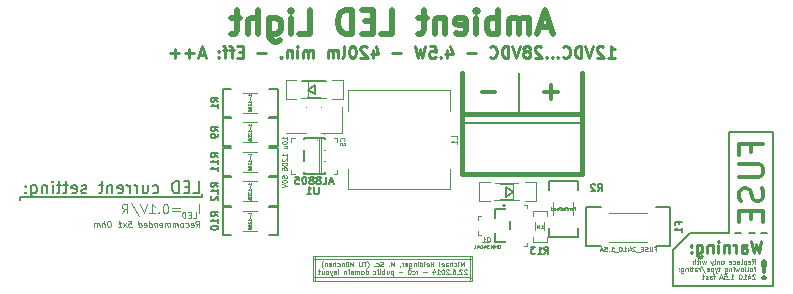
<source format=gbo>
G04 This is an RS-274x file exported by *
G04 gerbv version 2.6.0 *
G04 More information is available about gerbv at *
G04 http://gerbv.gpleda.org/ *
G04 --End of header info--*
%MOIN*%
%FSLAX34Y34*%
%IPPOS*%
G04 --Define apertures--*
%ADD10C,0.0039*%
%ADD11C,0.0118*%
%ADD12C,0.0035*%
%ADD13C,0.0079*%
%ADD14C,0.0059*%
%ADD15C,0.0157*%
%ADD16C,0.0098*%
%ADD17C,0.0197*%
%ADD18C,0.0039*%
%ADD19C,0.0026*%
%ADD20C,0.0060*%
%ADD21C,0.0020*%
%ADD22C,0.0020*%
%ADD23C,0.0050*%
%ADD24C,0.0055*%
%ADD25C,0.0025*%
%ADD26C,0.0030*%
%ADD27C,0.0049*%
%ADD28C,0.0035*%
%ADD29C,0.0051*%
%ADD30C,0.0029*%
%ADD31C,0.2071*%
%ADD32R,0.0791X0.0594*%
%ADD33R,0.0693X0.0889*%
%ADD34R,0.0692X0.0574*%
%ADD35R,0.0593X0.1102*%
%ADD36R,0.3331X0.1402*%
%ADD37R,0.0969X0.0969*%
%ADD38C,0.0969*%
%ADD39R,0.0653X0.0495*%
%ADD40R,0.0594X0.0791*%
%ADD41R,0.0416X0.0338*%
%ADD42R,0.0402X0.0322*%
%ADD43R,0.0402X0.0342*%
%ADD44R,0.0402X0.0339*%
G04 --Start main section--*
G54D10*
G01X0075787Y-048524D02*
G01X0075709Y-048524D01*
G01X0075709Y-048642D02*
G01X0075827Y-048642D01*
G01X0075709Y-047933D02*
G01X0075709Y-048642D01*
G01X0075709Y-047933D02*
G01X0075787Y-047933D01*
G01X0075709Y-047835D02*
G01X0075709Y-047933D01*
G01X0075787Y-047835D02*
G01X0075709Y-047835D01*
G01X0075787Y-047835D02*
G01X0075787Y-047953D01*
G01X0081024Y-047835D02*
G01X0075787Y-047835D01*
G01X0081024Y-048642D02*
G01X0081024Y-047835D01*
G01X0080945Y-048543D02*
G01X0080945Y-047835D01*
G01X0078150Y-047933D02*
G01X0081024Y-047933D01*
G01X0080945Y-048524D02*
G01X0075787Y-048524D01*
G01X0080945Y-048543D02*
G01X0080945Y-048622D01*
G01X0081024Y-048543D02*
G01X0080945Y-048543D01*
G01X0081024Y-048642D02*
G01X0081024Y-048543D01*
G01X0075787Y-048642D02*
G01X0081024Y-048642D01*
G01X0075787Y-047933D02*
G01X0075787Y-048642D01*
G01X0078150Y-047933D02*
G01X0075787Y-047933D01*
G54D11*
G01X0090748Y-048518D02*
G01X0090724Y-048546D01*
G01X0090724Y-048546D02*
G01X0090748Y-048574D01*
G01X0090748Y-048574D02*
G01X0090772Y-048546D01*
G01X0090772Y-048546D02*
G01X0090748Y-048518D01*
G01X0090748Y-048518D02*
G01X0090748Y-048574D01*
G01X0090748Y-048349D02*
G01X0090772Y-048012D01*
G01X0090772Y-048012D02*
G01X0090748Y-047984D01*
G01X0090748Y-047984D02*
G01X0090724Y-048012D01*
G01X0090724Y-048012D02*
G01X0090748Y-048349D01*
G01X0090748Y-048349D02*
G01X0090748Y-047984D01*
G54D10*
G01X0071808Y-046861D02*
G01X0071862Y-046767D01*
G01X0071920Y-046861D02*
G01X0071896Y-046664D01*
G01X0071896Y-046664D02*
G01X0071821Y-046664D01*
G01X0071821Y-046664D02*
G01X0071803Y-046673D01*
G01X0071803Y-046673D02*
G01X0071795Y-046683D01*
G01X0071795Y-046683D02*
G01X0071788Y-046701D01*
G01X0071788Y-046701D02*
G01X0071792Y-046729D01*
G01X0071792Y-046729D02*
G01X0071803Y-046748D01*
G01X0071803Y-046748D02*
G01X0071814Y-046758D01*
G01X0071814Y-046758D02*
G01X0071834Y-046767D01*
G01X0071834Y-046767D02*
G01X0071909Y-046767D01*
G01X0071647Y-046851D02*
G01X0071667Y-046861D01*
G01X0071667Y-046861D02*
G01X0071705Y-046861D01*
G01X0071705Y-046861D02*
G01X0071722Y-046851D01*
G01X0071722Y-046851D02*
G01X0071729Y-046833D01*
G01X0071729Y-046833D02*
G01X0071720Y-046758D01*
G01X0071720Y-046758D02*
G01X0071708Y-046739D01*
G01X0071708Y-046739D02*
G01X0071688Y-046729D01*
G01X0071688Y-046729D02*
G01X0071651Y-046729D01*
G01X0071651Y-046729D02*
G01X0071633Y-046739D01*
G01X0071633Y-046739D02*
G01X0071626Y-046758D01*
G01X0071626Y-046758D02*
G01X0071629Y-046776D01*
G01X0071629Y-046776D02*
G01X0071725Y-046795D01*
G01X0071469Y-046851D02*
G01X0071489Y-046861D01*
G01X0071489Y-046861D02*
G01X0071527Y-046861D01*
G01X0071527Y-046861D02*
G01X0071544Y-046851D01*
G01X0071544Y-046851D02*
G01X0071553Y-046842D01*
G01X0071553Y-046842D02*
G01X0071560Y-046823D01*
G01X0071560Y-046823D02*
G01X0071553Y-046767D01*
G01X0071553Y-046767D02*
G01X0071541Y-046748D01*
G01X0071541Y-046748D02*
G01X0071530Y-046739D01*
G01X0071530Y-046739D02*
G01X0071510Y-046729D01*
G01X0071510Y-046729D02*
G01X0071473Y-046729D01*
G01X0071473Y-046729D02*
G01X0071455Y-046739D01*
G01X0071358Y-046861D02*
G01X0071376Y-046851D01*
G01X0071376Y-046851D02*
G01X0071384Y-046842D01*
G01X0071384Y-046842D02*
G01X0071391Y-046823D01*
G01X0071391Y-046823D02*
G01X0071384Y-046767D01*
G01X0071384Y-046767D02*
G01X0071372Y-046748D01*
G01X0071372Y-046748D02*
G01X0071362Y-046739D01*
G01X0071362Y-046739D02*
G01X0071342Y-046729D01*
G01X0071342Y-046729D02*
G01X0071314Y-046729D01*
G01X0071314Y-046729D02*
G01X0071296Y-046739D01*
G01X0071296Y-046739D02*
G01X0071288Y-046748D01*
G01X0071288Y-046748D02*
G01X0071281Y-046767D01*
G01X0071281Y-046767D02*
G01X0071288Y-046823D01*
G01X0071288Y-046823D02*
G01X0071299Y-046842D01*
G01X0071299Y-046842D02*
G01X0071310Y-046851D01*
G01X0071310Y-046851D02*
G01X0071330Y-046861D01*
G01X0071330Y-046861D02*
G01X0071358Y-046861D01*
G01X0071208Y-046861D02*
G01X0071192Y-046729D01*
G01X0071194Y-046748D02*
G01X0071183Y-046739D01*
G01X0071183Y-046739D02*
G01X0071164Y-046729D01*
G01X0071164Y-046729D02*
G01X0071135Y-046729D01*
G01X0071135Y-046729D02*
G01X0071118Y-046739D01*
G01X0071118Y-046739D02*
G01X0071111Y-046758D01*
G01X0071111Y-046758D02*
G01X0071124Y-046861D01*
G01X0071111Y-046758D02*
G01X0071099Y-046739D01*
G01X0071099Y-046739D02*
G01X0071079Y-046729D01*
G01X0071079Y-046729D02*
G01X0071051Y-046729D01*
G01X0071051Y-046729D02*
G01X0071033Y-046739D01*
G01X0071033Y-046739D02*
G01X0071026Y-046758D01*
G01X0071026Y-046758D02*
G01X0071039Y-046861D01*
G01X0070946Y-046861D02*
G01X0070929Y-046729D01*
G01X0070932Y-046748D02*
G01X0070921Y-046739D01*
G01X0070921Y-046739D02*
G01X0070901Y-046729D01*
G01X0070901Y-046729D02*
G01X0070873Y-046729D01*
G01X0070873Y-046729D02*
G01X0070855Y-046739D01*
G01X0070855Y-046739D02*
G01X0070848Y-046758D01*
G01X0070848Y-046758D02*
G01X0070861Y-046861D01*
G01X0070848Y-046758D02*
G01X0070837Y-046739D01*
G01X0070837Y-046739D02*
G01X0070817Y-046729D01*
G01X0070817Y-046729D02*
G01X0070789Y-046729D01*
G01X0070789Y-046729D02*
G01X0070771Y-046739D01*
G01X0070771Y-046739D02*
G01X0070764Y-046758D01*
G01X0070764Y-046758D02*
G01X0070777Y-046861D01*
G01X0070607Y-046851D02*
G01X0070627Y-046861D01*
G01X0070627Y-046861D02*
G01X0070664Y-046861D01*
G01X0070664Y-046861D02*
G01X0070682Y-046851D01*
G01X0070682Y-046851D02*
G01X0070689Y-046833D01*
G01X0070689Y-046833D02*
G01X0070680Y-046758D01*
G01X0070680Y-046758D02*
G01X0070668Y-046739D01*
G01X0070668Y-046739D02*
G01X0070648Y-046729D01*
G01X0070648Y-046729D02*
G01X0070610Y-046729D01*
G01X0070610Y-046729D02*
G01X0070593Y-046739D01*
G01X0070593Y-046739D02*
G01X0070586Y-046758D01*
G01X0070586Y-046758D02*
G01X0070588Y-046776D01*
G01X0070588Y-046776D02*
G01X0070684Y-046795D01*
G01X0070498Y-046729D02*
G01X0070514Y-046861D01*
G01X0070500Y-046748D02*
G01X0070490Y-046739D01*
G01X0070490Y-046739D02*
G01X0070470Y-046729D01*
G01X0070470Y-046729D02*
G01X0070442Y-046729D01*
G01X0070442Y-046729D02*
G01X0070424Y-046739D01*
G01X0070424Y-046739D02*
G01X0070417Y-046758D01*
G01X0070417Y-046758D02*
G01X0070430Y-046861D01*
G01X0070252Y-046861D02*
G01X0070227Y-046664D01*
G01X0070251Y-046851D02*
G01X0070271Y-046861D01*
G01X0070271Y-046861D02*
G01X0070308Y-046861D01*
G01X0070308Y-046861D02*
G01X0070326Y-046851D01*
G01X0070326Y-046851D02*
G01X0070334Y-046842D01*
G01X0070334Y-046842D02*
G01X0070341Y-046823D01*
G01X0070341Y-046823D02*
G01X0070334Y-046767D01*
G01X0070334Y-046767D02*
G01X0070322Y-046748D01*
G01X0070322Y-046748D02*
G01X0070312Y-046739D01*
G01X0070312Y-046739D02*
G01X0070292Y-046729D01*
G01X0070292Y-046729D02*
G01X0070254Y-046729D01*
G01X0070254Y-046729D02*
G01X0070237Y-046739D01*
G01X0070082Y-046851D02*
G01X0070102Y-046861D01*
G01X0070102Y-046861D02*
G01X0070139Y-046861D01*
G01X0070139Y-046861D02*
G01X0070157Y-046851D01*
G01X0070157Y-046851D02*
G01X0070164Y-046833D01*
G01X0070164Y-046833D02*
G01X0070155Y-046758D01*
G01X0070155Y-046758D02*
G01X0070143Y-046739D01*
G01X0070143Y-046739D02*
G01X0070123Y-046729D01*
G01X0070123Y-046729D02*
G01X0070086Y-046729D01*
G01X0070086Y-046729D02*
G01X0070068Y-046739D01*
G01X0070068Y-046739D02*
G01X0070061Y-046758D01*
G01X0070061Y-046758D02*
G01X0070063Y-046776D01*
G01X0070063Y-046776D02*
G01X0070159Y-046795D01*
G01X0069905Y-046861D02*
G01X0069880Y-046664D01*
G01X0069904Y-046851D02*
G01X0069924Y-046861D01*
G01X0069924Y-046861D02*
G01X0069961Y-046861D01*
G01X0069961Y-046861D02*
G01X0069979Y-046851D01*
G01X0069979Y-046851D02*
G01X0069987Y-046842D01*
G01X0069987Y-046842D02*
G01X0069994Y-046823D01*
G01X0069994Y-046823D02*
G01X0069987Y-046767D01*
G01X0069987Y-046767D02*
G01X0069975Y-046748D01*
G01X0069975Y-046748D02*
G01X0069965Y-046739D01*
G01X0069965Y-046739D02*
G01X0069945Y-046729D01*
G01X0069945Y-046729D02*
G01X0069907Y-046729D01*
G01X0069907Y-046729D02*
G01X0069890Y-046739D01*
G01X0069543Y-046664D02*
G01X0069637Y-046664D01*
G01X0069637Y-046664D02*
G01X0069658Y-046758D01*
G01X0069658Y-046758D02*
G01X0069647Y-046748D01*
G01X0069647Y-046748D02*
G01X0069627Y-046739D01*
G01X0069627Y-046739D02*
G01X0069581Y-046739D01*
G01X0069581Y-046739D02*
G01X0069563Y-046748D01*
G01X0069563Y-046748D02*
G01X0069555Y-046758D01*
G01X0069555Y-046758D02*
G01X0069548Y-046776D01*
G01X0069548Y-046776D02*
G01X0069554Y-046823D01*
G01X0069554Y-046823D02*
G01X0069565Y-046842D01*
G01X0069565Y-046842D02*
G01X0069576Y-046851D01*
G01X0069576Y-046851D02*
G01X0069596Y-046861D01*
G01X0069596Y-046861D02*
G01X0069643Y-046861D01*
G01X0069643Y-046861D02*
G01X0069660Y-046851D01*
G01X0069660Y-046851D02*
G01X0069668Y-046842D01*
G01X0069493Y-046861D02*
G01X0069373Y-046729D01*
G01X0069476Y-046729D02*
G01X0069390Y-046861D01*
G01X0069211Y-046861D02*
G01X0069324Y-046861D01*
G01X0069268Y-046861D02*
G01X0069243Y-046664D01*
G01X0069243Y-046664D02*
G01X0069265Y-046692D01*
G01X0069265Y-046692D02*
G01X0069286Y-046711D01*
G01X0069286Y-046711D02*
G01X0069306Y-046720D01*
G01X0068915Y-046664D02*
G01X0068877Y-046664D01*
G01X0068877Y-046664D02*
G01X0068860Y-046673D01*
G01X0068860Y-046673D02*
G01X0068844Y-046692D01*
G01X0068844Y-046692D02*
G01X0068839Y-046729D01*
G01X0068839Y-046729D02*
G01X0068847Y-046795D01*
G01X0068847Y-046795D02*
G01X0068861Y-046833D01*
G01X0068861Y-046833D02*
G01X0068882Y-046851D01*
G01X0068882Y-046851D02*
G01X0068902Y-046861D01*
G01X0068902Y-046861D02*
G01X0068940Y-046861D01*
G01X0068940Y-046861D02*
G01X0068957Y-046851D01*
G01X0068957Y-046851D02*
G01X0068974Y-046833D01*
G01X0068974Y-046833D02*
G01X0068978Y-046795D01*
G01X0068978Y-046795D02*
G01X0068970Y-046729D01*
G01X0068970Y-046729D02*
G01X0068956Y-046692D01*
G01X0068956Y-046692D02*
G01X0068935Y-046673D01*
G01X0068935Y-046673D02*
G01X0068915Y-046664D01*
G01X0068771Y-046861D02*
G01X0068746Y-046664D01*
G01X0068686Y-046861D02*
G01X0068674Y-046758D01*
G01X0068674Y-046758D02*
G01X0068681Y-046739D01*
G01X0068681Y-046739D02*
G01X0068698Y-046729D01*
G01X0068698Y-046729D02*
G01X0068726Y-046729D01*
G01X0068726Y-046729D02*
G01X0068746Y-046739D01*
G01X0068746Y-046739D02*
G01X0068757Y-046748D01*
G01X0068593Y-046861D02*
G01X0068576Y-046729D01*
G01X0068579Y-046748D02*
G01X0068568Y-046739D01*
G01X0068568Y-046739D02*
G01X0068548Y-046729D01*
G01X0068548Y-046729D02*
G01X0068520Y-046729D01*
G01X0068520Y-046729D02*
G01X0068503Y-046739D01*
G01X0068503Y-046739D02*
G01X0068496Y-046758D01*
G01X0068496Y-046758D02*
G01X0068508Y-046861D01*
G01X0068496Y-046758D02*
G01X0068484Y-046739D01*
G01X0068484Y-046739D02*
G01X0068464Y-046729D01*
G01X0068464Y-046729D02*
G01X0068436Y-046729D01*
G01X0068436Y-046729D02*
G01X0068418Y-046739D01*
G01X0068418Y-046739D02*
G01X0068411Y-046758D01*
G01X0068411Y-046758D02*
G01X0068424Y-046861D01*
G54D12*
G01X0071701Y-046546D02*
G01X0071795Y-046546D01*
G01X0071795Y-046546D02*
G01X0071795Y-046349D01*
G01X0071636Y-046443D02*
G01X0071570Y-046443D01*
G01X0071542Y-046546D02*
G01X0071636Y-046546D01*
G01X0071636Y-046546D02*
G01X0071636Y-046349D01*
G01X0071636Y-046349D02*
G01X0071542Y-046349D01*
G01X0071458Y-046546D02*
G01X0071458Y-046349D01*
G01X0071458Y-046349D02*
G01X0071411Y-046349D01*
G01X0071411Y-046349D02*
G01X0071383Y-046358D01*
G01X0071383Y-046358D02*
G01X0071364Y-046377D01*
G01X0071364Y-046377D02*
G01X0071355Y-046396D01*
G01X0071355Y-046396D02*
G01X0071345Y-046433D01*
G01X0071345Y-046433D02*
G01X0071345Y-046461D01*
G01X0071345Y-046461D02*
G01X0071355Y-046499D01*
G01X0071355Y-046499D02*
G01X0071364Y-046518D01*
G01X0071364Y-046518D02*
G01X0071383Y-046536D01*
G01X0071383Y-046536D02*
G01X0071411Y-046546D01*
G01X0071411Y-046546D02*
G01X0071458Y-046546D01*
G54D13*
G01X0072008Y-045866D02*
G01X0072008Y-045748D01*
G01X0071929Y-045866D02*
G01X0072008Y-045866D01*
G01X0065945Y-045866D02*
G01X0065945Y-045945D01*
G01X0066102Y-045866D02*
G01X0065945Y-045866D01*
G01X0071929Y-045866D02*
G01X0066102Y-045866D01*
G54D14*
G01X0071715Y-045729D02*
G01X0071903Y-045729D01*
G01X0071903Y-045729D02*
G01X0071903Y-045336D01*
G01X0071584Y-045523D02*
G01X0071453Y-045523D01*
G01X0071397Y-045729D02*
G01X0071584Y-045729D01*
G01X0071584Y-045729D02*
G01X0071584Y-045336D01*
G01X0071584Y-045336D02*
G01X0071397Y-045336D01*
G01X0071228Y-045729D02*
G01X0071228Y-045336D01*
G01X0071228Y-045336D02*
G01X0071134Y-045336D01*
G01X0071134Y-045336D02*
G01X0071078Y-045354D01*
G01X0071078Y-045354D02*
G01X0071040Y-045392D01*
G01X0071040Y-045392D02*
G01X0071022Y-045429D01*
G01X0071022Y-045429D02*
G01X0071003Y-045504D01*
G01X0071003Y-045504D02*
G01X0071003Y-045561D01*
G01X0071003Y-045561D02*
G01X0071022Y-045636D01*
G01X0071022Y-045636D02*
G01X0071040Y-045673D01*
G01X0071040Y-045673D02*
G01X0071078Y-045711D01*
G01X0071078Y-045711D02*
G01X0071134Y-045729D01*
G01X0071134Y-045729D02*
G01X0071228Y-045729D01*
G01X0070366Y-045711D02*
G01X0070403Y-045729D01*
G01X0070403Y-045729D02*
G01X0070478Y-045729D01*
G01X0070478Y-045729D02*
G01X0070516Y-045711D01*
G01X0070516Y-045711D02*
G01X0070534Y-045692D01*
G01X0070534Y-045692D02*
G01X0070553Y-045654D01*
G01X0070553Y-045654D02*
G01X0070553Y-045542D01*
G01X0070553Y-045542D02*
G01X0070534Y-045504D01*
G01X0070534Y-045504D02*
G01X0070516Y-045486D01*
G01X0070516Y-045486D02*
G01X0070478Y-045467D01*
G01X0070478Y-045467D02*
G01X0070403Y-045467D01*
G01X0070403Y-045467D02*
G01X0070366Y-045486D01*
G01X0070028Y-045467D02*
G01X0070028Y-045729D01*
G01X0070197Y-045467D02*
G01X0070197Y-045673D01*
G01X0070197Y-045673D02*
G01X0070178Y-045711D01*
G01X0070178Y-045711D02*
G01X0070141Y-045729D01*
G01X0070141Y-045729D02*
G01X0070084Y-045729D01*
G01X0070084Y-045729D02*
G01X0070047Y-045711D01*
G01X0070047Y-045711D02*
G01X0070028Y-045692D01*
G01X0069841Y-045729D02*
G01X0069841Y-045467D01*
G01X0069841Y-045542D02*
G01X0069822Y-045504D01*
G01X0069822Y-045504D02*
G01X0069803Y-045486D01*
G01X0069803Y-045486D02*
G01X0069766Y-045467D01*
G01X0069766Y-045467D02*
G01X0069728Y-045467D01*
G01X0069597Y-045729D02*
G01X0069597Y-045467D01*
G01X0069597Y-045542D02*
G01X0069578Y-045504D01*
G01X0069578Y-045504D02*
G01X0069559Y-045486D01*
G01X0069559Y-045486D02*
G01X0069522Y-045467D01*
G01X0069522Y-045467D02*
G01X0069484Y-045467D01*
G01X0069203Y-045711D02*
G01X0069241Y-045729D01*
G01X0069241Y-045729D02*
G01X0069316Y-045729D01*
G01X0069316Y-045729D02*
G01X0069353Y-045711D01*
G01X0069353Y-045711D02*
G01X0069372Y-045673D01*
G01X0069372Y-045673D02*
G01X0069372Y-045523D01*
G01X0069372Y-045523D02*
G01X0069353Y-045486D01*
G01X0069353Y-045486D02*
G01X0069316Y-045467D01*
G01X0069316Y-045467D02*
G01X0069241Y-045467D01*
G01X0069241Y-045467D02*
G01X0069203Y-045486D01*
G01X0069203Y-045486D02*
G01X0069184Y-045523D01*
G01X0069184Y-045523D02*
G01X0069184Y-045561D01*
G01X0069184Y-045561D02*
G01X0069372Y-045598D01*
G01X0069016Y-045467D02*
G01X0069016Y-045729D01*
G01X0069016Y-045504D02*
G01X0068997Y-045486D01*
G01X0068997Y-045486D02*
G01X0068960Y-045467D01*
G01X0068960Y-045467D02*
G01X0068903Y-045467D01*
G01X0068903Y-045467D02*
G01X0068866Y-045486D01*
G01X0068866Y-045486D02*
G01X0068847Y-045523D01*
G01X0068847Y-045523D02*
G01X0068847Y-045729D01*
G01X0068716Y-045467D02*
G01X0068566Y-045467D01*
G01X0068660Y-045336D02*
G01X0068660Y-045673D01*
G01X0068660Y-045673D02*
G01X0068641Y-045711D01*
G01X0068641Y-045711D02*
G01X0068603Y-045729D01*
G01X0068603Y-045729D02*
G01X0068566Y-045729D01*
G01X0068153Y-045711D02*
G01X0068116Y-045729D01*
G01X0068116Y-045729D02*
G01X0068041Y-045729D01*
G01X0068041Y-045729D02*
G01X0068003Y-045711D01*
G01X0068003Y-045711D02*
G01X0067985Y-045673D01*
G01X0067985Y-045673D02*
G01X0067985Y-045654D01*
G01X0067985Y-045654D02*
G01X0068003Y-045617D01*
G01X0068003Y-045617D02*
G01X0068041Y-045598D01*
G01X0068041Y-045598D02*
G01X0068097Y-045598D01*
G01X0068097Y-045598D02*
G01X0068135Y-045579D01*
G01X0068135Y-045579D02*
G01X0068153Y-045542D01*
G01X0068153Y-045542D02*
G01X0068153Y-045523D01*
G01X0068153Y-045523D02*
G01X0068135Y-045486D01*
G01X0068135Y-045486D02*
G01X0068097Y-045467D01*
G01X0068097Y-045467D02*
G01X0068041Y-045467D01*
G01X0068041Y-045467D02*
G01X0068003Y-045486D01*
G01X0067666Y-045711D02*
G01X0067703Y-045729D01*
G01X0067703Y-045729D02*
G01X0067778Y-045729D01*
G01X0067778Y-045729D02*
G01X0067816Y-045711D01*
G01X0067816Y-045711D02*
G01X0067835Y-045673D01*
G01X0067835Y-045673D02*
G01X0067835Y-045523D01*
G01X0067835Y-045523D02*
G01X0067816Y-045486D01*
G01X0067816Y-045486D02*
G01X0067778Y-045467D01*
G01X0067778Y-045467D02*
G01X0067703Y-045467D01*
G01X0067703Y-045467D02*
G01X0067666Y-045486D01*
G01X0067666Y-045486D02*
G01X0067647Y-045523D01*
G01X0067647Y-045523D02*
G01X0067647Y-045561D01*
G01X0067647Y-045561D02*
G01X0067835Y-045598D01*
G01X0067535Y-045467D02*
G01X0067385Y-045467D01*
G01X0067478Y-045336D02*
G01X0067478Y-045673D01*
G01X0067478Y-045673D02*
G01X0067460Y-045711D01*
G01X0067460Y-045711D02*
G01X0067422Y-045729D01*
G01X0067422Y-045729D02*
G01X0067385Y-045729D01*
G01X0067310Y-045467D02*
G01X0067160Y-045467D01*
G01X0067253Y-045336D02*
G01X0067253Y-045673D01*
G01X0067253Y-045673D02*
G01X0067235Y-045711D01*
G01X0067235Y-045711D02*
G01X0067197Y-045729D01*
G01X0067197Y-045729D02*
G01X0067160Y-045729D01*
G01X0067028Y-045729D02*
G01X0067028Y-045467D01*
G01X0067028Y-045336D02*
G01X0067047Y-045354D01*
G01X0067047Y-045354D02*
G01X0067028Y-045373D01*
G01X0067028Y-045373D02*
G01X0067010Y-045354D01*
G01X0067010Y-045354D02*
G01X0067028Y-045336D01*
G01X0067028Y-045336D02*
G01X0067028Y-045373D01*
G01X0066841Y-045467D02*
G01X0066841Y-045729D01*
G01X0066841Y-045504D02*
G01X0066822Y-045486D01*
G01X0066822Y-045486D02*
G01X0066785Y-045467D01*
G01X0066785Y-045467D02*
G01X0066729Y-045467D01*
G01X0066729Y-045467D02*
G01X0066691Y-045486D01*
G01X0066691Y-045486D02*
G01X0066672Y-045523D01*
G01X0066672Y-045523D02*
G01X0066672Y-045729D01*
G01X0066316Y-045467D02*
G01X0066316Y-045786D01*
G01X0066316Y-045786D02*
G01X0066335Y-045823D01*
G01X0066335Y-045823D02*
G01X0066354Y-045842D01*
G01X0066354Y-045842D02*
G01X0066391Y-045861D01*
G01X0066391Y-045861D02*
G01X0066447Y-045861D01*
G01X0066447Y-045861D02*
G01X0066485Y-045842D01*
G01X0066316Y-045711D02*
G01X0066354Y-045729D01*
G01X0066354Y-045729D02*
G01X0066429Y-045729D01*
G01X0066429Y-045729D02*
G01X0066466Y-045711D01*
G01X0066466Y-045711D02*
G01X0066485Y-045692D01*
G01X0066485Y-045692D02*
G01X0066504Y-045654D01*
G01X0066504Y-045654D02*
G01X0066504Y-045542D01*
G01X0066504Y-045542D02*
G01X0066485Y-045504D01*
G01X0066485Y-045504D02*
G01X0066466Y-045486D01*
G01X0066466Y-045486D02*
G01X0066429Y-045467D01*
G01X0066429Y-045467D02*
G01X0066354Y-045467D01*
G01X0066354Y-045467D02*
G01X0066316Y-045486D01*
G01X0066129Y-045692D02*
G01X0066110Y-045711D01*
G01X0066110Y-045711D02*
G01X0066129Y-045729D01*
G01X0066129Y-045729D02*
G01X0066147Y-045711D01*
G01X0066147Y-045711D02*
G01X0066129Y-045692D01*
G01X0066129Y-045692D02*
G01X0066129Y-045729D01*
G01X0066129Y-045486D02*
G01X0066110Y-045504D01*
G01X0066110Y-045504D02*
G01X0066129Y-045523D01*
G01X0066129Y-045523D02*
G01X0066147Y-045504D01*
G01X0066147Y-045504D02*
G01X0066129Y-045486D01*
G01X0066129Y-045486D02*
G01X0066129Y-045523D01*
G54D10*
G01X0071894Y-046402D02*
G01X0071894Y-046087D01*
G01X0071264Y-046237D02*
G01X0071024Y-046237D01*
G01X0071024Y-046327D02*
G01X0071264Y-046327D01*
G01X0070814Y-046087D02*
G01X0070784Y-046087D01*
G01X0070784Y-046087D02*
G01X0070754Y-046102D01*
G01X0070754Y-046102D02*
G01X0070739Y-046117D01*
G01X0070739Y-046117D02*
G01X0070724Y-046147D01*
G01X0070724Y-046147D02*
G01X0070709Y-046207D01*
G01X0070709Y-046207D02*
G01X0070709Y-046282D01*
G01X0070709Y-046282D02*
G01X0070724Y-046342D01*
G01X0070724Y-046342D02*
G01X0070739Y-046372D01*
G01X0070739Y-046372D02*
G01X0070754Y-046387D01*
G01X0070754Y-046387D02*
G01X0070784Y-046402D01*
G01X0070784Y-046402D02*
G01X0070814Y-046402D01*
G01X0070814Y-046402D02*
G01X0070844Y-046387D01*
G01X0070844Y-046387D02*
G01X0070859Y-046372D01*
G01X0070859Y-046372D02*
G01X0070874Y-046342D01*
G01X0070874Y-046342D02*
G01X0070889Y-046282D01*
G01X0070889Y-046282D02*
G01X0070889Y-046207D01*
G01X0070889Y-046207D02*
G01X0070874Y-046147D01*
G01X0070874Y-046147D02*
G01X0070859Y-046117D01*
G01X0070859Y-046117D02*
G01X0070844Y-046102D01*
G01X0070844Y-046102D02*
G01X0070814Y-046087D01*
G01X0070574Y-046372D02*
G01X0070559Y-046387D01*
G01X0070559Y-046387D02*
G01X0070574Y-046402D01*
G01X0070574Y-046402D02*
G01X0070589Y-046387D01*
G01X0070589Y-046387D02*
G01X0070574Y-046372D01*
G01X0070574Y-046372D02*
G01X0070574Y-046402D01*
G01X0070259Y-046402D02*
G01X0070439Y-046402D01*
G01X0070349Y-046402D02*
G01X0070349Y-046087D01*
G01X0070349Y-046087D02*
G01X0070379Y-046132D01*
G01X0070379Y-046132D02*
G01X0070409Y-046162D01*
G01X0070409Y-046162D02*
G01X0070439Y-046177D01*
G01X0070169Y-046087D02*
G01X0070064Y-046402D01*
G01X0070064Y-046402D02*
G01X0069959Y-046087D01*
G01X0069629Y-046072D02*
G01X0069899Y-046477D01*
G01X0069344Y-046402D02*
G01X0069449Y-046252D01*
G01X0069524Y-046402D02*
G01X0069524Y-046087D01*
G01X0069524Y-046087D02*
G01X0069404Y-046087D01*
G01X0069404Y-046087D02*
G01X0069374Y-046102D01*
G01X0069374Y-046102D02*
G01X0069359Y-046117D01*
G01X0069359Y-046117D02*
G01X0069344Y-046147D01*
G01X0069344Y-046147D02*
G01X0069344Y-046192D01*
G01X0069344Y-046192D02*
G01X0069359Y-046222D01*
G01X0069359Y-046222D02*
G01X0069374Y-046237D01*
G01X0069374Y-046237D02*
G01X0069404Y-046252D01*
G01X0069404Y-046252D02*
G01X0069524Y-046252D01*
G54D13*
G01X0082579Y-043110D02*
G01X0082579Y-041732D01*
G54D15*
G01X0084685Y-041732D02*
G01X0084685Y-043602D01*
G01X0080669Y-043209D02*
G01X0080669Y-041732D01*
G54D13*
G01X0091043Y-043701D02*
G01X0091043Y-048819D01*
G01X0089567Y-043701D02*
G01X0089567Y-044193D01*
G01X0089567Y-043701D02*
G01X0091043Y-043701D01*
G01X0090650Y-047047D02*
G01X0090748Y-047047D01*
G01X0090256Y-047047D02*
G01X0090453Y-047047D01*
G01X0090748Y-047047D02*
G01X0090846Y-047047D01*
G01X0089764Y-047047D02*
G01X0089961Y-047047D01*
G01X0089567Y-047047D02*
G01X0088287Y-047047D01*
G54D16*
G01X0090659Y-047324D02*
G01X0090565Y-047717D01*
G01X0090565Y-047717D02*
G01X0090490Y-047436D01*
G01X0090490Y-047436D02*
G01X0090415Y-047717D01*
G01X0090415Y-047717D02*
G01X0090322Y-047324D01*
G01X0090003Y-047717D02*
G01X0090003Y-047511D01*
G01X0090003Y-047511D02*
G01X0090022Y-047474D01*
G01X0090022Y-047474D02*
G01X0090059Y-047455D01*
G01X0090059Y-047455D02*
G01X0090134Y-047455D01*
G01X0090134Y-047455D02*
G01X0090172Y-047474D01*
G01X0090003Y-047699D02*
G01X0090040Y-047717D01*
G01X0090040Y-047717D02*
G01X0090134Y-047717D01*
G01X0090134Y-047717D02*
G01X0090172Y-047699D01*
G01X0090172Y-047699D02*
G01X0090190Y-047661D01*
G01X0090190Y-047661D02*
G01X0090190Y-047624D01*
G01X0090190Y-047624D02*
G01X0090172Y-047586D01*
G01X0090172Y-047586D02*
G01X0090134Y-047567D01*
G01X0090134Y-047567D02*
G01X0090040Y-047567D01*
G01X0090040Y-047567D02*
G01X0090003Y-047549D01*
G01X0089815Y-047717D02*
G01X0089815Y-047455D01*
G01X0089815Y-047530D02*
G01X0089797Y-047493D01*
G01X0089797Y-047493D02*
G01X0089778Y-047474D01*
G01X0089778Y-047474D02*
G01X0089740Y-047455D01*
G01X0089740Y-047455D02*
G01X0089703Y-047455D01*
G01X0089572Y-047455D02*
G01X0089572Y-047717D01*
G01X0089572Y-047493D02*
G01X0089553Y-047474D01*
G01X0089553Y-047474D02*
G01X0089515Y-047455D01*
G01X0089515Y-047455D02*
G01X0089459Y-047455D01*
G01X0089459Y-047455D02*
G01X0089422Y-047474D01*
G01X0089422Y-047474D02*
G01X0089403Y-047511D01*
G01X0089403Y-047511D02*
G01X0089403Y-047717D01*
G01X0089215Y-047717D02*
G01X0089215Y-047455D01*
G01X0089215Y-047324D02*
G01X0089234Y-047343D01*
G01X0089234Y-047343D02*
G01X0089215Y-047361D01*
G01X0089215Y-047361D02*
G01X0089197Y-047343D01*
G01X0089197Y-047343D02*
G01X0089215Y-047324D01*
G01X0089215Y-047324D02*
G01X0089215Y-047361D01*
G01X0089028Y-047455D02*
G01X0089028Y-047717D01*
G01X0089028Y-047493D02*
G01X0089009Y-047474D01*
G01X0089009Y-047474D02*
G01X0088972Y-047455D01*
G01X0088972Y-047455D02*
G01X0088915Y-047455D01*
G01X0088915Y-047455D02*
G01X0088878Y-047474D01*
G01X0088878Y-047474D02*
G01X0088859Y-047511D01*
G01X0088859Y-047511D02*
G01X0088859Y-047717D01*
G01X0088503Y-047455D02*
G01X0088503Y-047774D01*
G01X0088503Y-047774D02*
G01X0088522Y-047811D01*
G01X0088522Y-047811D02*
G01X0088540Y-047830D01*
G01X0088540Y-047830D02*
G01X0088578Y-047849D01*
G01X0088578Y-047849D02*
G01X0088634Y-047849D01*
G01X0088634Y-047849D02*
G01X0088672Y-047830D01*
G01X0088503Y-047699D02*
G01X0088540Y-047717D01*
G01X0088540Y-047717D02*
G01X0088615Y-047717D01*
G01X0088615Y-047717D02*
G01X0088653Y-047699D01*
G01X0088653Y-047699D02*
G01X0088672Y-047680D01*
G01X0088672Y-047680D02*
G01X0088690Y-047642D01*
G01X0088690Y-047642D02*
G01X0088690Y-047530D01*
G01X0088690Y-047530D02*
G01X0088672Y-047493D01*
G01X0088672Y-047493D02*
G01X0088653Y-047474D01*
G01X0088653Y-047474D02*
G01X0088615Y-047455D01*
G01X0088615Y-047455D02*
G01X0088540Y-047455D01*
G01X0088540Y-047455D02*
G01X0088503Y-047474D01*
G01X0088316Y-047680D02*
G01X0088297Y-047699D01*
G01X0088297Y-047699D02*
G01X0088316Y-047717D01*
G01X0088316Y-047717D02*
G01X0088334Y-047699D01*
G01X0088334Y-047699D02*
G01X0088316Y-047680D01*
G01X0088316Y-047680D02*
G01X0088316Y-047717D01*
G01X0088316Y-047474D02*
G01X0088297Y-047493D01*
G01X0088297Y-047493D02*
G01X0088316Y-047511D01*
G01X0088316Y-047511D02*
G01X0088334Y-047493D01*
G01X0088334Y-047493D02*
G01X0088316Y-047474D01*
G01X0088316Y-047474D02*
G01X0088316Y-047511D01*
G54D13*
G01X0089567Y-047047D02*
G01X0089567Y-044193D01*
G01X0088091Y-047244D02*
G01X0088287Y-047047D01*
G01X0087697Y-047638D02*
G01X0088091Y-047244D01*
G01X0087697Y-048819D02*
G01X0087697Y-047638D01*
G01X0091043Y-048819D02*
G01X0087697Y-048819D01*
G54D12*
G01X0090345Y-048083D02*
G01X0090397Y-048008D01*
G01X0090435Y-048083D02*
G01X0090435Y-047926D01*
G01X0090435Y-047926D02*
G01X0090375Y-047926D01*
G01X0090375Y-047926D02*
G01X0090360Y-047933D01*
G01X0090360Y-047933D02*
G01X0090352Y-047941D01*
G01X0090352Y-047941D02*
G01X0090345Y-047956D01*
G01X0090345Y-047956D02*
G01X0090345Y-047978D01*
G01X0090345Y-047978D02*
G01X0090352Y-047993D01*
G01X0090352Y-047993D02*
G01X0090360Y-048001D01*
G01X0090360Y-048001D02*
G01X0090375Y-048008D01*
G01X0090375Y-048008D02*
G01X0090435Y-048008D01*
G01X0090217Y-048076D02*
G01X0090232Y-048083D01*
G01X0090232Y-048083D02*
G01X0090262Y-048083D01*
G01X0090262Y-048083D02*
G01X0090277Y-048076D01*
G01X0090277Y-048076D02*
G01X0090285Y-048061D01*
G01X0090285Y-048061D02*
G01X0090285Y-048001D01*
G01X0090285Y-048001D02*
G01X0090277Y-047986D01*
G01X0090277Y-047986D02*
G01X0090262Y-047978D01*
G01X0090262Y-047978D02*
G01X0090232Y-047978D01*
G01X0090232Y-047978D02*
G01X0090217Y-047986D01*
G01X0090217Y-047986D02*
G01X0090210Y-048001D01*
G01X0090210Y-048001D02*
G01X0090210Y-048016D01*
G01X0090210Y-048016D02*
G01X0090285Y-048031D01*
G01X0090142Y-047978D02*
G01X0090142Y-048136D01*
G01X0090142Y-047986D02*
G01X0090127Y-047978D01*
G01X0090127Y-047978D02*
G01X0090097Y-047978D01*
G01X0090097Y-047978D02*
G01X0090082Y-047986D01*
G01X0090082Y-047986D02*
G01X0090075Y-047993D01*
G01X0090075Y-047993D02*
G01X0090067Y-048008D01*
G01X0090067Y-048008D02*
G01X0090067Y-048053D01*
G01X0090067Y-048053D02*
G01X0090075Y-048068D01*
G01X0090075Y-048068D02*
G01X0090082Y-048076D01*
G01X0090082Y-048076D02*
G01X0090097Y-048083D01*
G01X0090097Y-048083D02*
G01X0090127Y-048083D01*
G01X0090127Y-048083D02*
G01X0090142Y-048076D01*
G01X0089978Y-048083D02*
G01X0089993Y-048076D01*
G01X0089993Y-048076D02*
G01X0090000Y-048061D01*
G01X0090000Y-048061D02*
G01X0090000Y-047926D01*
G01X0089850Y-048083D02*
G01X0089850Y-048001D01*
G01X0089850Y-048001D02*
G01X0089858Y-047986D01*
G01X0089858Y-047986D02*
G01X0089873Y-047978D01*
G01X0089873Y-047978D02*
G01X0089903Y-047978D01*
G01X0089903Y-047978D02*
G01X0089918Y-047986D01*
G01X0089850Y-048076D02*
G01X0089865Y-048083D01*
G01X0089865Y-048083D02*
G01X0089903Y-048083D01*
G01X0089903Y-048083D02*
G01X0089918Y-048076D01*
G01X0089918Y-048076D02*
G01X0089925Y-048061D01*
G01X0089925Y-048061D02*
G01X0089925Y-048046D01*
G01X0089925Y-048046D02*
G01X0089918Y-048031D01*
G01X0089918Y-048031D02*
G01X0089903Y-048023D01*
G01X0089903Y-048023D02*
G01X0089865Y-048023D01*
G01X0089865Y-048023D02*
G01X0089850Y-048016D01*
G01X0089708Y-048076D02*
G01X0089723Y-048083D01*
G01X0089723Y-048083D02*
G01X0089753Y-048083D01*
G01X0089753Y-048083D02*
G01X0089768Y-048076D01*
G01X0089768Y-048076D02*
G01X0089775Y-048068D01*
G01X0089775Y-048068D02*
G01X0089783Y-048053D01*
G01X0089783Y-048053D02*
G01X0089783Y-048008D01*
G01X0089783Y-048008D02*
G01X0089775Y-047993D01*
G01X0089775Y-047993D02*
G01X0089768Y-047986D01*
G01X0089768Y-047986D02*
G01X0089753Y-047978D01*
G01X0089753Y-047978D02*
G01X0089723Y-047978D01*
G01X0089723Y-047978D02*
G01X0089708Y-047986D01*
G01X0089580Y-048076D02*
G01X0089595Y-048083D01*
G01X0089595Y-048083D02*
G01X0089625Y-048083D01*
G01X0089625Y-048083D02*
G01X0089640Y-048076D01*
G01X0089640Y-048076D02*
G01X0089648Y-048061D01*
G01X0089648Y-048061D02*
G01X0089648Y-048001D01*
G01X0089648Y-048001D02*
G01X0089640Y-047986D01*
G01X0089640Y-047986D02*
G01X0089625Y-047978D01*
G01X0089625Y-047978D02*
G01X0089595Y-047978D01*
G01X0089595Y-047978D02*
G01X0089580Y-047986D01*
G01X0089580Y-047986D02*
G01X0089573Y-048001D01*
G01X0089573Y-048001D02*
G01X0089573Y-048016D01*
G01X0089573Y-048016D02*
G01X0089648Y-048031D01*
G01X0089363Y-048083D02*
G01X0089378Y-048076D01*
G01X0089378Y-048076D02*
G01X0089385Y-048068D01*
G01X0089385Y-048068D02*
G01X0089393Y-048053D01*
G01X0089393Y-048053D02*
G01X0089393Y-048008D01*
G01X0089393Y-048008D02*
G01X0089385Y-047993D01*
G01X0089385Y-047993D02*
G01X0089378Y-047986D01*
G01X0089378Y-047986D02*
G01X0089363Y-047978D01*
G01X0089363Y-047978D02*
G01X0089340Y-047978D01*
G01X0089340Y-047978D02*
G01X0089325Y-047986D01*
G01X0089325Y-047986D02*
G01X0089318Y-047993D01*
G01X0089318Y-047993D02*
G01X0089310Y-048008D01*
G01X0089310Y-048008D02*
G01X0089310Y-048053D01*
G01X0089310Y-048053D02*
G01X0089318Y-048068D01*
G01X0089318Y-048068D02*
G01X0089325Y-048076D01*
G01X0089325Y-048076D02*
G01X0089340Y-048083D01*
G01X0089340Y-048083D02*
G01X0089363Y-048083D01*
G01X0089243Y-047978D02*
G01X0089243Y-048083D01*
G01X0089243Y-047993D02*
G01X0089235Y-047986D01*
G01X0089235Y-047986D02*
G01X0089220Y-047978D01*
G01X0089220Y-047978D02*
G01X0089198Y-047978D01*
G01X0089198Y-047978D02*
G01X0089183Y-047986D01*
G01X0089183Y-047986D02*
G01X0089175Y-048001D01*
G01X0089175Y-048001D02*
G01X0089175Y-048083D01*
G01X0089078Y-048083D02*
G01X0089093Y-048076D01*
G01X0089093Y-048076D02*
G01X0089100Y-048061D01*
G01X0089100Y-048061D02*
G01X0089100Y-047926D01*
G01X0089033Y-047978D02*
G01X0088995Y-048083D01*
G01X0088958Y-047978D02*
G01X0088995Y-048083D01*
G01X0088995Y-048083D02*
G01X0089010Y-048121D01*
G01X0089010Y-048121D02*
G01X0089018Y-048128D01*
G01X0089018Y-048128D02*
G01X0089033Y-048136D01*
G01X0088793Y-047978D02*
G01X0088763Y-048083D01*
G01X0088763Y-048083D02*
G01X0088733Y-048008D01*
G01X0088733Y-048008D02*
G01X0088703Y-048083D01*
G01X0088703Y-048083D02*
G01X0088673Y-047978D01*
G01X0088613Y-048083D02*
G01X0088613Y-047978D01*
G01X0088613Y-047926D02*
G01X0088620Y-047933D01*
G01X0088620Y-047933D02*
G01X0088613Y-047941D01*
G01X0088613Y-047941D02*
G01X0088605Y-047933D01*
G01X0088605Y-047933D02*
G01X0088613Y-047926D01*
G01X0088613Y-047926D02*
G01X0088613Y-047941D01*
G01X0088560Y-047978D02*
G01X0088500Y-047978D01*
G01X0088538Y-047926D02*
G01X0088538Y-048061D01*
G01X0088538Y-048061D02*
G01X0088530Y-048076D01*
G01X0088530Y-048076D02*
G01X0088515Y-048083D01*
G01X0088515Y-048083D02*
G01X0088500Y-048083D01*
G01X0088448Y-048083D02*
G01X0088448Y-047926D01*
G01X0088380Y-048083D02*
G01X0088380Y-048001D01*
G01X0088380Y-048001D02*
G01X0088388Y-047986D01*
G01X0088388Y-047986D02*
G01X0088403Y-047978D01*
G01X0088403Y-047978D02*
G01X0088425Y-047978D01*
G01X0088425Y-047978D02*
G01X0088440Y-047986D01*
G01X0088440Y-047986D02*
G01X0088448Y-047993D01*
G01X0090457Y-048234D02*
G01X0090397Y-048234D01*
G01X0090435Y-048339D02*
G01X0090435Y-048204D01*
G01X0090435Y-048204D02*
G01X0090427Y-048189D01*
G01X0090427Y-048189D02*
G01X0090412Y-048181D01*
G01X0090412Y-048181D02*
G01X0090397Y-048181D01*
G01X0090322Y-048339D02*
G01X0090337Y-048331D01*
G01X0090337Y-048331D02*
G01X0090345Y-048324D01*
G01X0090345Y-048324D02*
G01X0090352Y-048309D01*
G01X0090352Y-048309D02*
G01X0090352Y-048264D01*
G01X0090352Y-048264D02*
G01X0090345Y-048249D01*
G01X0090345Y-048249D02*
G01X0090337Y-048241D01*
G01X0090337Y-048241D02*
G01X0090322Y-048234D01*
G01X0090322Y-048234D02*
G01X0090300Y-048234D01*
G01X0090300Y-048234D02*
G01X0090285Y-048241D01*
G01X0090285Y-048241D02*
G01X0090277Y-048249D01*
G01X0090277Y-048249D02*
G01X0090270Y-048264D01*
G01X0090270Y-048264D02*
G01X0090270Y-048309D01*
G01X0090270Y-048309D02*
G01X0090277Y-048324D01*
G01X0090277Y-048324D02*
G01X0090285Y-048331D01*
G01X0090285Y-048331D02*
G01X0090300Y-048339D01*
G01X0090300Y-048339D02*
G01X0090322Y-048339D01*
G01X0090180Y-048339D02*
G01X0090195Y-048331D01*
G01X0090195Y-048331D02*
G01X0090202Y-048316D01*
G01X0090202Y-048316D02*
G01X0090202Y-048181D01*
G01X0090097Y-048339D02*
G01X0090112Y-048331D01*
G01X0090112Y-048331D02*
G01X0090120Y-048316D01*
G01X0090120Y-048316D02*
G01X0090120Y-048181D01*
G01X0090015Y-048339D02*
G01X0090030Y-048331D01*
G01X0090030Y-048331D02*
G01X0090037Y-048324D01*
G01X0090037Y-048324D02*
G01X0090045Y-048309D01*
G01X0090045Y-048309D02*
G01X0090045Y-048264D01*
G01X0090045Y-048264D02*
G01X0090037Y-048249D01*
G01X0090037Y-048249D02*
G01X0090030Y-048241D01*
G01X0090030Y-048241D02*
G01X0090015Y-048234D01*
G01X0090015Y-048234D02*
G01X0089993Y-048234D01*
G01X0089993Y-048234D02*
G01X0089978Y-048241D01*
G01X0089978Y-048241D02*
G01X0089970Y-048249D01*
G01X0089970Y-048249D02*
G01X0089963Y-048264D01*
G01X0089963Y-048264D02*
G01X0089963Y-048309D01*
G01X0089963Y-048309D02*
G01X0089970Y-048324D01*
G01X0089970Y-048324D02*
G01X0089978Y-048331D01*
G01X0089978Y-048331D02*
G01X0089993Y-048339D01*
G01X0089993Y-048339D02*
G01X0090015Y-048339D01*
G01X0089910Y-048234D02*
G01X0089880Y-048339D01*
G01X0089880Y-048339D02*
G01X0089850Y-048264D01*
G01X0089850Y-048264D02*
G01X0089820Y-048339D01*
G01X0089820Y-048339D02*
G01X0089790Y-048234D01*
G01X0089730Y-048339D02*
G01X0089730Y-048234D01*
G01X0089730Y-048181D02*
G01X0089738Y-048189D01*
G01X0089738Y-048189D02*
G01X0089730Y-048196D01*
G01X0089730Y-048196D02*
G01X0089723Y-048189D01*
G01X0089723Y-048189D02*
G01X0089730Y-048181D01*
G01X0089730Y-048181D02*
G01X0089730Y-048196D01*
G01X0089655Y-048234D02*
G01X0089655Y-048339D01*
G01X0089655Y-048249D02*
G01X0089648Y-048241D01*
G01X0089648Y-048241D02*
G01X0089633Y-048234D01*
G01X0089633Y-048234D02*
G01X0089610Y-048234D01*
G01X0089610Y-048234D02*
G01X0089595Y-048241D01*
G01X0089595Y-048241D02*
G01X0089588Y-048256D01*
G01X0089588Y-048256D02*
G01X0089588Y-048339D01*
G01X0089445Y-048234D02*
G01X0089445Y-048361D01*
G01X0089445Y-048361D02*
G01X0089453Y-048376D01*
G01X0089453Y-048376D02*
G01X0089460Y-048384D01*
G01X0089460Y-048384D02*
G01X0089475Y-048391D01*
G01X0089475Y-048391D02*
G01X0089498Y-048391D01*
G01X0089498Y-048391D02*
G01X0089513Y-048384D01*
G01X0089445Y-048331D02*
G01X0089460Y-048339D01*
G01X0089460Y-048339D02*
G01X0089490Y-048339D01*
G01X0089490Y-048339D02*
G01X0089505Y-048331D01*
G01X0089505Y-048331D02*
G01X0089513Y-048324D01*
G01X0089513Y-048324D02*
G01X0089520Y-048309D01*
G01X0089520Y-048309D02*
G01X0089520Y-048264D01*
G01X0089520Y-048264D02*
G01X0089513Y-048249D01*
G01X0089513Y-048249D02*
G01X0089505Y-048241D01*
G01X0089505Y-048241D02*
G01X0089490Y-048234D01*
G01X0089490Y-048234D02*
G01X0089460Y-048234D01*
G01X0089460Y-048234D02*
G01X0089445Y-048241D01*
G01X0089273Y-048234D02*
G01X0089213Y-048234D01*
G01X0089250Y-048181D02*
G01X0089250Y-048316D01*
G01X0089250Y-048316D02*
G01X0089243Y-048331D01*
G01X0089243Y-048331D02*
G01X0089228Y-048339D01*
G01X0089228Y-048339D02*
G01X0089213Y-048339D01*
G01X0089175Y-048234D02*
G01X0089138Y-048339D01*
G01X0089100Y-048234D02*
G01X0089138Y-048339D01*
G01X0089138Y-048339D02*
G01X0089153Y-048376D01*
G01X0089153Y-048376D02*
G01X0089160Y-048384D01*
G01X0089160Y-048384D02*
G01X0089175Y-048391D01*
G01X0089040Y-048234D02*
G01X0089040Y-048391D01*
G01X0089040Y-048241D02*
G01X0089025Y-048234D01*
G01X0089025Y-048234D02*
G01X0088995Y-048234D01*
G01X0088995Y-048234D02*
G01X0088980Y-048241D01*
G01X0088980Y-048241D02*
G01X0088973Y-048249D01*
G01X0088973Y-048249D02*
G01X0088965Y-048264D01*
G01X0088965Y-048264D02*
G01X0088965Y-048309D01*
G01X0088965Y-048309D02*
G01X0088973Y-048324D01*
G01X0088973Y-048324D02*
G01X0088980Y-048331D01*
G01X0088980Y-048331D02*
G01X0088995Y-048339D01*
G01X0088995Y-048339D02*
G01X0089025Y-048339D01*
G01X0089025Y-048339D02*
G01X0089040Y-048331D01*
G01X0088838Y-048331D02*
G01X0088853Y-048339D01*
G01X0088853Y-048339D02*
G01X0088883Y-048339D01*
G01X0088883Y-048339D02*
G01X0088898Y-048331D01*
G01X0088898Y-048331D02*
G01X0088905Y-048316D01*
G01X0088905Y-048316D02*
G01X0088905Y-048256D01*
G01X0088905Y-048256D02*
G01X0088898Y-048241D01*
G01X0088898Y-048241D02*
G01X0088883Y-048234D01*
G01X0088883Y-048234D02*
G01X0088853Y-048234D01*
G01X0088853Y-048234D02*
G01X0088838Y-048241D01*
G01X0088838Y-048241D02*
G01X0088830Y-048256D01*
G01X0088830Y-048256D02*
G01X0088830Y-048271D01*
G01X0088830Y-048271D02*
G01X0088905Y-048286D01*
G01X0088650Y-048174D02*
G01X0088785Y-048376D01*
G01X0088598Y-048339D02*
G01X0088598Y-048234D01*
G01X0088598Y-048264D02*
G01X0088590Y-048249D01*
G01X0088590Y-048249D02*
G01X0088583Y-048241D01*
G01X0088583Y-048241D02*
G01X0088568Y-048234D01*
G01X0088568Y-048234D02*
G01X0088553Y-048234D01*
G01X0088433Y-048339D02*
G01X0088433Y-048256D01*
G01X0088433Y-048256D02*
G01X0088440Y-048241D01*
G01X0088440Y-048241D02*
G01X0088455Y-048234D01*
G01X0088455Y-048234D02*
G01X0088485Y-048234D01*
G01X0088485Y-048234D02*
G01X0088500Y-048241D01*
G01X0088433Y-048331D02*
G01X0088448Y-048339D01*
G01X0088448Y-048339D02*
G01X0088485Y-048339D01*
G01X0088485Y-048339D02*
G01X0088500Y-048331D01*
G01X0088500Y-048331D02*
G01X0088508Y-048316D01*
G01X0088508Y-048316D02*
G01X0088508Y-048301D01*
G01X0088508Y-048301D02*
G01X0088500Y-048286D01*
G01X0088500Y-048286D02*
G01X0088485Y-048279D01*
G01X0088485Y-048279D02*
G01X0088448Y-048279D01*
G01X0088448Y-048279D02*
G01X0088433Y-048271D01*
G01X0088380Y-048234D02*
G01X0088320Y-048234D01*
G01X0088358Y-048181D02*
G01X0088358Y-048316D01*
G01X0088358Y-048316D02*
G01X0088350Y-048331D01*
G01X0088350Y-048331D02*
G01X0088335Y-048339D01*
G01X0088335Y-048339D02*
G01X0088320Y-048339D01*
G01X0088268Y-048339D02*
G01X0088268Y-048234D01*
G01X0088268Y-048181D02*
G01X0088275Y-048189D01*
G01X0088275Y-048189D02*
G01X0088268Y-048196D01*
G01X0088268Y-048196D02*
G01X0088260Y-048189D01*
G01X0088260Y-048189D02*
G01X0088268Y-048181D01*
G01X0088268Y-048181D02*
G01X0088268Y-048196D01*
G01X0088193Y-048234D02*
G01X0088193Y-048339D01*
G01X0088193Y-048249D02*
G01X0088185Y-048241D01*
G01X0088185Y-048241D02*
G01X0088170Y-048234D01*
G01X0088170Y-048234D02*
G01X0088148Y-048234D01*
G01X0088148Y-048234D02*
G01X0088133Y-048241D01*
G01X0088133Y-048241D02*
G01X0088125Y-048256D01*
G01X0088125Y-048256D02*
G01X0088125Y-048339D01*
G01X0087983Y-048234D02*
G01X0087983Y-048361D01*
G01X0087983Y-048361D02*
G01X0087990Y-048376D01*
G01X0087990Y-048376D02*
G01X0087998Y-048384D01*
G01X0087998Y-048384D02*
G01X0088013Y-048391D01*
G01X0088013Y-048391D02*
G01X0088035Y-048391D01*
G01X0088035Y-048391D02*
G01X0088050Y-048384D01*
G01X0087983Y-048331D02*
G01X0087998Y-048339D01*
G01X0087998Y-048339D02*
G01X0088028Y-048339D01*
G01X0088028Y-048339D02*
G01X0088043Y-048331D01*
G01X0088043Y-048331D02*
G01X0088050Y-048324D01*
G01X0088050Y-048324D02*
G01X0088058Y-048309D01*
G01X0088058Y-048309D02*
G01X0088058Y-048264D01*
G01X0088058Y-048264D02*
G01X0088050Y-048249D01*
G01X0088050Y-048249D02*
G01X0088043Y-048241D01*
G01X0088043Y-048241D02*
G01X0088028Y-048234D01*
G01X0088028Y-048234D02*
G01X0087998Y-048234D01*
G01X0087998Y-048234D02*
G01X0087983Y-048241D01*
G01X0087908Y-048324D02*
G01X0087900Y-048331D01*
G01X0087900Y-048331D02*
G01X0087908Y-048339D01*
G01X0087908Y-048339D02*
G01X0087915Y-048331D01*
G01X0087915Y-048331D02*
G01X0087908Y-048324D01*
G01X0087908Y-048324D02*
G01X0087908Y-048339D01*
G01X0087908Y-048241D02*
G01X0087900Y-048249D01*
G01X0087900Y-048249D02*
G01X0087908Y-048256D01*
G01X0087908Y-048256D02*
G01X0087915Y-048249D01*
G01X0087915Y-048249D02*
G01X0087908Y-048241D01*
G01X0087908Y-048241D02*
G01X0087908Y-048256D01*
G01X0090442Y-048452D02*
G01X0090435Y-048445D01*
G01X0090435Y-048445D02*
G01X0090420Y-048437D01*
G01X0090420Y-048437D02*
G01X0090382Y-048437D01*
G01X0090382Y-048437D02*
G01X0090367Y-048445D01*
G01X0090367Y-048445D02*
G01X0090360Y-048452D01*
G01X0090360Y-048452D02*
G01X0090352Y-048467D01*
G01X0090352Y-048467D02*
G01X0090352Y-048482D01*
G01X0090352Y-048482D02*
G01X0090360Y-048505D01*
G01X0090360Y-048505D02*
G01X0090450Y-048595D01*
G01X0090450Y-048595D02*
G01X0090352Y-048595D01*
G01X0090217Y-048490D02*
G01X0090217Y-048595D01*
G01X0090255Y-048430D02*
G01X0090292Y-048542D01*
G01X0090292Y-048542D02*
G01X0090195Y-048542D01*
G01X0090052Y-048595D02*
G01X0090142Y-048595D01*
G01X0090097Y-048595D02*
G01X0090097Y-048437D01*
G01X0090097Y-048437D02*
G01X0090112Y-048460D01*
G01X0090112Y-048460D02*
G01X0090127Y-048475D01*
G01X0090127Y-048475D02*
G01X0090142Y-048482D01*
G01X0089955Y-048437D02*
G01X0089940Y-048437D01*
G01X0089940Y-048437D02*
G01X0089925Y-048445D01*
G01X0089925Y-048445D02*
G01X0089918Y-048452D01*
G01X0089918Y-048452D02*
G01X0089910Y-048467D01*
G01X0089910Y-048467D02*
G01X0089903Y-048497D01*
G01X0089903Y-048497D02*
G01X0089903Y-048535D01*
G01X0089903Y-048535D02*
G01X0089910Y-048565D01*
G01X0089910Y-048565D02*
G01X0089918Y-048580D01*
G01X0089918Y-048580D02*
G01X0089925Y-048587D01*
G01X0089925Y-048587D02*
G01X0089940Y-048595D01*
G01X0089940Y-048595D02*
G01X0089955Y-048595D01*
G01X0089955Y-048595D02*
G01X0089970Y-048587D01*
G01X0089970Y-048587D02*
G01X0089978Y-048580D01*
G01X0089978Y-048580D02*
G01X0089985Y-048565D01*
G01X0089985Y-048565D02*
G01X0089993Y-048535D01*
G01X0089993Y-048535D02*
G01X0089993Y-048497D01*
G01X0089993Y-048497D02*
G01X0089985Y-048467D01*
G01X0089985Y-048467D02*
G01X0089978Y-048452D01*
G01X0089978Y-048452D02*
G01X0089970Y-048445D01*
G01X0089970Y-048445D02*
G01X0089955Y-048437D01*
G01X0089633Y-048595D02*
G01X0089723Y-048595D01*
G01X0089678Y-048595D02*
G01X0089678Y-048437D01*
G01X0089678Y-048437D02*
G01X0089693Y-048460D01*
G01X0089693Y-048460D02*
G01X0089708Y-048475D01*
G01X0089708Y-048475D02*
G01X0089723Y-048482D01*
G01X0089565Y-048580D02*
G01X0089558Y-048587D01*
G01X0089558Y-048587D02*
G01X0089565Y-048595D01*
G01X0089565Y-048595D02*
G01X0089573Y-048587D01*
G01X0089573Y-048587D02*
G01X0089565Y-048580D01*
G01X0089565Y-048580D02*
G01X0089565Y-048595D01*
G01X0089415Y-048437D02*
G01X0089490Y-048437D01*
G01X0089490Y-048437D02*
G01X0089498Y-048512D01*
G01X0089498Y-048512D02*
G01X0089490Y-048505D01*
G01X0089490Y-048505D02*
G01X0089475Y-048497D01*
G01X0089475Y-048497D02*
G01X0089438Y-048497D01*
G01X0089438Y-048497D02*
G01X0089423Y-048505D01*
G01X0089423Y-048505D02*
G01X0089415Y-048512D01*
G01X0089415Y-048512D02*
G01X0089408Y-048527D01*
G01X0089408Y-048527D02*
G01X0089408Y-048565D01*
G01X0089408Y-048565D02*
G01X0089415Y-048580D01*
G01X0089415Y-048580D02*
G01X0089423Y-048587D01*
G01X0089423Y-048587D02*
G01X0089438Y-048595D01*
G01X0089438Y-048595D02*
G01X0089475Y-048595D01*
G01X0089475Y-048595D02*
G01X0089490Y-048587D01*
G01X0089490Y-048587D02*
G01X0089498Y-048580D01*
G01X0089348Y-048550D02*
G01X0089273Y-048550D01*
G01X0089363Y-048595D02*
G01X0089310Y-048437D01*
G01X0089310Y-048437D02*
G01X0089258Y-048595D01*
G01X0089108Y-048490D02*
G01X0089048Y-048490D01*
G01X0089085Y-048595D02*
G01X0089085Y-048460D01*
G01X0089085Y-048460D02*
G01X0089078Y-048445D01*
G01X0089078Y-048445D02*
G01X0089063Y-048437D01*
G01X0089063Y-048437D02*
G01X0089048Y-048437D01*
G01X0088928Y-048595D02*
G01X0088928Y-048512D01*
G01X0088928Y-048512D02*
G01X0088935Y-048497D01*
G01X0088935Y-048497D02*
G01X0088950Y-048490D01*
G01X0088950Y-048490D02*
G01X0088980Y-048490D01*
G01X0088980Y-048490D02*
G01X0088995Y-048497D01*
G01X0088928Y-048587D02*
G01X0088943Y-048595D01*
G01X0088943Y-048595D02*
G01X0088980Y-048595D01*
G01X0088980Y-048595D02*
G01X0088995Y-048587D01*
G01X0088995Y-048587D02*
G01X0089003Y-048572D01*
G01X0089003Y-048572D02*
G01X0089003Y-048557D01*
G01X0089003Y-048557D02*
G01X0088995Y-048542D01*
G01X0088995Y-048542D02*
G01X0088980Y-048535D01*
G01X0088980Y-048535D02*
G01X0088943Y-048535D01*
G01X0088943Y-048535D02*
G01X0088928Y-048527D01*
G01X0088860Y-048587D02*
G01X0088845Y-048595D01*
G01X0088845Y-048595D02*
G01X0088815Y-048595D01*
G01X0088815Y-048595D02*
G01X0088800Y-048587D01*
G01X0088800Y-048587D02*
G01X0088793Y-048572D01*
G01X0088793Y-048572D02*
G01X0088793Y-048565D01*
G01X0088793Y-048565D02*
G01X0088800Y-048550D01*
G01X0088800Y-048550D02*
G01X0088815Y-048542D01*
G01X0088815Y-048542D02*
G01X0088838Y-048542D01*
G01X0088838Y-048542D02*
G01X0088853Y-048535D01*
G01X0088853Y-048535D02*
G01X0088860Y-048520D01*
G01X0088860Y-048520D02*
G01X0088860Y-048512D01*
G01X0088860Y-048512D02*
G01X0088853Y-048497D01*
G01X0088853Y-048497D02*
G01X0088838Y-048490D01*
G01X0088838Y-048490D02*
G01X0088815Y-048490D01*
G01X0088815Y-048490D02*
G01X0088800Y-048497D01*
G01X0088748Y-048490D02*
G01X0088688Y-048490D01*
G01X0088725Y-048437D02*
G01X0088725Y-048572D01*
G01X0088725Y-048572D02*
G01X0088718Y-048587D01*
G01X0088718Y-048587D02*
G01X0088703Y-048595D01*
G01X0088703Y-048595D02*
G01X0088688Y-048595D01*
G54D11*
G01X0090298Y-044343D02*
G01X0090298Y-044080D01*
G01X0090711Y-044080D02*
G01X0089923Y-044080D01*
G01X0089923Y-044080D02*
G01X0089923Y-044455D01*
G01X0089923Y-044755D02*
G01X0090561Y-044755D01*
G01X0090561Y-044755D02*
G01X0090636Y-044793D01*
G01X0090636Y-044793D02*
G01X0090673Y-044830D01*
G01X0090673Y-044830D02*
G01X0090711Y-044905D01*
G01X0090711Y-044905D02*
G01X0090711Y-045055D01*
G01X0090711Y-045055D02*
G01X0090673Y-045130D01*
G01X0090673Y-045130D02*
G01X0090636Y-045168D01*
G01X0090636Y-045168D02*
G01X0090561Y-045205D01*
G01X0090561Y-045205D02*
G01X0089923Y-045205D01*
G01X0090673Y-045543D02*
G01X0090711Y-045655D01*
G01X0090711Y-045655D02*
G01X0090711Y-045843D01*
G01X0090711Y-045843D02*
G01X0090673Y-045918D01*
G01X0090673Y-045918D02*
G01X0090636Y-045955D01*
G01X0090636Y-045955D02*
G01X0090561Y-045993D01*
G01X0090561Y-045993D02*
G01X0090486Y-045993D01*
G01X0090486Y-045993D02*
G01X0090411Y-045955D01*
G01X0090411Y-045955D02*
G01X0090373Y-045918D01*
G01X0090373Y-045918D02*
G01X0090336Y-045843D01*
G01X0090336Y-045843D02*
G01X0090298Y-045693D01*
G01X0090298Y-045693D02*
G01X0090261Y-045618D01*
G01X0090261Y-045618D02*
G01X0090223Y-045580D01*
G01X0090223Y-045580D02*
G01X0090148Y-045543D01*
G01X0090148Y-045543D02*
G01X0090073Y-045543D01*
G01X0090073Y-045543D02*
G01X0089998Y-045580D01*
G01X0089998Y-045580D02*
G01X0089961Y-045618D01*
G01X0089961Y-045618D02*
G01X0089923Y-045693D01*
G01X0089923Y-045693D02*
G01X0089923Y-045880D01*
G01X0089923Y-045880D02*
G01X0089961Y-045993D01*
G01X0090298Y-046330D02*
G01X0090298Y-046593D01*
G01X0090711Y-046705D02*
G01X0090711Y-046330D01*
G01X0090711Y-046330D02*
G01X0089923Y-046330D01*
G01X0089923Y-046330D02*
G01X0089923Y-046705D01*
G54D12*
G01X0080732Y-048172D02*
G01X0080732Y-048014D01*
G01X0080732Y-048014D02*
G01X0080680Y-048127D01*
G01X0080680Y-048127D02*
G01X0080627Y-048014D01*
G01X0080627Y-048014D02*
G01X0080627Y-048172D01*
G01X0080552Y-048172D02*
G01X0080552Y-048067D01*
G01X0080552Y-048014D02*
G01X0080560Y-048022D01*
G01X0080560Y-048022D02*
G01X0080552Y-048029D01*
G01X0080552Y-048029D02*
G01X0080545Y-048022D01*
G01X0080545Y-048022D02*
G01X0080552Y-048014D01*
G01X0080552Y-048014D02*
G01X0080552Y-048029D01*
G01X0080410Y-048164D02*
G01X0080425Y-048172D01*
G01X0080425Y-048172D02*
G01X0080455Y-048172D01*
G01X0080455Y-048172D02*
G01X0080470Y-048164D01*
G01X0080470Y-048164D02*
G01X0080477Y-048157D01*
G01X0080477Y-048157D02*
G01X0080485Y-048142D01*
G01X0080485Y-048142D02*
G01X0080485Y-048097D01*
G01X0080485Y-048097D02*
G01X0080477Y-048082D01*
G01X0080477Y-048082D02*
G01X0080470Y-048074D01*
G01X0080470Y-048074D02*
G01X0080455Y-048067D01*
G01X0080455Y-048067D02*
G01X0080425Y-048067D01*
G01X0080425Y-048067D02*
G01X0080410Y-048074D01*
G01X0080342Y-048172D02*
G01X0080342Y-048014D01*
G01X0080275Y-048172D02*
G01X0080275Y-048089D01*
G01X0080275Y-048089D02*
G01X0080282Y-048074D01*
G01X0080282Y-048074D02*
G01X0080297Y-048067D01*
G01X0080297Y-048067D02*
G01X0080320Y-048067D01*
G01X0080320Y-048067D02*
G01X0080335Y-048074D01*
G01X0080335Y-048074D02*
G01X0080342Y-048082D01*
G01X0080132Y-048172D02*
G01X0080132Y-048089D01*
G01X0080132Y-048089D02*
G01X0080140Y-048074D01*
G01X0080140Y-048074D02*
G01X0080155Y-048067D01*
G01X0080155Y-048067D02*
G01X0080185Y-048067D01*
G01X0080185Y-048067D02*
G01X0080200Y-048074D01*
G01X0080132Y-048164D02*
G01X0080147Y-048172D01*
G01X0080147Y-048172D02*
G01X0080185Y-048172D01*
G01X0080185Y-048172D02*
G01X0080200Y-048164D01*
G01X0080200Y-048164D02*
G01X0080207Y-048149D01*
G01X0080207Y-048149D02*
G01X0080207Y-048134D01*
G01X0080207Y-048134D02*
G01X0080200Y-048119D01*
G01X0080200Y-048119D02*
G01X0080185Y-048112D01*
G01X0080185Y-048112D02*
G01X0080147Y-048112D01*
G01X0080147Y-048112D02*
G01X0080132Y-048104D01*
G01X0079997Y-048164D02*
G01X0080012Y-048172D01*
G01X0080012Y-048172D02*
G01X0080042Y-048172D01*
G01X0080042Y-048172D02*
G01X0080057Y-048164D01*
G01X0080057Y-048164D02*
G01X0080065Y-048149D01*
G01X0080065Y-048149D02*
G01X0080065Y-048089D01*
G01X0080065Y-048089D02*
G01X0080057Y-048074D01*
G01X0080057Y-048074D02*
G01X0080042Y-048067D01*
G01X0080042Y-048067D02*
G01X0080012Y-048067D01*
G01X0080012Y-048067D02*
G01X0079997Y-048074D01*
G01X0079997Y-048074D02*
G01X0079990Y-048089D01*
G01X0079990Y-048089D02*
G01X0079990Y-048104D01*
G01X0079990Y-048104D02*
G01X0080065Y-048119D01*
G01X0079900Y-048172D02*
G01X0079915Y-048164D01*
G01X0079915Y-048164D02*
G01X0079922Y-048149D01*
G01X0079922Y-048149D02*
G01X0079922Y-048014D01*
G01X0079720Y-048172D02*
G01X0079720Y-048014D01*
G01X0079720Y-048089D02*
G01X0079630Y-048089D01*
G01X0079630Y-048172D02*
G01X0079630Y-048014D01*
G01X0079495Y-048164D02*
G01X0079510Y-048172D01*
G01X0079510Y-048172D02*
G01X0079540Y-048172D01*
G01X0079540Y-048172D02*
G01X0079555Y-048164D01*
G01X0079555Y-048164D02*
G01X0079562Y-048149D01*
G01X0079562Y-048149D02*
G01X0079562Y-048089D01*
G01X0079562Y-048089D02*
G01X0079555Y-048074D01*
G01X0079555Y-048074D02*
G01X0079540Y-048067D01*
G01X0079540Y-048067D02*
G01X0079510Y-048067D01*
G01X0079510Y-048067D02*
G01X0079495Y-048074D01*
G01X0079495Y-048074D02*
G01X0079487Y-048089D01*
G01X0079487Y-048089D02*
G01X0079487Y-048104D01*
G01X0079487Y-048104D02*
G01X0079562Y-048119D01*
G01X0079420Y-048172D02*
G01X0079420Y-048067D01*
G01X0079420Y-048014D02*
G01X0079427Y-048022D01*
G01X0079427Y-048022D02*
G01X0079420Y-048029D01*
G01X0079420Y-048029D02*
G01X0079412Y-048022D01*
G01X0079412Y-048022D02*
G01X0079420Y-048014D01*
G01X0079420Y-048014D02*
G01X0079420Y-048029D01*
G01X0079277Y-048172D02*
G01X0079277Y-048014D01*
G01X0079277Y-048164D02*
G01X0079292Y-048172D01*
G01X0079292Y-048172D02*
G01X0079322Y-048172D01*
G01X0079322Y-048172D02*
G01X0079337Y-048164D01*
G01X0079337Y-048164D02*
G01X0079345Y-048157D01*
G01X0079345Y-048157D02*
G01X0079352Y-048142D01*
G01X0079352Y-048142D02*
G01X0079352Y-048097D01*
G01X0079352Y-048097D02*
G01X0079345Y-048082D01*
G01X0079345Y-048082D02*
G01X0079337Y-048074D01*
G01X0079337Y-048074D02*
G01X0079322Y-048067D01*
G01X0079322Y-048067D02*
G01X0079292Y-048067D01*
G01X0079292Y-048067D02*
G01X0079277Y-048074D01*
G01X0079202Y-048172D02*
G01X0079202Y-048067D01*
G01X0079202Y-048014D02*
G01X0079210Y-048022D01*
G01X0079210Y-048022D02*
G01X0079202Y-048029D01*
G01X0079202Y-048029D02*
G01X0079195Y-048022D01*
G01X0079195Y-048022D02*
G01X0079202Y-048014D01*
G01X0079202Y-048014D02*
G01X0079202Y-048029D01*
G01X0079127Y-048067D02*
G01X0079127Y-048172D01*
G01X0079127Y-048082D02*
G01X0079120Y-048074D01*
G01X0079120Y-048074D02*
G01X0079105Y-048067D01*
G01X0079105Y-048067D02*
G01X0079082Y-048067D01*
G01X0079082Y-048067D02*
G01X0079067Y-048074D01*
G01X0079067Y-048074D02*
G01X0079060Y-048089D01*
G01X0079060Y-048089D02*
G01X0079060Y-048172D01*
G01X0078917Y-048067D02*
G01X0078917Y-048194D01*
G01X0078917Y-048194D02*
G01X0078925Y-048209D01*
G01X0078925Y-048209D02*
G01X0078932Y-048217D01*
G01X0078932Y-048217D02*
G01X0078947Y-048224D01*
G01X0078947Y-048224D02*
G01X0078970Y-048224D01*
G01X0078970Y-048224D02*
G01X0078985Y-048217D01*
G01X0078917Y-048164D02*
G01X0078932Y-048172D01*
G01X0078932Y-048172D02*
G01X0078962Y-048172D01*
G01X0078962Y-048172D02*
G01X0078977Y-048164D01*
G01X0078977Y-048164D02*
G01X0078985Y-048157D01*
G01X0078985Y-048157D02*
G01X0078992Y-048142D01*
G01X0078992Y-048142D02*
G01X0078992Y-048097D01*
G01X0078992Y-048097D02*
G01X0078985Y-048082D01*
G01X0078985Y-048082D02*
G01X0078977Y-048074D01*
G01X0078977Y-048074D02*
G01X0078962Y-048067D01*
G01X0078962Y-048067D02*
G01X0078932Y-048067D01*
G01X0078932Y-048067D02*
G01X0078917Y-048074D01*
G01X0078782Y-048164D02*
G01X0078797Y-048172D01*
G01X0078797Y-048172D02*
G01X0078827Y-048172D01*
G01X0078827Y-048172D02*
G01X0078842Y-048164D01*
G01X0078842Y-048164D02*
G01X0078850Y-048149D01*
G01X0078850Y-048149D02*
G01X0078850Y-048089D01*
G01X0078850Y-048089D02*
G01X0078842Y-048074D01*
G01X0078842Y-048074D02*
G01X0078827Y-048067D01*
G01X0078827Y-048067D02*
G01X0078797Y-048067D01*
G01X0078797Y-048067D02*
G01X0078782Y-048074D01*
G01X0078782Y-048074D02*
G01X0078775Y-048089D01*
G01X0078775Y-048089D02*
G01X0078775Y-048104D01*
G01X0078775Y-048104D02*
G01X0078850Y-048119D01*
G01X0078707Y-048172D02*
G01X0078707Y-048067D01*
G01X0078707Y-048097D02*
G01X0078700Y-048082D01*
G01X0078700Y-048082D02*
G01X0078692Y-048074D01*
G01X0078692Y-048074D02*
G01X0078677Y-048067D01*
G01X0078677Y-048067D02*
G01X0078662Y-048067D01*
G01X0078602Y-048164D02*
G01X0078602Y-048172D01*
G01X0078602Y-048172D02*
G01X0078610Y-048187D01*
G01X0078610Y-048187D02*
G01X0078617Y-048194D01*
G01X0078415Y-048172D02*
G01X0078415Y-048014D01*
G01X0078415Y-048014D02*
G01X0078362Y-048127D01*
G01X0078362Y-048127D02*
G01X0078310Y-048014D01*
G01X0078310Y-048014D02*
G01X0078310Y-048172D01*
G01X0078235Y-048157D02*
G01X0078227Y-048164D01*
G01X0078227Y-048164D02*
G01X0078235Y-048172D01*
G01X0078235Y-048172D02*
G01X0078242Y-048164D01*
G01X0078242Y-048164D02*
G01X0078235Y-048157D01*
G01X0078235Y-048157D02*
G01X0078235Y-048172D01*
G01X0078047Y-048164D02*
G01X0078025Y-048172D01*
G01X0078025Y-048172D02*
G01X0077987Y-048172D01*
G01X0077987Y-048172D02*
G01X0077972Y-048164D01*
G01X0077972Y-048164D02*
G01X0077965Y-048157D01*
G01X0077965Y-048157D02*
G01X0077957Y-048142D01*
G01X0077957Y-048142D02*
G01X0077957Y-048127D01*
G01X0077957Y-048127D02*
G01X0077965Y-048112D01*
G01X0077965Y-048112D02*
G01X0077972Y-048104D01*
G01X0077972Y-048104D02*
G01X0077987Y-048097D01*
G01X0077987Y-048097D02*
G01X0078017Y-048089D01*
G01X0078017Y-048089D02*
G01X0078032Y-048082D01*
G01X0078032Y-048082D02*
G01X0078040Y-048074D01*
G01X0078040Y-048074D02*
G01X0078047Y-048059D01*
G01X0078047Y-048059D02*
G01X0078047Y-048044D01*
G01X0078047Y-048044D02*
G01X0078040Y-048029D01*
G01X0078040Y-048029D02*
G01X0078032Y-048022D01*
G01X0078032Y-048022D02*
G01X0078017Y-048014D01*
G01X0078017Y-048014D02*
G01X0077980Y-048014D01*
G01X0077980Y-048014D02*
G01X0077957Y-048022D01*
G01X0077822Y-048164D02*
G01X0077837Y-048172D01*
G01X0077837Y-048172D02*
G01X0077867Y-048172D01*
G01X0077867Y-048172D02*
G01X0077882Y-048164D01*
G01X0077882Y-048164D02*
G01X0077890Y-048157D01*
G01X0077890Y-048157D02*
G01X0077897Y-048142D01*
G01X0077897Y-048142D02*
G01X0077897Y-048097D01*
G01X0077897Y-048097D02*
G01X0077890Y-048082D01*
G01X0077890Y-048082D02*
G01X0077882Y-048074D01*
G01X0077882Y-048074D02*
G01X0077867Y-048067D01*
G01X0077867Y-048067D02*
G01X0077837Y-048067D01*
G01X0077837Y-048067D02*
G01X0077822Y-048074D01*
G01X0077755Y-048157D02*
G01X0077747Y-048164D01*
G01X0077747Y-048164D02*
G01X0077755Y-048172D01*
G01X0077755Y-048172D02*
G01X0077762Y-048164D01*
G01X0077762Y-048164D02*
G01X0077755Y-048157D01*
G01X0077755Y-048157D02*
G01X0077755Y-048172D01*
G01X0077515Y-048232D02*
G01X0077522Y-048224D01*
G01X0077522Y-048224D02*
G01X0077537Y-048202D01*
G01X0077537Y-048202D02*
G01X0077545Y-048187D01*
G01X0077545Y-048187D02*
G01X0077552Y-048164D01*
G01X0077552Y-048164D02*
G01X0077560Y-048127D01*
G01X0077560Y-048127D02*
G01X0077560Y-048097D01*
G01X0077560Y-048097D02*
G01X0077552Y-048059D01*
G01X0077552Y-048059D02*
G01X0077545Y-048037D01*
G01X0077545Y-048037D02*
G01X0077537Y-048022D01*
G01X0077537Y-048022D02*
G01X0077522Y-047999D01*
G01X0077522Y-047999D02*
G01X0077515Y-047992D01*
G01X0077478Y-048014D02*
G01X0077388Y-048014D01*
G01X0077433Y-048172D02*
G01X0077433Y-048014D01*
G01X0077335Y-048014D02*
G01X0077335Y-048142D01*
G01X0077335Y-048142D02*
G01X0077328Y-048157D01*
G01X0077328Y-048157D02*
G01X0077320Y-048164D01*
G01X0077320Y-048164D02*
G01X0077305Y-048172D01*
G01X0077305Y-048172D02*
G01X0077275Y-048172D01*
G01X0077275Y-048172D02*
G01X0077260Y-048164D01*
G01X0077260Y-048164D02*
G01X0077253Y-048157D01*
G01X0077253Y-048157D02*
G01X0077245Y-048142D01*
G01X0077245Y-048142D02*
G01X0077245Y-048014D01*
G01X0077050Y-048172D02*
G01X0077050Y-048014D01*
G01X0077050Y-048014D02*
G01X0076998Y-048127D01*
G01X0076998Y-048127D02*
G01X0076945Y-048014D01*
G01X0076945Y-048014D02*
G01X0076945Y-048172D01*
G01X0076803Y-048067D02*
G01X0076803Y-048172D01*
G01X0076870Y-048067D02*
G01X0076870Y-048149D01*
G01X0076870Y-048149D02*
G01X0076863Y-048164D01*
G01X0076863Y-048164D02*
G01X0076848Y-048172D01*
G01X0076848Y-048172D02*
G01X0076825Y-048172D01*
G01X0076825Y-048172D02*
G01X0076810Y-048164D01*
G01X0076810Y-048164D02*
G01X0076803Y-048157D01*
G01X0076863Y-048014D02*
G01X0076855Y-048022D01*
G01X0076855Y-048022D02*
G01X0076863Y-048029D01*
G01X0076863Y-048029D02*
G01X0076870Y-048022D01*
G01X0076870Y-048022D02*
G01X0076863Y-048014D01*
G01X0076863Y-048014D02*
G01X0076863Y-048029D01*
G01X0076803Y-048014D02*
G01X0076795Y-048022D01*
G01X0076795Y-048022D02*
G01X0076803Y-048029D01*
G01X0076803Y-048029D02*
G01X0076810Y-048022D01*
G01X0076810Y-048022D02*
G01X0076803Y-048014D01*
G01X0076803Y-048014D02*
G01X0076803Y-048029D01*
G01X0076728Y-048067D02*
G01X0076728Y-048172D01*
G01X0076728Y-048082D02*
G01X0076720Y-048074D01*
G01X0076720Y-048074D02*
G01X0076705Y-048067D01*
G01X0076705Y-048067D02*
G01X0076683Y-048067D01*
G01X0076683Y-048067D02*
G01X0076668Y-048074D01*
G01X0076668Y-048074D02*
G01X0076660Y-048089D01*
G01X0076660Y-048089D02*
G01X0076660Y-048172D01*
G01X0076518Y-048164D02*
G01X0076533Y-048172D01*
G01X0076533Y-048172D02*
G01X0076563Y-048172D01*
G01X0076563Y-048172D02*
G01X0076578Y-048164D01*
G01X0076578Y-048164D02*
G01X0076585Y-048157D01*
G01X0076585Y-048157D02*
G01X0076593Y-048142D01*
G01X0076593Y-048142D02*
G01X0076593Y-048097D01*
G01X0076593Y-048097D02*
G01X0076585Y-048082D01*
G01X0076585Y-048082D02*
G01X0076578Y-048074D01*
G01X0076578Y-048074D02*
G01X0076563Y-048067D01*
G01X0076563Y-048067D02*
G01X0076533Y-048067D01*
G01X0076533Y-048067D02*
G01X0076518Y-048074D01*
G01X0076450Y-048172D02*
G01X0076450Y-048014D01*
G01X0076383Y-048172D02*
G01X0076383Y-048089D01*
G01X0076383Y-048089D02*
G01X0076390Y-048074D01*
G01X0076390Y-048074D02*
G01X0076405Y-048067D01*
G01X0076405Y-048067D02*
G01X0076428Y-048067D01*
G01X0076428Y-048067D02*
G01X0076443Y-048074D01*
G01X0076443Y-048074D02*
G01X0076450Y-048082D01*
G01X0076248Y-048164D02*
G01X0076263Y-048172D01*
G01X0076263Y-048172D02*
G01X0076293Y-048172D01*
G01X0076293Y-048172D02*
G01X0076308Y-048164D01*
G01X0076308Y-048164D02*
G01X0076315Y-048149D01*
G01X0076315Y-048149D02*
G01X0076315Y-048089D01*
G01X0076315Y-048089D02*
G01X0076308Y-048074D01*
G01X0076308Y-048074D02*
G01X0076293Y-048067D01*
G01X0076293Y-048067D02*
G01X0076263Y-048067D01*
G01X0076263Y-048067D02*
G01X0076248Y-048074D01*
G01X0076248Y-048074D02*
G01X0076240Y-048089D01*
G01X0076240Y-048089D02*
G01X0076240Y-048104D01*
G01X0076240Y-048104D02*
G01X0076315Y-048119D01*
G01X0076173Y-048067D02*
G01X0076173Y-048172D01*
G01X0076173Y-048082D02*
G01X0076165Y-048074D01*
G01X0076165Y-048074D02*
G01X0076150Y-048067D01*
G01X0076150Y-048067D02*
G01X0076128Y-048067D01*
G01X0076128Y-048067D02*
G01X0076113Y-048074D01*
G01X0076113Y-048074D02*
G01X0076105Y-048089D01*
G01X0076105Y-048089D02*
G01X0076105Y-048172D01*
G01X0076045Y-048232D02*
G01X0076038Y-048224D01*
G01X0076038Y-048224D02*
G01X0076023Y-048202D01*
G01X0076023Y-048202D02*
G01X0076015Y-048187D01*
G01X0076015Y-048187D02*
G01X0076008Y-048164D01*
G01X0076008Y-048164D02*
G01X0076000Y-048127D01*
G01X0076000Y-048127D02*
G01X0076000Y-048097D01*
G01X0076000Y-048097D02*
G01X0076008Y-048059D01*
G01X0076008Y-048059D02*
G01X0076015Y-048037D01*
G01X0076015Y-048037D02*
G01X0076023Y-048022D01*
G01X0076023Y-048022D02*
G01X0076038Y-047999D01*
G01X0076038Y-047999D02*
G01X0076045Y-047992D01*
G01X0080830Y-048285D02*
G01X0080822Y-048278D01*
G01X0080822Y-048278D02*
G01X0080807Y-048270D01*
G01X0080807Y-048270D02*
G01X0080770Y-048270D01*
G01X0080770Y-048270D02*
G01X0080755Y-048278D01*
G01X0080755Y-048278D02*
G01X0080747Y-048285D01*
G01X0080747Y-048285D02*
G01X0080740Y-048300D01*
G01X0080740Y-048300D02*
G01X0080740Y-048315D01*
G01X0080740Y-048315D02*
G01X0080747Y-048338D01*
G01X0080747Y-048338D02*
G01X0080837Y-048428D01*
G01X0080837Y-048428D02*
G01X0080740Y-048428D01*
G01X0080680Y-048285D02*
G01X0080672Y-048278D01*
G01X0080672Y-048278D02*
G01X0080657Y-048270D01*
G01X0080657Y-048270D02*
G01X0080620Y-048270D01*
G01X0080620Y-048270D02*
G01X0080605Y-048278D01*
G01X0080605Y-048278D02*
G01X0080597Y-048285D01*
G01X0080597Y-048285D02*
G01X0080590Y-048300D01*
G01X0080590Y-048300D02*
G01X0080590Y-048315D01*
G01X0080590Y-048315D02*
G01X0080597Y-048338D01*
G01X0080597Y-048338D02*
G01X0080687Y-048428D01*
G01X0080687Y-048428D02*
G01X0080590Y-048428D01*
G01X0080522Y-048413D02*
G01X0080515Y-048420D01*
G01X0080515Y-048420D02*
G01X0080522Y-048428D01*
G01X0080522Y-048428D02*
G01X0080530Y-048420D01*
G01X0080530Y-048420D02*
G01X0080522Y-048413D01*
G01X0080522Y-048413D02*
G01X0080522Y-048428D01*
G01X0080380Y-048270D02*
G01X0080410Y-048270D01*
G01X0080410Y-048270D02*
G01X0080425Y-048278D01*
G01X0080425Y-048278D02*
G01X0080432Y-048285D01*
G01X0080432Y-048285D02*
G01X0080447Y-048308D01*
G01X0080447Y-048308D02*
G01X0080455Y-048338D01*
G01X0080455Y-048338D02*
G01X0080455Y-048398D01*
G01X0080455Y-048398D02*
G01X0080447Y-048413D01*
G01X0080447Y-048413D02*
G01X0080440Y-048420D01*
G01X0080440Y-048420D02*
G01X0080425Y-048428D01*
G01X0080425Y-048428D02*
G01X0080395Y-048428D01*
G01X0080395Y-048428D02*
G01X0080380Y-048420D01*
G01X0080380Y-048420D02*
G01X0080372Y-048413D01*
G01X0080372Y-048413D02*
G01X0080365Y-048398D01*
G01X0080365Y-048398D02*
G01X0080365Y-048360D01*
G01X0080365Y-048360D02*
G01X0080372Y-048345D01*
G01X0080372Y-048345D02*
G01X0080380Y-048338D01*
G01X0080380Y-048338D02*
G01X0080395Y-048330D01*
G01X0080395Y-048330D02*
G01X0080425Y-048330D01*
G01X0080425Y-048330D02*
G01X0080440Y-048338D01*
G01X0080440Y-048338D02*
G01X0080447Y-048345D01*
G01X0080447Y-048345D02*
G01X0080455Y-048360D01*
G01X0080297Y-048413D02*
G01X0080290Y-048420D01*
G01X0080290Y-048420D02*
G01X0080297Y-048428D01*
G01X0080297Y-048428D02*
G01X0080305Y-048420D01*
G01X0080305Y-048420D02*
G01X0080297Y-048413D01*
G01X0080297Y-048413D02*
G01X0080297Y-048428D01*
G01X0080230Y-048285D02*
G01X0080222Y-048278D01*
G01X0080222Y-048278D02*
G01X0080207Y-048270D01*
G01X0080207Y-048270D02*
G01X0080170Y-048270D01*
G01X0080170Y-048270D02*
G01X0080155Y-048278D01*
G01X0080155Y-048278D02*
G01X0080147Y-048285D01*
G01X0080147Y-048285D02*
G01X0080140Y-048300D01*
G01X0080140Y-048300D02*
G01X0080140Y-048315D01*
G01X0080140Y-048315D02*
G01X0080147Y-048338D01*
G01X0080147Y-048338D02*
G01X0080237Y-048428D01*
G01X0080237Y-048428D02*
G01X0080140Y-048428D01*
G01X0080042Y-048270D02*
G01X0080027Y-048270D01*
G01X0080027Y-048270D02*
G01X0080012Y-048278D01*
G01X0080012Y-048278D02*
G01X0080005Y-048285D01*
G01X0080005Y-048285D02*
G01X0079997Y-048300D01*
G01X0079997Y-048300D02*
G01X0079990Y-048330D01*
G01X0079990Y-048330D02*
G01X0079990Y-048368D01*
G01X0079990Y-048368D02*
G01X0079997Y-048398D01*
G01X0079997Y-048398D02*
G01X0080005Y-048413D01*
G01X0080005Y-048413D02*
G01X0080012Y-048420D01*
G01X0080012Y-048420D02*
G01X0080027Y-048428D01*
G01X0080027Y-048428D02*
G01X0080042Y-048428D01*
G01X0080042Y-048428D02*
G01X0080057Y-048420D01*
G01X0080057Y-048420D02*
G01X0080065Y-048413D01*
G01X0080065Y-048413D02*
G01X0080072Y-048398D01*
G01X0080072Y-048398D02*
G01X0080080Y-048368D01*
G01X0080080Y-048368D02*
G01X0080080Y-048330D01*
G01X0080080Y-048330D02*
G01X0080072Y-048300D01*
G01X0080072Y-048300D02*
G01X0080065Y-048285D01*
G01X0080065Y-048285D02*
G01X0080057Y-048278D01*
G01X0080057Y-048278D02*
G01X0080042Y-048270D01*
G01X0079840Y-048428D02*
G01X0079930Y-048428D01*
G01X0079885Y-048428D02*
G01X0079885Y-048270D01*
G01X0079885Y-048270D02*
G01X0079900Y-048293D01*
G01X0079900Y-048293D02*
G01X0079915Y-048308D01*
G01X0079915Y-048308D02*
G01X0079930Y-048315D01*
G01X0079705Y-048323D02*
G01X0079705Y-048428D01*
G01X0079742Y-048263D02*
G01X0079780Y-048375D01*
G01X0079780Y-048375D02*
G01X0079682Y-048375D01*
G01X0079502Y-048368D02*
G01X0079382Y-048368D01*
G01X0079187Y-048428D02*
G01X0079187Y-048323D01*
G01X0079187Y-048353D02*
G01X0079180Y-048338D01*
G01X0079180Y-048338D02*
G01X0079172Y-048330D01*
G01X0079172Y-048330D02*
G01X0079157Y-048323D01*
G01X0079157Y-048323D02*
G01X0079142Y-048323D01*
G01X0079022Y-048420D02*
G01X0079037Y-048428D01*
G01X0079037Y-048428D02*
G01X0079067Y-048428D01*
G01X0079067Y-048428D02*
G01X0079082Y-048420D01*
G01X0079082Y-048420D02*
G01X0079090Y-048413D01*
G01X0079090Y-048413D02*
G01X0079097Y-048398D01*
G01X0079097Y-048398D02*
G01X0079097Y-048353D01*
G01X0079097Y-048353D02*
G01X0079090Y-048338D01*
G01X0079090Y-048338D02*
G01X0079082Y-048330D01*
G01X0079082Y-048330D02*
G01X0079067Y-048323D01*
G01X0079067Y-048323D02*
G01X0079037Y-048323D01*
G01X0079037Y-048323D02*
G01X0079022Y-048330D01*
G01X0078925Y-048270D02*
G01X0078910Y-048270D01*
G01X0078910Y-048270D02*
G01X0078895Y-048278D01*
G01X0078895Y-048278D02*
G01X0078887Y-048285D01*
G01X0078887Y-048285D02*
G01X0078880Y-048300D01*
G01X0078880Y-048300D02*
G01X0078872Y-048330D01*
G01X0078872Y-048330D02*
G01X0078872Y-048368D01*
G01X0078872Y-048368D02*
G01X0078880Y-048398D01*
G01X0078880Y-048398D02*
G01X0078887Y-048413D01*
G01X0078887Y-048413D02*
G01X0078895Y-048420D01*
G01X0078895Y-048420D02*
G01X0078910Y-048428D01*
G01X0078910Y-048428D02*
G01X0078925Y-048428D01*
G01X0078925Y-048428D02*
G01X0078940Y-048420D01*
G01X0078940Y-048420D02*
G01X0078947Y-048413D01*
G01X0078947Y-048413D02*
G01X0078955Y-048398D01*
G01X0078955Y-048398D02*
G01X0078962Y-048368D01*
G01X0078962Y-048368D02*
G01X0078962Y-048330D01*
G01X0078962Y-048330D02*
G01X0078955Y-048300D01*
G01X0078955Y-048300D02*
G01X0078947Y-048285D01*
G01X0078947Y-048285D02*
G01X0078940Y-048278D01*
G01X0078940Y-048278D02*
G01X0078925Y-048270D01*
G01X0078685Y-048368D02*
G01X0078565Y-048368D01*
G01X0078370Y-048323D02*
G01X0078370Y-048480D01*
G01X0078370Y-048330D02*
G01X0078355Y-048323D01*
G01X0078355Y-048323D02*
G01X0078325Y-048323D01*
G01X0078325Y-048323D02*
G01X0078310Y-048330D01*
G01X0078310Y-048330D02*
G01X0078302Y-048338D01*
G01X0078302Y-048338D02*
G01X0078295Y-048353D01*
G01X0078295Y-048353D02*
G01X0078295Y-048398D01*
G01X0078295Y-048398D02*
G01X0078302Y-048413D01*
G01X0078302Y-048413D02*
G01X0078310Y-048420D01*
G01X0078310Y-048420D02*
G01X0078325Y-048428D01*
G01X0078325Y-048428D02*
G01X0078355Y-048428D01*
G01X0078355Y-048428D02*
G01X0078370Y-048420D01*
G01X0078160Y-048323D02*
G01X0078160Y-048428D01*
G01X0078227Y-048323D02*
G01X0078227Y-048405D01*
G01X0078227Y-048405D02*
G01X0078220Y-048420D01*
G01X0078220Y-048420D02*
G01X0078205Y-048428D01*
G01X0078205Y-048428D02*
G01X0078182Y-048428D01*
G01X0078182Y-048428D02*
G01X0078167Y-048420D01*
G01X0078167Y-048420D02*
G01X0078160Y-048413D01*
G01X0078085Y-048428D02*
G01X0078085Y-048270D01*
G01X0078085Y-048330D02*
G01X0078070Y-048323D01*
G01X0078070Y-048323D02*
G01X0078040Y-048323D01*
G01X0078040Y-048323D02*
G01X0078025Y-048330D01*
G01X0078025Y-048330D02*
G01X0078017Y-048338D01*
G01X0078017Y-048338D02*
G01X0078010Y-048353D01*
G01X0078010Y-048353D02*
G01X0078010Y-048398D01*
G01X0078010Y-048398D02*
G01X0078017Y-048413D01*
G01X0078017Y-048413D02*
G01X0078025Y-048420D01*
G01X0078025Y-048420D02*
G01X0078040Y-048428D01*
G01X0078040Y-048428D02*
G01X0078070Y-048428D01*
G01X0078070Y-048428D02*
G01X0078085Y-048420D01*
G01X0077920Y-048428D02*
G01X0077935Y-048420D01*
G01X0077935Y-048420D02*
G01X0077942Y-048405D01*
G01X0077942Y-048405D02*
G01X0077942Y-048270D01*
G01X0077860Y-048428D02*
G01X0077860Y-048323D01*
G01X0077860Y-048270D02*
G01X0077867Y-048278D01*
G01X0077867Y-048278D02*
G01X0077860Y-048285D01*
G01X0077860Y-048285D02*
G01X0077852Y-048278D01*
G01X0077852Y-048278D02*
G01X0077860Y-048270D01*
G01X0077860Y-048270D02*
G01X0077860Y-048285D01*
G01X0077717Y-048420D02*
G01X0077732Y-048428D01*
G01X0077732Y-048428D02*
G01X0077762Y-048428D01*
G01X0077762Y-048428D02*
G01X0077777Y-048420D01*
G01X0077777Y-048420D02*
G01X0077785Y-048413D01*
G01X0077785Y-048413D02*
G01X0077792Y-048398D01*
G01X0077792Y-048398D02*
G01X0077792Y-048353D01*
G01X0077792Y-048353D02*
G01X0077785Y-048338D01*
G01X0077785Y-048338D02*
G01X0077777Y-048330D01*
G01X0077777Y-048330D02*
G01X0077762Y-048323D01*
G01X0077762Y-048323D02*
G01X0077732Y-048323D01*
G01X0077732Y-048323D02*
G01X0077717Y-048330D01*
G01X0077463Y-048428D02*
G01X0077463Y-048270D01*
G01X0077463Y-048420D02*
G01X0077478Y-048428D01*
G01X0077478Y-048428D02*
G01X0077507Y-048428D01*
G01X0077507Y-048428D02*
G01X0077522Y-048420D01*
G01X0077522Y-048420D02*
G01X0077530Y-048413D01*
G01X0077530Y-048413D02*
G01X0077537Y-048398D01*
G01X0077537Y-048398D02*
G01X0077537Y-048353D01*
G01X0077537Y-048353D02*
G01X0077530Y-048338D01*
G01X0077530Y-048338D02*
G01X0077522Y-048330D01*
G01X0077522Y-048330D02*
G01X0077507Y-048323D01*
G01X0077507Y-048323D02*
G01X0077478Y-048323D01*
G01X0077478Y-048323D02*
G01X0077463Y-048330D01*
G01X0077365Y-048428D02*
G01X0077380Y-048420D01*
G01X0077380Y-048420D02*
G01X0077388Y-048413D01*
G01X0077388Y-048413D02*
G01X0077395Y-048398D01*
G01X0077395Y-048398D02*
G01X0077395Y-048353D01*
G01X0077395Y-048353D02*
G01X0077388Y-048338D01*
G01X0077388Y-048338D02*
G01X0077380Y-048330D01*
G01X0077380Y-048330D02*
G01X0077365Y-048323D01*
G01X0077365Y-048323D02*
G01X0077343Y-048323D01*
G01X0077343Y-048323D02*
G01X0077328Y-048330D01*
G01X0077328Y-048330D02*
G01X0077320Y-048338D01*
G01X0077320Y-048338D02*
G01X0077313Y-048353D01*
G01X0077313Y-048353D02*
G01X0077313Y-048398D01*
G01X0077313Y-048398D02*
G01X0077320Y-048413D01*
G01X0077320Y-048413D02*
G01X0077328Y-048420D01*
G01X0077328Y-048420D02*
G01X0077343Y-048428D01*
G01X0077343Y-048428D02*
G01X0077365Y-048428D01*
G01X0077245Y-048428D02*
G01X0077245Y-048323D01*
G01X0077245Y-048338D02*
G01X0077238Y-048330D01*
G01X0077238Y-048330D02*
G01X0077223Y-048323D01*
G01X0077223Y-048323D02*
G01X0077200Y-048323D01*
G01X0077200Y-048323D02*
G01X0077185Y-048330D01*
G01X0077185Y-048330D02*
G01X0077178Y-048345D01*
G01X0077178Y-048345D02*
G01X0077178Y-048428D01*
G01X0077178Y-048345D02*
G01X0077170Y-048330D01*
G01X0077170Y-048330D02*
G01X0077155Y-048323D01*
G01X0077155Y-048323D02*
G01X0077133Y-048323D01*
G01X0077133Y-048323D02*
G01X0077118Y-048330D01*
G01X0077118Y-048330D02*
G01X0077110Y-048345D01*
G01X0077110Y-048345D02*
G01X0077110Y-048428D01*
G01X0076968Y-048428D02*
G01X0076968Y-048345D01*
G01X0076968Y-048345D02*
G01X0076975Y-048330D01*
G01X0076975Y-048330D02*
G01X0076990Y-048323D01*
G01X0076990Y-048323D02*
G01X0077020Y-048323D01*
G01X0077020Y-048323D02*
G01X0077035Y-048330D01*
G01X0076968Y-048420D02*
G01X0076983Y-048428D01*
G01X0076983Y-048428D02*
G01X0077020Y-048428D01*
G01X0077020Y-048428D02*
G01X0077035Y-048420D01*
G01X0077035Y-048420D02*
G01X0077043Y-048405D01*
G01X0077043Y-048405D02*
G01X0077043Y-048390D01*
G01X0077043Y-048390D02*
G01X0077035Y-048375D01*
G01X0077035Y-048375D02*
G01X0077020Y-048368D01*
G01X0077020Y-048368D02*
G01X0076983Y-048368D01*
G01X0076983Y-048368D02*
G01X0076968Y-048360D01*
G01X0076893Y-048428D02*
G01X0076893Y-048323D01*
G01X0076893Y-048270D02*
G01X0076900Y-048278D01*
G01X0076900Y-048278D02*
G01X0076893Y-048285D01*
G01X0076893Y-048285D02*
G01X0076885Y-048278D01*
G01X0076885Y-048278D02*
G01X0076893Y-048270D01*
G01X0076893Y-048270D02*
G01X0076893Y-048285D01*
G01X0076818Y-048323D02*
G01X0076818Y-048428D01*
G01X0076818Y-048338D02*
G01X0076810Y-048330D01*
G01X0076810Y-048330D02*
G01X0076795Y-048323D01*
G01X0076795Y-048323D02*
G01X0076773Y-048323D01*
G01X0076773Y-048323D02*
G01X0076758Y-048330D01*
G01X0076758Y-048330D02*
G01X0076750Y-048345D01*
G01X0076750Y-048345D02*
G01X0076750Y-048428D01*
G01X0076533Y-048428D02*
G01X0076548Y-048420D01*
G01X0076548Y-048420D02*
G01X0076555Y-048405D01*
G01X0076555Y-048405D02*
G01X0076555Y-048270D01*
G01X0076405Y-048428D02*
G01X0076405Y-048345D01*
G01X0076405Y-048345D02*
G01X0076413Y-048330D01*
G01X0076413Y-048330D02*
G01X0076428Y-048323D01*
G01X0076428Y-048323D02*
G01X0076458Y-048323D01*
G01X0076458Y-048323D02*
G01X0076473Y-048330D01*
G01X0076405Y-048420D02*
G01X0076420Y-048428D01*
G01X0076420Y-048428D02*
G01X0076458Y-048428D01*
G01X0076458Y-048428D02*
G01X0076473Y-048420D01*
G01X0076473Y-048420D02*
G01X0076480Y-048405D01*
G01X0076480Y-048405D02*
G01X0076480Y-048390D01*
G01X0076480Y-048390D02*
G01X0076473Y-048375D01*
G01X0076473Y-048375D02*
G01X0076458Y-048368D01*
G01X0076458Y-048368D02*
G01X0076420Y-048368D01*
G01X0076420Y-048368D02*
G01X0076405Y-048360D01*
G01X0076345Y-048323D02*
G01X0076308Y-048428D01*
G01X0076270Y-048323D02*
G01X0076308Y-048428D01*
G01X0076308Y-048428D02*
G01X0076323Y-048465D01*
G01X0076323Y-048465D02*
G01X0076330Y-048473D01*
G01X0076330Y-048473D02*
G01X0076345Y-048480D01*
G01X0076188Y-048428D02*
G01X0076203Y-048420D01*
G01X0076203Y-048420D02*
G01X0076210Y-048413D01*
G01X0076210Y-048413D02*
G01X0076218Y-048398D01*
G01X0076218Y-048398D02*
G01X0076218Y-048353D01*
G01X0076218Y-048353D02*
G01X0076210Y-048338D01*
G01X0076210Y-048338D02*
G01X0076203Y-048330D01*
G01X0076203Y-048330D02*
G01X0076188Y-048323D01*
G01X0076188Y-048323D02*
G01X0076165Y-048323D01*
G01X0076165Y-048323D02*
G01X0076150Y-048330D01*
G01X0076150Y-048330D02*
G01X0076143Y-048338D01*
G01X0076143Y-048338D02*
G01X0076135Y-048353D01*
G01X0076135Y-048353D02*
G01X0076135Y-048398D01*
G01X0076135Y-048398D02*
G01X0076143Y-048413D01*
G01X0076143Y-048413D02*
G01X0076150Y-048420D01*
G01X0076150Y-048420D02*
G01X0076165Y-048428D01*
G01X0076165Y-048428D02*
G01X0076188Y-048428D01*
G01X0076000Y-048323D02*
G01X0076000Y-048428D01*
G01X0076068Y-048323D02*
G01X0076068Y-048405D01*
G01X0076068Y-048405D02*
G01X0076060Y-048420D01*
G01X0076060Y-048420D02*
G01X0076045Y-048428D01*
G01X0076045Y-048428D02*
G01X0076023Y-048428D01*
G01X0076023Y-048428D02*
G01X0076008Y-048420D01*
G01X0076008Y-048420D02*
G01X0076000Y-048413D01*
G01X0075948Y-048323D02*
G01X0075888Y-048323D01*
G01X0075925Y-048270D02*
G01X0075925Y-048405D01*
G01X0075925Y-048405D02*
G01X0075918Y-048420D01*
G01X0075918Y-048420D02*
G01X0075903Y-048428D01*
G01X0075903Y-048428D02*
G01X0075888Y-048428D01*
G54D11*
G01X0083864Y-042365D02*
G01X0083414Y-042365D01*
G01X0083639Y-042590D02*
G01X0083639Y-042140D01*
G01X0081783Y-042365D02*
G01X0081333Y-042365D01*
G54D16*
G01X0085536Y-041221D02*
G01X0085761Y-041221D01*
G01X0085649Y-041221D02*
G01X0085649Y-040828D01*
G01X0085649Y-040828D02*
G01X0085686Y-040884D01*
G01X0085686Y-040884D02*
G01X0085724Y-040921D01*
G01X0085724Y-040921D02*
G01X0085761Y-040940D01*
G01X0085386Y-040865D02*
G01X0085367Y-040846D01*
G01X0085367Y-040846D02*
G01X0085330Y-040828D01*
G01X0085330Y-040828D02*
G01X0085236Y-040828D01*
G01X0085236Y-040828D02*
G01X0085199Y-040846D01*
G01X0085199Y-040846D02*
G01X0085180Y-040865D01*
G01X0085180Y-040865D02*
G01X0085161Y-040903D01*
G01X0085161Y-040903D02*
G01X0085161Y-040940D01*
G01X0085161Y-040940D02*
G01X0085180Y-040996D01*
G01X0085180Y-040996D02*
G01X0085405Y-041221D01*
G01X0085405Y-041221D02*
G01X0085161Y-041221D01*
G01X0085049Y-040828D02*
G01X0084918Y-041221D01*
G01X0084918Y-041221D02*
G01X0084786Y-040828D01*
G01X0084655Y-041221D02*
G01X0084655Y-040828D01*
G01X0084655Y-040828D02*
G01X0084561Y-040828D01*
G01X0084561Y-040828D02*
G01X0084505Y-040846D01*
G01X0084505Y-040846D02*
G01X0084468Y-040884D01*
G01X0084468Y-040884D02*
G01X0084449Y-040921D01*
G01X0084449Y-040921D02*
G01X0084430Y-040996D01*
G01X0084430Y-040996D02*
G01X0084430Y-041053D01*
G01X0084430Y-041053D02*
G01X0084449Y-041128D01*
G01X0084449Y-041128D02*
G01X0084468Y-041165D01*
G01X0084468Y-041165D02*
G01X0084505Y-041203D01*
G01X0084505Y-041203D02*
G01X0084561Y-041221D01*
G01X0084561Y-041221D02*
G01X0084655Y-041221D01*
G01X0084036Y-041184D02*
G01X0084055Y-041203D01*
G01X0084055Y-041203D02*
G01X0084111Y-041221D01*
G01X0084111Y-041221D02*
G01X0084149Y-041221D01*
G01X0084149Y-041221D02*
G01X0084205Y-041203D01*
G01X0084205Y-041203D02*
G01X0084243Y-041165D01*
G01X0084243Y-041165D02*
G01X0084261Y-041128D01*
G01X0084261Y-041128D02*
G01X0084280Y-041053D01*
G01X0084280Y-041053D02*
G01X0084280Y-040996D01*
G01X0084280Y-040996D02*
G01X0084261Y-040921D01*
G01X0084261Y-040921D02*
G01X0084243Y-040884D01*
G01X0084243Y-040884D02*
G01X0084205Y-040846D01*
G01X0084205Y-040846D02*
G01X0084149Y-040828D01*
G01X0084149Y-040828D02*
G01X0084111Y-040828D01*
G01X0084111Y-040828D02*
G01X0084055Y-040846D01*
G01X0084055Y-040846D02*
G01X0084036Y-040865D01*
G01X0083868Y-041184D02*
G01X0083849Y-041203D01*
G01X0083849Y-041203D02*
G01X0083868Y-041221D01*
G01X0083868Y-041221D02*
G01X0083886Y-041203D01*
G01X0083886Y-041203D02*
G01X0083868Y-041184D01*
G01X0083868Y-041184D02*
G01X0083868Y-041221D01*
G01X0083680Y-041184D02*
G01X0083661Y-041203D01*
G01X0083661Y-041203D02*
G01X0083680Y-041221D01*
G01X0083680Y-041221D02*
G01X0083699Y-041203D01*
G01X0083699Y-041203D02*
G01X0083680Y-041184D01*
G01X0083680Y-041184D02*
G01X0083680Y-041221D01*
G01X0083493Y-041184D02*
G01X0083474Y-041203D01*
G01X0083474Y-041203D02*
G01X0083493Y-041221D01*
G01X0083493Y-041221D02*
G01X0083511Y-041203D01*
G01X0083511Y-041203D02*
G01X0083493Y-041184D01*
G01X0083493Y-041184D02*
G01X0083493Y-041221D01*
G01X0083324Y-040865D02*
G01X0083305Y-040846D01*
G01X0083305Y-040846D02*
G01X0083268Y-040828D01*
G01X0083268Y-040828D02*
G01X0083174Y-040828D01*
G01X0083174Y-040828D02*
G01X0083136Y-040846D01*
G01X0083136Y-040846D02*
G01X0083118Y-040865D01*
G01X0083118Y-040865D02*
G01X0083099Y-040903D01*
G01X0083099Y-040903D02*
G01X0083099Y-040940D01*
G01X0083099Y-040940D02*
G01X0083118Y-040996D01*
G01X0083118Y-040996D02*
G01X0083343Y-041221D01*
G01X0083343Y-041221D02*
G01X0083099Y-041221D01*
G01X0082874Y-040996D02*
G01X0082912Y-040978D01*
G01X0082912Y-040978D02*
G01X0082930Y-040959D01*
G01X0082930Y-040959D02*
G01X0082949Y-040921D01*
G01X0082949Y-040921D02*
G01X0082949Y-040903D01*
G01X0082949Y-040903D02*
G01X0082930Y-040865D01*
G01X0082930Y-040865D02*
G01X0082912Y-040846D01*
G01X0082912Y-040846D02*
G01X0082874Y-040828D01*
G01X0082874Y-040828D02*
G01X0082799Y-040828D01*
G01X0082799Y-040828D02*
G01X0082762Y-040846D01*
G01X0082762Y-040846D02*
G01X0082743Y-040865D01*
G01X0082743Y-040865D02*
G01X0082724Y-040903D01*
G01X0082724Y-040903D02*
G01X0082724Y-040921D01*
G01X0082724Y-040921D02*
G01X0082743Y-040959D01*
G01X0082743Y-040959D02*
G01X0082762Y-040978D01*
G01X0082762Y-040978D02*
G01X0082799Y-040996D01*
G01X0082799Y-040996D02*
G01X0082874Y-040996D01*
G01X0082874Y-040996D02*
G01X0082912Y-041015D01*
G01X0082912Y-041015D02*
G01X0082930Y-041034D01*
G01X0082930Y-041034D02*
G01X0082949Y-041071D01*
G01X0082949Y-041071D02*
G01X0082949Y-041146D01*
G01X0082949Y-041146D02*
G01X0082930Y-041184D01*
G01X0082930Y-041184D02*
G01X0082912Y-041203D01*
G01X0082912Y-041203D02*
G01X0082874Y-041221D01*
G01X0082874Y-041221D02*
G01X0082799Y-041221D01*
G01X0082799Y-041221D02*
G01X0082762Y-041203D01*
G01X0082762Y-041203D02*
G01X0082743Y-041184D01*
G01X0082743Y-041184D02*
G01X0082724Y-041146D01*
G01X0082724Y-041146D02*
G01X0082724Y-041071D01*
G01X0082724Y-041071D02*
G01X0082743Y-041034D01*
G01X0082743Y-041034D02*
G01X0082762Y-041015D01*
G01X0082762Y-041015D02*
G01X0082799Y-040996D01*
G01X0082612Y-040828D02*
G01X0082480Y-041221D01*
G01X0082480Y-041221D02*
G01X0082349Y-040828D01*
G01X0082218Y-041221D02*
G01X0082218Y-040828D01*
G01X0082218Y-040828D02*
G01X0082124Y-040828D01*
G01X0082124Y-040828D02*
G01X0082068Y-040846D01*
G01X0082068Y-040846D02*
G01X0082030Y-040884D01*
G01X0082030Y-040884D02*
G01X0082012Y-040921D01*
G01X0082012Y-040921D02*
G01X0081993Y-040996D01*
G01X0081993Y-040996D02*
G01X0081993Y-041053D01*
G01X0081993Y-041053D02*
G01X0082012Y-041128D01*
G01X0082012Y-041128D02*
G01X0082030Y-041165D01*
G01X0082030Y-041165D02*
G01X0082068Y-041203D01*
G01X0082068Y-041203D02*
G01X0082124Y-041221D01*
G01X0082124Y-041221D02*
G01X0082218Y-041221D01*
G01X0081599Y-041184D02*
G01X0081618Y-041203D01*
G01X0081618Y-041203D02*
G01X0081674Y-041221D01*
G01X0081674Y-041221D02*
G01X0081712Y-041221D01*
G01X0081712Y-041221D02*
G01X0081768Y-041203D01*
G01X0081768Y-041203D02*
G01X0081805Y-041165D01*
G01X0081805Y-041165D02*
G01X0081824Y-041128D01*
G01X0081824Y-041128D02*
G01X0081843Y-041053D01*
G01X0081843Y-041053D02*
G01X0081843Y-040996D01*
G01X0081843Y-040996D02*
G01X0081824Y-040921D01*
G01X0081824Y-040921D02*
G01X0081805Y-040884D01*
G01X0081805Y-040884D02*
G01X0081768Y-040846D01*
G01X0081768Y-040846D02*
G01X0081712Y-040828D01*
G01X0081712Y-040828D02*
G01X0081674Y-040828D01*
G01X0081674Y-040828D02*
G01X0081618Y-040846D01*
G01X0081618Y-040846D02*
G01X0081599Y-040865D01*
G01X0081130Y-041071D02*
G01X0080831Y-041071D01*
G01X0080174Y-040959D02*
G01X0080174Y-041221D01*
G01X0080268Y-040809D02*
G01X0080362Y-041090D01*
G01X0080362Y-041090D02*
G01X0080118Y-041090D01*
G01X0079968Y-041184D02*
G01X0079949Y-041203D01*
G01X0079949Y-041203D02*
G01X0079968Y-041221D01*
G01X0079968Y-041221D02*
G01X0079987Y-041203D01*
G01X0079987Y-041203D02*
G01X0079968Y-041184D01*
G01X0079968Y-041184D02*
G01X0079968Y-041221D01*
G01X0079593Y-040828D02*
G01X0079781Y-040828D01*
G01X0079781Y-040828D02*
G01X0079799Y-041015D01*
G01X0079799Y-041015D02*
G01X0079781Y-040996D01*
G01X0079781Y-040996D02*
G01X0079743Y-040978D01*
G01X0079743Y-040978D02*
G01X0079649Y-040978D01*
G01X0079649Y-040978D02*
G01X0079612Y-040996D01*
G01X0079612Y-040996D02*
G01X0079593Y-041015D01*
G01X0079593Y-041015D02*
G01X0079574Y-041053D01*
G01X0079574Y-041053D02*
G01X0079574Y-041146D01*
G01X0079574Y-041146D02*
G01X0079593Y-041184D01*
G01X0079593Y-041184D02*
G01X0079612Y-041203D01*
G01X0079612Y-041203D02*
G01X0079649Y-041221D01*
G01X0079649Y-041221D02*
G01X0079743Y-041221D01*
G01X0079743Y-041221D02*
G01X0079781Y-041203D01*
G01X0079781Y-041203D02*
G01X0079799Y-041184D01*
G01X0079443Y-040828D02*
G01X0079349Y-041221D01*
G01X0079349Y-041221D02*
G01X0079274Y-040940D01*
G01X0079274Y-040940D02*
G01X0079199Y-041221D01*
G01X0079199Y-041221D02*
G01X0079106Y-040828D01*
G01X0078656Y-041071D02*
G01X0078356Y-041071D01*
G01X0077700Y-040959D02*
G01X0077700Y-041221D01*
G01X0077793Y-040809D02*
G01X0077887Y-041090D01*
G01X0077887Y-041090D02*
G01X0077643Y-041090D01*
G01X0077512Y-040865D02*
G01X0077493Y-040846D01*
G01X0077493Y-040846D02*
G01X0077456Y-040828D01*
G01X0077456Y-040828D02*
G01X0077362Y-040828D01*
G01X0077362Y-040828D02*
G01X0077325Y-040846D01*
G01X0077325Y-040846D02*
G01X0077306Y-040865D01*
G01X0077306Y-040865D02*
G01X0077287Y-040903D01*
G01X0077287Y-040903D02*
G01X0077287Y-040940D01*
G01X0077287Y-040940D02*
G01X0077306Y-040996D01*
G01X0077306Y-040996D02*
G01X0077531Y-041221D01*
G01X0077531Y-041221D02*
G01X0077287Y-041221D01*
G01X0077043Y-040828D02*
G01X0077006Y-040828D01*
G01X0077006Y-040828D02*
G01X0076969Y-040846D01*
G01X0076969Y-040846D02*
G01X0076950Y-040865D01*
G01X0076950Y-040865D02*
G01X0076931Y-040903D01*
G01X0076931Y-040903D02*
G01X0076912Y-040978D01*
G01X0076912Y-040978D02*
G01X0076912Y-041071D01*
G01X0076912Y-041071D02*
G01X0076931Y-041146D01*
G01X0076931Y-041146D02*
G01X0076950Y-041184D01*
G01X0076950Y-041184D02*
G01X0076969Y-041203D01*
G01X0076969Y-041203D02*
G01X0077006Y-041221D01*
G01X0077006Y-041221D02*
G01X0077043Y-041221D01*
G01X0077043Y-041221D02*
G01X0077081Y-041203D01*
G01X0077081Y-041203D02*
G01X0077100Y-041184D01*
G01X0077100Y-041184D02*
G01X0077118Y-041146D01*
G01X0077118Y-041146D02*
G01X0077137Y-041071D01*
G01X0077137Y-041071D02*
G01X0077137Y-040978D01*
G01X0077137Y-040978D02*
G01X0077118Y-040903D01*
G01X0077118Y-040903D02*
G01X0077100Y-040865D01*
G01X0077100Y-040865D02*
G01X0077081Y-040846D01*
G01X0077081Y-040846D02*
G01X0077043Y-040828D01*
G01X0076687Y-041221D02*
G01X0076725Y-041203D01*
G01X0076725Y-041203D02*
G01X0076744Y-041165D01*
G01X0076744Y-041165D02*
G01X0076744Y-040828D01*
G01X0076537Y-041221D02*
G01X0076537Y-040959D01*
G01X0076537Y-040996D02*
G01X0076519Y-040978D01*
G01X0076519Y-040978D02*
G01X0076481Y-040959D01*
G01X0076481Y-040959D02*
G01X0076425Y-040959D01*
G01X0076425Y-040959D02*
G01X0076387Y-040978D01*
G01X0076387Y-040978D02*
G01X0076369Y-041015D01*
G01X0076369Y-041015D02*
G01X0076369Y-041221D01*
G01X0076369Y-041015D02*
G01X0076350Y-040978D01*
G01X0076350Y-040978D02*
G01X0076312Y-040959D01*
G01X0076312Y-040959D02*
G01X0076256Y-040959D01*
G01X0076256Y-040959D02*
G01X0076219Y-040978D01*
G01X0076219Y-040978D02*
G01X0076200Y-041015D01*
G01X0076200Y-041015D02*
G01X0076200Y-041221D01*
G01X0075712Y-041221D02*
G01X0075712Y-040959D01*
G01X0075712Y-040996D02*
G01X0075694Y-040978D01*
G01X0075694Y-040978D02*
G01X0075656Y-040959D01*
G01X0075656Y-040959D02*
G01X0075600Y-040959D01*
G01X0075600Y-040959D02*
G01X0075562Y-040978D01*
G01X0075562Y-040978D02*
G01X0075544Y-041015D01*
G01X0075544Y-041015D02*
G01X0075544Y-041221D01*
G01X0075544Y-041015D02*
G01X0075525Y-040978D01*
G01X0075525Y-040978D02*
G01X0075487Y-040959D01*
G01X0075487Y-040959D02*
G01X0075431Y-040959D01*
G01X0075431Y-040959D02*
G01X0075394Y-040978D01*
G01X0075394Y-040978D02*
G01X0075375Y-041015D01*
G01X0075375Y-041015D02*
G01X0075375Y-041221D01*
G01X0075187Y-041221D02*
G01X0075187Y-040959D01*
G01X0075187Y-040828D02*
G01X0075206Y-040846D01*
G01X0075206Y-040846D02*
G01X0075187Y-040865D01*
G01X0075187Y-040865D02*
G01X0075169Y-040846D01*
G01X0075169Y-040846D02*
G01X0075187Y-040828D01*
G01X0075187Y-040828D02*
G01X0075187Y-040865D01*
G01X0075000Y-040959D02*
G01X0075000Y-041221D01*
G01X0075000Y-040996D02*
G01X0074981Y-040978D01*
G01X0074981Y-040978D02*
G01X0074944Y-040959D01*
G01X0074944Y-040959D02*
G01X0074888Y-040959D01*
G01X0074888Y-040959D02*
G01X0074850Y-040978D01*
G01X0074850Y-040978D02*
G01X0074831Y-041015D01*
G01X0074831Y-041015D02*
G01X0074831Y-041221D01*
G01X0074644Y-041184D02*
G01X0074625Y-041203D01*
G01X0074625Y-041203D02*
G01X0074644Y-041221D01*
G01X0074644Y-041221D02*
G01X0074663Y-041203D01*
G01X0074663Y-041203D02*
G01X0074644Y-041184D01*
G01X0074644Y-041184D02*
G01X0074644Y-041221D01*
G01X0074156Y-041071D02*
G01X0073856Y-041071D01*
G01X0073369Y-041015D02*
G01X0073238Y-041015D01*
G01X0073181Y-041221D02*
G01X0073369Y-041221D01*
G01X0073369Y-041221D02*
G01X0073369Y-040828D01*
G01X0073369Y-040828D02*
G01X0073181Y-040828D01*
G01X0073069Y-040959D02*
G01X0072919Y-040959D01*
G01X0073013Y-041221D02*
G01X0073013Y-040884D01*
G01X0073013Y-040884D02*
G01X0072994Y-040846D01*
G01X0072994Y-040846D02*
G01X0072957Y-040828D01*
G01X0072957Y-040828D02*
G01X0072919Y-040828D01*
G01X0072844Y-040959D02*
G01X0072694Y-040959D01*
G01X0072788Y-041221D02*
G01X0072788Y-040884D01*
G01X0072788Y-040884D02*
G01X0072769Y-040846D01*
G01X0072769Y-040846D02*
G01X0072732Y-040828D01*
G01X0072732Y-040828D02*
G01X0072694Y-040828D01*
G01X0072563Y-041184D02*
G01X0072544Y-041203D01*
G01X0072544Y-041203D02*
G01X0072563Y-041221D01*
G01X0072563Y-041221D02*
G01X0072582Y-041203D01*
G01X0072582Y-041203D02*
G01X0072563Y-041184D01*
G01X0072563Y-041184D02*
G01X0072563Y-041221D01*
G01X0072563Y-040978D02*
G01X0072544Y-040996D01*
G01X0072544Y-040996D02*
G01X0072563Y-041015D01*
G01X0072563Y-041015D02*
G01X0072582Y-040996D01*
G01X0072582Y-040996D02*
G01X0072563Y-040978D01*
G01X0072563Y-040978D02*
G01X0072563Y-041015D01*
G01X0072094Y-041109D02*
G01X0071907Y-041109D01*
G01X0072132Y-041221D02*
G01X0072000Y-040828D01*
G01X0072000Y-040828D02*
G01X0071869Y-041221D01*
G01X0071738Y-041071D02*
G01X0071438Y-041071D01*
G01X0071588Y-041221D02*
G01X0071588Y-040921D01*
G01X0071250Y-041071D02*
G01X0070951Y-041071D01*
G01X0071100Y-041221D02*
G01X0071100Y-040921D01*
G54D17*
G01X0083633Y-040190D02*
G01X0083258Y-040190D01*
G01X0083708Y-040415D02*
G01X0083446Y-039628D01*
G01X0083446Y-039628D02*
G01X0083183Y-040415D01*
G01X0082921Y-040415D02*
G01X0082921Y-039890D01*
G01X0082921Y-039965D02*
G01X0082883Y-039928D01*
G01X0082883Y-039928D02*
G01X0082808Y-039890D01*
G01X0082808Y-039890D02*
G01X0082696Y-039890D01*
G01X0082696Y-039890D02*
G01X0082621Y-039928D01*
G01X0082621Y-039928D02*
G01X0082583Y-040003D01*
G01X0082583Y-040003D02*
G01X0082583Y-040415D01*
G01X0082583Y-040003D02*
G01X0082546Y-039928D01*
G01X0082546Y-039928D02*
G01X0082471Y-039890D01*
G01X0082471Y-039890D02*
G01X0082358Y-039890D01*
G01X0082358Y-039890D02*
G01X0082283Y-039928D01*
G01X0082283Y-039928D02*
G01X0082246Y-040003D01*
G01X0082246Y-040003D02*
G01X0082246Y-040415D01*
G01X0081871Y-040415D02*
G01X0081871Y-039628D01*
G01X0081871Y-039928D02*
G01X0081796Y-039890D01*
G01X0081796Y-039890D02*
G01X0081646Y-039890D01*
G01X0081646Y-039890D02*
G01X0081571Y-039928D01*
G01X0081571Y-039928D02*
G01X0081534Y-039965D01*
G01X0081534Y-039965D02*
G01X0081496Y-040040D01*
G01X0081496Y-040040D02*
G01X0081496Y-040265D01*
G01X0081496Y-040265D02*
G01X0081534Y-040340D01*
G01X0081534Y-040340D02*
G01X0081571Y-040378D01*
G01X0081571Y-040378D02*
G01X0081646Y-040415D01*
G01X0081646Y-040415D02*
G01X0081796Y-040415D01*
G01X0081796Y-040415D02*
G01X0081871Y-040378D01*
G01X0081159Y-040415D02*
G01X0081159Y-039890D01*
G01X0081159Y-039628D02*
G01X0081196Y-039665D01*
G01X0081196Y-039665D02*
G01X0081159Y-039703D01*
G01X0081159Y-039703D02*
G01X0081121Y-039665D01*
G01X0081121Y-039665D02*
G01X0081159Y-039628D01*
G01X0081159Y-039628D02*
G01X0081159Y-039703D01*
G01X0080484Y-040378D02*
G01X0080559Y-040415D01*
G01X0080559Y-040415D02*
G01X0080709Y-040415D01*
G01X0080709Y-040415D02*
G01X0080784Y-040378D01*
G01X0080784Y-040378D02*
G01X0080821Y-040303D01*
G01X0080821Y-040303D02*
G01X0080821Y-040003D01*
G01X0080821Y-040003D02*
G01X0080784Y-039928D01*
G01X0080784Y-039928D02*
G01X0080709Y-039890D01*
G01X0080709Y-039890D02*
G01X0080559Y-039890D01*
G01X0080559Y-039890D02*
G01X0080484Y-039928D01*
G01X0080484Y-039928D02*
G01X0080446Y-040003D01*
G01X0080446Y-040003D02*
G01X0080446Y-040078D01*
G01X0080446Y-040078D02*
G01X0080821Y-040153D01*
G01X0080109Y-039890D02*
G01X0080109Y-040415D01*
G01X0080109Y-039965D02*
G01X0080071Y-039928D01*
G01X0080071Y-039928D02*
G01X0079996Y-039890D01*
G01X0079996Y-039890D02*
G01X0079884Y-039890D01*
G01X0079884Y-039890D02*
G01X0079809Y-039928D01*
G01X0079809Y-039928D02*
G01X0079771Y-040003D01*
G01X0079771Y-040003D02*
G01X0079771Y-040415D01*
G01X0079509Y-039890D02*
G01X0079209Y-039890D01*
G01X0079396Y-039628D02*
G01X0079396Y-040303D01*
G01X0079396Y-040303D02*
G01X0079359Y-040378D01*
G01X0079359Y-040378D02*
G01X0079284Y-040415D01*
G01X0079284Y-040415D02*
G01X0079209Y-040415D01*
G01X0077972Y-040415D02*
G01X0078346Y-040415D01*
G01X0078346Y-040415D02*
G01X0078346Y-039628D01*
G01X0077709Y-040003D02*
G01X0077447Y-040003D01*
G01X0077334Y-040415D02*
G01X0077709Y-040415D01*
G01X0077709Y-040415D02*
G01X0077709Y-039628D01*
G01X0077709Y-039628D02*
G01X0077334Y-039628D01*
G01X0076997Y-040415D02*
G01X0076997Y-039628D01*
G01X0076997Y-039628D02*
G01X0076809Y-039628D01*
G01X0076809Y-039628D02*
G01X0076697Y-039665D01*
G01X0076697Y-039665D02*
G01X0076622Y-039740D01*
G01X0076622Y-039740D02*
G01X0076584Y-039815D01*
G01X0076584Y-039815D02*
G01X0076547Y-039965D01*
G01X0076547Y-039965D02*
G01X0076547Y-040078D01*
G01X0076547Y-040078D02*
G01X0076584Y-040228D01*
G01X0076584Y-040228D02*
G01X0076622Y-040303D01*
G01X0076622Y-040303D02*
G01X0076697Y-040378D01*
G01X0076697Y-040378D02*
G01X0076809Y-040415D01*
G01X0076809Y-040415D02*
G01X0076997Y-040415D01*
G01X0075234Y-040415D02*
G01X0075609Y-040415D01*
G01X0075609Y-040415D02*
G01X0075609Y-039628D01*
G01X0074972Y-040415D02*
G01X0074972Y-039890D01*
G01X0074972Y-039628D02*
G01X0075009Y-039665D01*
G01X0075009Y-039665D02*
G01X0074972Y-039703D01*
G01X0074972Y-039703D02*
G01X0074934Y-039665D01*
G01X0074934Y-039665D02*
G01X0074972Y-039628D01*
G01X0074972Y-039628D02*
G01X0074972Y-039703D01*
G01X0074259Y-039890D02*
G01X0074259Y-040528D01*
G01X0074259Y-040528D02*
G01X0074297Y-040603D01*
G01X0074297Y-040603D02*
G01X0074334Y-040640D01*
G01X0074334Y-040640D02*
G01X0074409Y-040678D01*
G01X0074409Y-040678D02*
G01X0074522Y-040678D01*
G01X0074522Y-040678D02*
G01X0074597Y-040640D01*
G01X0074259Y-040378D02*
G01X0074334Y-040415D01*
G01X0074334Y-040415D02*
G01X0074484Y-040415D01*
G01X0074484Y-040415D02*
G01X0074559Y-040378D01*
G01X0074559Y-040378D02*
G01X0074597Y-040340D01*
G01X0074597Y-040340D02*
G01X0074634Y-040265D01*
G01X0074634Y-040265D02*
G01X0074634Y-040040D01*
G01X0074634Y-040040D02*
G01X0074597Y-039965D01*
G01X0074597Y-039965D02*
G01X0074559Y-039928D01*
G01X0074559Y-039928D02*
G01X0074484Y-039890D01*
G01X0074484Y-039890D02*
G01X0074334Y-039890D01*
G01X0074334Y-039890D02*
G01X0074259Y-039928D01*
G01X0073885Y-040415D02*
G01X0073885Y-039628D01*
G01X0073547Y-040415D02*
G01X0073547Y-040003D01*
G01X0073547Y-040003D02*
G01X0073585Y-039928D01*
G01X0073585Y-039928D02*
G01X0073660Y-039890D01*
G01X0073660Y-039890D02*
G01X0073772Y-039890D01*
G01X0073772Y-039890D02*
G01X0073847Y-039928D01*
G01X0073847Y-039928D02*
G01X0073885Y-039965D01*
G01X0073285Y-039890D02*
G01X0072985Y-039890D01*
G01X0073172Y-039628D02*
G01X0073172Y-040303D01*
G01X0073172Y-040303D02*
G01X0073135Y-040378D01*
G01X0073135Y-040378D02*
G01X0073060Y-040415D01*
G01X0073060Y-040415D02*
G01X0072985Y-040415D01*
G54D13*
G01X0084528Y-046890D02*
G01X0084528Y-047165D01*
G01X0083583Y-046890D02*
G01X0083583Y-047165D01*
G01X0083583Y-047185D02*
G01X0084528Y-047185D01*
G01X0083583Y-045335D02*
G01X0083583Y-045610D01*
G01X0083583Y-045335D02*
G01X0084528Y-045335D01*
G01X0084528Y-045335D02*
G01X0084528Y-045610D01*
G54D10*
G01X0084390Y-046024D02*
G01X0084390Y-046496D01*
G01X0083720Y-046024D02*
G01X0083720Y-046496D01*
G54D18*
G01X0075492Y-043740D02*
G01X0074803Y-043740D01*
G01X0074803Y-043740D02*
G01X0074803Y-042874D01*
G01X0074803Y-042874D02*
G01X0075492Y-042874D01*
G01X0075984Y-042874D02*
G01X0076673Y-042874D01*
G01X0076673Y-042874D02*
G01X0076673Y-043740D01*
G01X0076673Y-043740D02*
G01X0075984Y-043740D01*
G54D10*
G01X0076693Y-042598D02*
G01X0076693Y-041969D01*
G01X0076693Y-041969D02*
G01X0076339Y-041969D01*
G01X0076693Y-042598D02*
G01X0076339Y-042598D01*
G01X0074803Y-042598D02*
G01X0075157Y-042598D01*
G01X0074803Y-042598D02*
G01X0074803Y-041969D01*
G01X0074803Y-041969D02*
G01X0075157Y-041969D01*
G54D19*
G01X0075473Y-042008D02*
G01X0075552Y-042008D01*
G01X0075552Y-042008D02*
G01X0075552Y-042558D01*
G01X0075473Y-042558D02*
G01X0075552Y-042558D01*
G01X0075473Y-042008D02*
G01X0075473Y-042558D01*
G54D20*
G01X0075355Y-042558D02*
G01X0076141Y-042558D01*
G01X0076141Y-042558D02*
G01X0076141Y-042008D01*
G01X0076141Y-042008D02*
G01X0075355Y-042008D01*
G01X0075355Y-042008D02*
G01X0075355Y-042558D01*
G01X0075552Y-042283D02*
G01X0075787Y-042440D01*
G01X0075787Y-042440D02*
G01X0075787Y-042126D01*
G01X0075787Y-042126D02*
G01X0075552Y-042283D01*
G54D10*
G01X0081240Y-045374D02*
G01X0081240Y-046004D01*
G01X0081240Y-046004D02*
G01X0081594Y-046004D01*
G01X0081240Y-045374D02*
G01X0081594Y-045374D01*
G01X0083130Y-045374D02*
G01X0082776Y-045374D01*
G01X0083130Y-045374D02*
G01X0083130Y-046004D01*
G01X0083130Y-046004D02*
G01X0082776Y-046004D01*
G54D19*
G01X0082460Y-045964D02*
G01X0082381Y-045964D01*
G01X0082381Y-045964D02*
G01X0082381Y-045414D01*
G01X0082460Y-045414D02*
G01X0082381Y-045414D01*
G01X0082460Y-045964D02*
G01X0082460Y-045414D01*
G54D20*
G01X0082578Y-045414D02*
G01X0081792Y-045414D01*
G01X0081792Y-045414D02*
G01X0081792Y-045964D01*
G01X0081792Y-045964D02*
G01X0082578Y-045964D01*
G01X0082578Y-045964D02*
G01X0082578Y-045414D01*
G01X0082381Y-045689D02*
G01X0082146Y-045532D01*
G01X0082146Y-045532D02*
G01X0082146Y-045846D01*
G01X0082146Y-045846D02*
G01X0082381Y-045689D01*
G54D10*
G01X0085591Y-046378D02*
G01X0086850Y-046378D01*
G01X0085591Y-047343D02*
G01X0086850Y-047343D01*
G54D13*
G01X0087618Y-046201D02*
G01X0087618Y-047500D01*
G01X0084823Y-046201D02*
G01X0084823Y-047500D01*
G01X0087146Y-047500D02*
G01X0087618Y-047500D01*
G01X0087146Y-046201D02*
G01X0087618Y-046201D01*
G01X0084823Y-046201D02*
G01X0085295Y-046201D01*
G01X0084823Y-047500D02*
G01X0085295Y-047500D01*
G54D10*
G01X0076890Y-045591D02*
G01X0076890Y-044921D01*
G01X0080276Y-045591D02*
G01X0080276Y-044921D01*
G01X0076890Y-045591D02*
G01X0080276Y-045591D01*
G01X0076890Y-042283D02*
G01X0080276Y-042283D01*
G01X0080276Y-042283D02*
G01X0080276Y-042992D01*
G01X0076890Y-042283D02*
G01X0076890Y-042992D01*
G54D13*
G01X0080677Y-043394D02*
G01X0084677Y-043394D01*
G54D15*
G01X0080677Y-043094D02*
G01X0084677Y-043094D01*
G01X0084677Y-043094D02*
G01X0084677Y-045094D01*
G01X0084677Y-045094D02*
G01X0080677Y-045094D01*
G01X0080677Y-045094D02*
G01X0080677Y-043094D01*
G54D10*
G01X0081201Y-046496D02*
G01X0081319Y-046496D01*
G01X0081201Y-047126D02*
G01X0081319Y-047126D01*
G01X0081201Y-047126D02*
G01X0081201Y-047008D01*
G01X0081201Y-046496D02*
G01X0081201Y-046614D01*
G01X0082854Y-047500D02*
G01X0082736Y-047500D01*
G01X0082854Y-047500D02*
G01X0082854Y-047382D01*
G01X0082854Y-046122D02*
G01X0082736Y-046122D01*
G01X0082854Y-046122D02*
G01X0082854Y-046240D01*
G54D13*
G01X0082106Y-046142D02*
G75*
G03X0082106Y-046142I-000039J0000000D01*
G54D20*
G01X0081768Y-047371D02*
G01X0082288Y-047371D01*
G01X0082288Y-047371D02*
G01X0082288Y-046251D01*
G01X0082288Y-046251D02*
G01X0081768Y-046251D01*
G01X0081768Y-046251D02*
G01X0081768Y-047371D01*
G54D13*
G01X0074252Y-042244D02*
G01X0074528Y-042244D01*
G01X0074252Y-043189D02*
G01X0074528Y-043189D01*
G01X0074547Y-043189D02*
G01X0074547Y-042244D01*
G01X0072697Y-043189D02*
G01X0072972Y-043189D01*
G01X0072697Y-043189D02*
G01X0072697Y-042244D01*
G01X0072697Y-042244D02*
G01X0072972Y-042244D01*
G54D10*
G01X0073386Y-042382D02*
G01X0073858Y-042382D01*
G01X0073386Y-043051D02*
G01X0073858Y-043051D01*
G54D13*
G01X0074252Y-043228D02*
G01X0074528Y-043228D01*
G01X0074252Y-044173D02*
G01X0074528Y-044173D01*
G01X0074547Y-044173D02*
G01X0074547Y-043228D01*
G01X0072697Y-044173D02*
G01X0072972Y-044173D01*
G01X0072697Y-044173D02*
G01X0072697Y-043228D01*
G01X0072697Y-043228D02*
G01X0072972Y-043228D01*
G54D10*
G01X0073386Y-043366D02*
G01X0073858Y-043366D01*
G01X0073386Y-044035D02*
G01X0073858Y-044035D01*
G54D13*
G01X0074252Y-046181D02*
G01X0074528Y-046181D01*
G01X0074252Y-047126D02*
G01X0074528Y-047126D01*
G01X0074547Y-047126D02*
G01X0074547Y-046181D01*
G01X0072697Y-047126D02*
G01X0072972Y-047126D01*
G01X0072697Y-047126D02*
G01X0072697Y-046181D01*
G01X0072697Y-046181D02*
G01X0072972Y-046181D01*
G54D10*
G01X0073386Y-046319D02*
G01X0073858Y-046319D01*
G01X0073386Y-046988D02*
G01X0073858Y-046988D01*
G54D13*
G01X0074252Y-044213D02*
G01X0074528Y-044213D01*
G01X0074252Y-045157D02*
G01X0074528Y-045157D01*
G01X0074547Y-045157D02*
G01X0074547Y-044213D01*
G01X0072697Y-045157D02*
G01X0072972Y-045157D01*
G01X0072697Y-045157D02*
G01X0072697Y-044213D01*
G01X0072697Y-044213D02*
G01X0072972Y-044213D01*
G54D10*
G01X0073386Y-044350D02*
G01X0073858Y-044350D01*
G01X0073386Y-045020D02*
G01X0073858Y-045020D01*
G54D13*
G01X0074252Y-045197D02*
G01X0074528Y-045197D01*
G01X0074252Y-046142D02*
G01X0074528Y-046142D01*
G01X0074547Y-046142D02*
G01X0074547Y-045197D01*
G01X0072697Y-046142D02*
G01X0072972Y-046142D01*
G01X0072697Y-046142D02*
G01X0072697Y-045197D01*
G01X0072697Y-045197D02*
G01X0072972Y-045197D01*
G54D10*
G01X0073386Y-045335D02*
G01X0073858Y-045335D01*
G01X0073386Y-046004D02*
G01X0073858Y-046004D01*
G54D18*
G01X0083032Y-047362D02*
G01X0083032Y-047204D01*
G01X0083504Y-047362D02*
G01X0083504Y-047204D01*
G01X0083032Y-046338D02*
G01X0083032Y-046496D01*
G54D21*
G01X0083110Y-047007D02*
G01X0083110Y-046693D01*
G01X0083425Y-047007D02*
G01X0083425Y-046693D01*
G54D18*
G01X0083504Y-046338D02*
G01X0083032Y-046338D01*
G01X0083504Y-046338D02*
G01X0083504Y-046496D01*
G01X0083504Y-047362D02*
G01X0083032Y-047362D01*
G54D10*
G01X0074980Y-043898D02*
G01X0075098Y-043898D01*
G01X0074980Y-043898D02*
G01X0074980Y-044016D01*
G01X0074980Y-045079D02*
G01X0074980Y-044961D01*
G01X0074980Y-045079D02*
G01X0075098Y-045079D01*
G01X0076516Y-045079D02*
G01X0076398Y-045079D01*
G01X0076516Y-045079D02*
G01X0076516Y-044961D01*
G01X0076516Y-043898D02*
G01X0076516Y-044016D01*
G01X0076516Y-043898D02*
G01X0076398Y-043898D01*
G01X0075906Y-043898D02*
G01X0075906Y-045079D01*
G01X0076083Y-043780D02*
G75*
G03X0076083Y-043780I-000020J0000000D01*
G01X0075846Y-043976D02*
G75*
G03X0075846Y-043976I-000020J0000000D01*
G54D22*
G01X0075965Y-043898D02*
G01X0075965Y-045079D01*
G54D23*
G01X0075398Y-045088D02*
G01X0076098Y-045088D01*
G01X0076098Y-045088D02*
G01X0076098Y-043888D01*
G01X0076098Y-043888D02*
G01X0075398Y-043888D01*
G01X0075398Y-043888D02*
G01X0075398Y-045088D01*
G54D24*
G01X0085197Y-045658D02*
G01X0085276Y-045546D01*
G01X0085332Y-045658D02*
G01X0085332Y-045422D01*
G01X0085332Y-045422D02*
G01X0085242Y-045422D01*
G01X0085242Y-045422D02*
G01X0085219Y-045433D01*
G01X0085219Y-045433D02*
G01X0085208Y-045444D01*
G01X0085208Y-045444D02*
G01X0085197Y-045467D01*
G01X0085197Y-045467D02*
G01X0085197Y-045501D01*
G01X0085197Y-045501D02*
G01X0085208Y-045523D01*
G01X0085208Y-045523D02*
G01X0085219Y-045534D01*
G01X0085219Y-045534D02*
G01X0085242Y-045546D01*
G01X0085242Y-045546D02*
G01X0085332Y-045546D01*
G01X0085107Y-045444D02*
G01X0085096Y-045433D01*
G01X0085096Y-045433D02*
G01X0085073Y-045422D01*
G01X0085073Y-045422D02*
G01X0085017Y-045422D01*
G01X0085017Y-045422D02*
G01X0084994Y-045433D01*
G01X0084994Y-045433D02*
G01X0084983Y-045444D01*
G01X0084983Y-045444D02*
G01X0084972Y-045467D01*
G01X0084972Y-045467D02*
G01X0084972Y-045489D01*
G01X0084972Y-045489D02*
G01X0084983Y-045523D01*
G01X0084983Y-045523D02*
G01X0085118Y-045658D01*
G01X0085118Y-045658D02*
G01X0084972Y-045658D01*
G54D25*
G01X0084418Y-046233D02*
G01X0084451Y-046233D01*
G01X0084451Y-046285D02*
G01X0084451Y-046186D01*
G01X0084451Y-046186D02*
G01X0084404Y-046186D01*
G01X0084329Y-046280D02*
G01X0084339Y-046285D01*
G01X0084339Y-046285D02*
G01X0084357Y-046285D01*
G01X0084357Y-046285D02*
G01X0084367Y-046280D01*
G01X0084367Y-046280D02*
G01X0084371Y-046271D01*
G01X0084371Y-046271D02*
G01X0084371Y-046233D01*
G01X0084371Y-046233D02*
G01X0084367Y-046224D01*
G01X0084367Y-046224D02*
G01X0084357Y-046219D01*
G01X0084357Y-046219D02*
G01X0084339Y-046219D01*
G01X0084339Y-046219D02*
G01X0084329Y-046224D01*
G01X0084329Y-046224D02*
G01X0084325Y-046233D01*
G01X0084325Y-046233D02*
G01X0084325Y-046243D01*
G01X0084325Y-046243D02*
G01X0084371Y-046252D01*
G01X0084282Y-046285D02*
G01X0084282Y-046219D01*
G01X0084282Y-046238D02*
G01X0084278Y-046228D01*
G01X0084278Y-046228D02*
G01X0084273Y-046224D01*
G01X0084273Y-046224D02*
G01X0084264Y-046219D01*
G01X0084264Y-046219D02*
G01X0084254Y-046219D01*
G01X0084222Y-046285D02*
G01X0084222Y-046219D01*
G01X0084222Y-046238D02*
G01X0084217Y-046228D01*
G01X0084217Y-046228D02*
G01X0084212Y-046224D01*
G01X0084212Y-046224D02*
G01X0084203Y-046219D01*
G01X0084203Y-046219D02*
G01X0084193Y-046219D01*
G01X0084161Y-046285D02*
G01X0084161Y-046219D01*
G01X0084161Y-046186D02*
G01X0084165Y-046191D01*
G01X0084165Y-046191D02*
G01X0084161Y-046196D01*
G01X0084161Y-046196D02*
G01X0084156Y-046191D01*
G01X0084156Y-046191D02*
G01X0084161Y-046186D01*
G01X0084161Y-046186D02*
G01X0084161Y-046196D01*
G01X0084128Y-046219D02*
G01X0084090Y-046219D01*
G01X0084114Y-046186D02*
G01X0084114Y-046271D01*
G01X0084114Y-046271D02*
G01X0084109Y-046280D01*
G01X0084109Y-046280D02*
G01X0084100Y-046285D01*
G01X0084100Y-046285D02*
G01X0084090Y-046285D01*
G01X0084020Y-046280D02*
G01X0084029Y-046285D01*
G01X0084029Y-046285D02*
G01X0084048Y-046285D01*
G01X0084048Y-046285D02*
G01X0084057Y-046280D01*
G01X0084057Y-046280D02*
G01X0084062Y-046271D01*
G01X0084062Y-046271D02*
G01X0084062Y-046233D01*
G01X0084062Y-046233D02*
G01X0084057Y-046224D01*
G01X0084057Y-046224D02*
G01X0084048Y-046219D01*
G01X0084048Y-046219D02*
G01X0084029Y-046219D01*
G01X0084029Y-046219D02*
G01X0084020Y-046224D01*
G01X0084020Y-046224D02*
G01X0084015Y-046233D01*
G01X0084015Y-046233D02*
G01X0084015Y-046243D01*
G01X0084015Y-046243D02*
G01X0084062Y-046252D01*
G01X0083940Y-046233D02*
G01X0083926Y-046238D01*
G01X0083926Y-046238D02*
G01X0083922Y-046243D01*
G01X0083922Y-046243D02*
G01X0083917Y-046252D01*
G01X0083917Y-046252D02*
G01X0083917Y-046266D01*
G01X0083917Y-046266D02*
G01X0083922Y-046275D01*
G01X0083922Y-046275D02*
G01X0083926Y-046280D01*
G01X0083926Y-046280D02*
G01X0083936Y-046285D01*
G01X0083936Y-046285D02*
G01X0083973Y-046285D01*
G01X0083973Y-046285D02*
G01X0083973Y-046186D01*
G01X0083973Y-046186D02*
G01X0083940Y-046186D01*
G01X0083940Y-046186D02*
G01X0083931Y-046191D01*
G01X0083931Y-046191D02*
G01X0083926Y-046196D01*
G01X0083926Y-046196D02*
G01X0083922Y-046205D01*
G01X0083922Y-046205D02*
G01X0083922Y-046214D01*
G01X0083922Y-046214D02*
G01X0083926Y-046224D01*
G01X0083926Y-046224D02*
G01X0083931Y-046228D01*
G01X0083931Y-046228D02*
G01X0083940Y-046233D01*
G01X0083940Y-046233D02*
G01X0083973Y-046233D01*
G01X0083837Y-046280D02*
G01X0083847Y-046285D01*
G01X0083847Y-046285D02*
G01X0083865Y-046285D01*
G01X0083865Y-046285D02*
G01X0083875Y-046280D01*
G01X0083875Y-046280D02*
G01X0083879Y-046271D01*
G01X0083879Y-046271D02*
G01X0083879Y-046233D01*
G01X0083879Y-046233D02*
G01X0083875Y-046224D01*
G01X0083875Y-046224D02*
G01X0083865Y-046219D01*
G01X0083865Y-046219D02*
G01X0083847Y-046219D01*
G01X0083847Y-046219D02*
G01X0083837Y-046224D01*
G01X0083837Y-046224D02*
G01X0083832Y-046233D01*
G01X0083832Y-046233D02*
G01X0083832Y-046243D01*
G01X0083832Y-046243D02*
G01X0083879Y-046252D01*
G01X0083748Y-046285D02*
G01X0083748Y-046233D01*
G01X0083748Y-046233D02*
G01X0083753Y-046224D01*
G01X0083753Y-046224D02*
G01X0083762Y-046219D01*
G01X0083762Y-046219D02*
G01X0083781Y-046219D01*
G01X0083781Y-046219D02*
G01X0083790Y-046224D01*
G01X0083748Y-046280D02*
G01X0083757Y-046285D01*
G01X0083757Y-046285D02*
G01X0083781Y-046285D01*
G01X0083781Y-046285D02*
G01X0083790Y-046280D01*
G01X0083790Y-046280D02*
G01X0083795Y-046271D01*
G01X0083795Y-046271D02*
G01X0083795Y-046261D01*
G01X0083795Y-046261D02*
G01X0083790Y-046252D01*
G01X0083790Y-046252D02*
G01X0083781Y-046247D01*
G01X0083781Y-046247D02*
G01X0083757Y-046247D01*
G01X0083757Y-046247D02*
G01X0083748Y-046243D01*
G01X0083659Y-046285D02*
G01X0083659Y-046186D01*
G01X0083659Y-046280D02*
G01X0083668Y-046285D01*
G01X0083668Y-046285D02*
G01X0083687Y-046285D01*
G01X0083687Y-046285D02*
G01X0083697Y-046280D01*
G01X0083697Y-046280D02*
G01X0083701Y-046275D01*
G01X0083701Y-046275D02*
G01X0083706Y-046266D01*
G01X0083706Y-046266D02*
G01X0083706Y-046238D01*
G01X0083706Y-046238D02*
G01X0083701Y-046228D01*
G01X0083701Y-046228D02*
G01X0083697Y-046224D01*
G01X0083697Y-046224D02*
G01X0083687Y-046219D01*
G01X0083687Y-046219D02*
G01X0083668Y-046219D01*
G01X0083668Y-046219D02*
G01X0083659Y-046224D01*
G54D26*
G01X0076751Y-043990D02*
G01X0076759Y-043982D01*
G01X0076759Y-043982D02*
G01X0076766Y-043960D01*
G01X0076766Y-043960D02*
G01X0076766Y-043945D01*
G01X0076766Y-043945D02*
G01X0076759Y-043922D01*
G01X0076759Y-043922D02*
G01X0076744Y-043907D01*
G01X0076744Y-043907D02*
G01X0076729Y-043900D01*
G01X0076729Y-043900D02*
G01X0076699Y-043892D01*
G01X0076699Y-043892D02*
G01X0076677Y-043892D01*
G01X0076677Y-043892D02*
G01X0076647Y-043900D01*
G01X0076647Y-043900D02*
G01X0076632Y-043907D01*
G01X0076632Y-043907D02*
G01X0076617Y-043922D01*
G01X0076617Y-043922D02*
G01X0076609Y-043945D01*
G01X0076609Y-043945D02*
G01X0076609Y-043960D01*
G01X0076609Y-043960D02*
G01X0076617Y-043982D01*
G01X0076617Y-043982D02*
G01X0076624Y-043990D01*
G01X0076609Y-044132D02*
G01X0076609Y-044057D01*
G01X0076609Y-044057D02*
G01X0076684Y-044049D01*
G01X0076684Y-044049D02*
G01X0076677Y-044057D01*
G01X0076677Y-044057D02*
G01X0076669Y-044072D01*
G01X0076669Y-044072D02*
G01X0076669Y-044109D01*
G01X0076669Y-044109D02*
G01X0076677Y-044124D01*
G01X0076677Y-044124D02*
G01X0076684Y-044132D01*
G01X0076684Y-044132D02*
G01X0076699Y-044139D01*
G01X0076699Y-044139D02*
G01X0076736Y-044139D01*
G01X0076736Y-044139D02*
G01X0076751Y-044132D01*
G01X0076751Y-044132D02*
G01X0076759Y-044124D01*
G01X0076759Y-044124D02*
G01X0076766Y-044109D01*
G01X0076766Y-044109D02*
G01X0076766Y-044072D01*
G01X0076766Y-044072D02*
G01X0076759Y-044057D01*
G01X0076759Y-044057D02*
G01X0076751Y-044049D01*
G01X0074835Y-043946D02*
G01X0074835Y-043856D01*
G01X0074835Y-043901D02*
G01X0074678Y-043901D01*
G01X0074678Y-043901D02*
G01X0074700Y-043886D01*
G01X0074700Y-043886D02*
G01X0074715Y-043871D01*
G01X0074715Y-043871D02*
G01X0074723Y-043856D01*
G01X0074678Y-044044D02*
G01X0074678Y-044059D01*
G01X0074678Y-044059D02*
G01X0074685Y-044074D01*
G01X0074685Y-044074D02*
G01X0074693Y-044081D01*
G01X0074693Y-044081D02*
G01X0074708Y-044089D01*
G01X0074708Y-044089D02*
G01X0074738Y-044096D01*
G01X0074738Y-044096D02*
G01X0074775Y-044096D01*
G01X0074775Y-044096D02*
G01X0074805Y-044089D01*
G01X0074805Y-044089D02*
G01X0074820Y-044081D01*
G01X0074820Y-044081D02*
G01X0074828Y-044074D01*
G01X0074828Y-044074D02*
G01X0074835Y-044059D01*
G01X0074835Y-044059D02*
G01X0074835Y-044044D01*
G01X0074835Y-044044D02*
G01X0074828Y-044029D01*
G01X0074828Y-044029D02*
G01X0074820Y-044021D01*
G01X0074820Y-044021D02*
G01X0074805Y-044014D01*
G01X0074805Y-044014D02*
G01X0074775Y-044006D01*
G01X0074775Y-044006D02*
G01X0074738Y-044006D01*
G01X0074738Y-044006D02*
G01X0074708Y-044014D01*
G01X0074708Y-044014D02*
G01X0074693Y-044021D01*
G01X0074693Y-044021D02*
G01X0074685Y-044029D01*
G01X0074685Y-044029D02*
G01X0074678Y-044044D01*
G01X0074730Y-044231D02*
G01X0074835Y-044231D01*
G01X0074730Y-044164D02*
G01X0074813Y-044164D01*
G01X0074813Y-044164D02*
G01X0074828Y-044171D01*
G01X0074828Y-044171D02*
G01X0074835Y-044186D01*
G01X0074835Y-044186D02*
G01X0074835Y-044209D01*
G01X0074835Y-044209D02*
G01X0074828Y-044224D01*
G01X0074828Y-044224D02*
G01X0074820Y-044231D01*
G01X0074835Y-044509D02*
G01X0074835Y-044419D01*
G01X0074835Y-044464D02*
G01X0074678Y-044464D01*
G01X0074678Y-044464D02*
G01X0074700Y-044449D01*
G01X0074700Y-044449D02*
G01X0074715Y-044434D01*
G01X0074715Y-044434D02*
G01X0074723Y-044419D01*
G01X0074693Y-044569D02*
G01X0074685Y-044576D01*
G01X0074685Y-044576D02*
G01X0074678Y-044591D01*
G01X0074678Y-044591D02*
G01X0074678Y-044629D01*
G01X0074678Y-044629D02*
G01X0074685Y-044644D01*
G01X0074685Y-044644D02*
G01X0074693Y-044651D01*
G01X0074693Y-044651D02*
G01X0074708Y-044659D01*
G01X0074708Y-044659D02*
G01X0074723Y-044659D01*
G01X0074723Y-044659D02*
G01X0074745Y-044651D01*
G01X0074745Y-044651D02*
G01X0074835Y-044561D01*
G01X0074835Y-044561D02*
G01X0074835Y-044659D01*
G01X0074678Y-044756D02*
G01X0074678Y-044771D01*
G01X0074678Y-044771D02*
G01X0074685Y-044786D01*
G01X0074685Y-044786D02*
G01X0074693Y-044794D01*
G01X0074693Y-044794D02*
G01X0074708Y-044801D01*
G01X0074708Y-044801D02*
G01X0074738Y-044809D01*
G01X0074738Y-044809D02*
G01X0074775Y-044809D01*
G01X0074775Y-044809D02*
G01X0074805Y-044801D01*
G01X0074805Y-044801D02*
G01X0074820Y-044794D01*
G01X0074820Y-044794D02*
G01X0074828Y-044786D01*
G01X0074828Y-044786D02*
G01X0074835Y-044771D01*
G01X0074835Y-044771D02*
G01X0074835Y-044756D01*
G01X0074835Y-044756D02*
G01X0074828Y-044741D01*
G01X0074828Y-044741D02*
G01X0074820Y-044734D01*
G01X0074820Y-044734D02*
G01X0074805Y-044726D01*
G01X0074805Y-044726D02*
G01X0074775Y-044719D01*
G01X0074775Y-044719D02*
G01X0074738Y-044719D01*
G01X0074738Y-044719D02*
G01X0074708Y-044726D01*
G01X0074708Y-044726D02*
G01X0074693Y-044734D01*
G01X0074693Y-044734D02*
G01X0074685Y-044741D01*
G01X0074685Y-044741D02*
G01X0074678Y-044756D01*
G01X0074678Y-044944D02*
G01X0074678Y-044914D01*
G01X0074678Y-044914D02*
G01X0074685Y-044899D01*
G01X0074685Y-044899D02*
G01X0074693Y-044891D01*
G01X0074693Y-044891D02*
G01X0074715Y-044876D01*
G01X0074715Y-044876D02*
G01X0074745Y-044869D01*
G01X0074745Y-044869D02*
G01X0074805Y-044869D01*
G01X0074805Y-044869D02*
G01X0074820Y-044876D01*
G01X0074820Y-044876D02*
G01X0074828Y-044884D01*
G01X0074828Y-044884D02*
G01X0074835Y-044899D01*
G01X0074835Y-044899D02*
G01X0074835Y-044929D01*
G01X0074835Y-044929D02*
G01X0074828Y-044944D01*
G01X0074828Y-044944D02*
G01X0074820Y-044951D01*
G01X0074820Y-044951D02*
G01X0074805Y-044959D01*
G01X0074805Y-044959D02*
G01X0074768Y-044959D01*
G01X0074768Y-044959D02*
G01X0074753Y-044951D01*
G01X0074753Y-044951D02*
G01X0074745Y-044944D01*
G01X0074745Y-044944D02*
G01X0074738Y-044929D01*
G01X0074738Y-044929D02*
G01X0074738Y-044899D01*
G01X0074738Y-044899D02*
G01X0074745Y-044884D01*
G01X0074745Y-044884D02*
G01X0074753Y-044876D01*
G01X0074753Y-044876D02*
G01X0074768Y-044869D01*
G01X0074678Y-045221D02*
G01X0074678Y-045146D01*
G01X0074678Y-045146D02*
G01X0074753Y-045139D01*
G01X0074753Y-045139D02*
G01X0074745Y-045146D01*
G01X0074745Y-045146D02*
G01X0074738Y-045161D01*
G01X0074738Y-045161D02*
G01X0074738Y-045199D01*
G01X0074738Y-045199D02*
G01X0074745Y-045214D01*
G01X0074745Y-045214D02*
G01X0074753Y-045221D01*
G01X0074753Y-045221D02*
G01X0074768Y-045229D01*
G01X0074768Y-045229D02*
G01X0074805Y-045229D01*
G01X0074805Y-045229D02*
G01X0074820Y-045221D01*
G01X0074820Y-045221D02*
G01X0074828Y-045214D01*
G01X0074828Y-045214D02*
G01X0074835Y-045199D01*
G01X0074835Y-045199D02*
G01X0074835Y-045161D01*
G01X0074835Y-045161D02*
G01X0074828Y-045146D01*
G01X0074828Y-045146D02*
G01X0074820Y-045139D01*
G01X0074678Y-045326D02*
G01X0074678Y-045341D01*
G01X0074678Y-045341D02*
G01X0074685Y-045356D01*
G01X0074685Y-045356D02*
G01X0074693Y-045364D01*
G01X0074693Y-045364D02*
G01X0074708Y-045371D01*
G01X0074708Y-045371D02*
G01X0074738Y-045379D01*
G01X0074738Y-045379D02*
G01X0074775Y-045379D01*
G01X0074775Y-045379D02*
G01X0074805Y-045371D01*
G01X0074805Y-045371D02*
G01X0074820Y-045364D01*
G01X0074820Y-045364D02*
G01X0074828Y-045356D01*
G01X0074828Y-045356D02*
G01X0074835Y-045341D01*
G01X0074835Y-045341D02*
G01X0074835Y-045326D01*
G01X0074835Y-045326D02*
G01X0074828Y-045311D01*
G01X0074828Y-045311D02*
G01X0074820Y-045304D01*
G01X0074820Y-045304D02*
G01X0074805Y-045296D01*
G01X0074805Y-045296D02*
G01X0074775Y-045289D01*
G01X0074775Y-045289D02*
G01X0074738Y-045289D01*
G01X0074738Y-045289D02*
G01X0074708Y-045296D01*
G01X0074708Y-045296D02*
G01X0074693Y-045304D01*
G01X0074693Y-045304D02*
G01X0074685Y-045311D01*
G01X0074685Y-045311D02*
G01X0074678Y-045326D01*
G01X0074678Y-045424D02*
G01X0074835Y-045476D01*
G01X0074835Y-045476D02*
G01X0074678Y-045529D01*
G54D24*
G01X0087897Y-046772D02*
G01X0087897Y-046693D01*
G01X0088020Y-046693D02*
G01X0087784Y-046693D01*
G01X0087784Y-046693D02*
G01X0087784Y-046805D01*
G01X0088020Y-047019D02*
G01X0088020Y-046884D01*
G01X0088020Y-046952D02*
G01X0087784Y-046952D01*
G01X0087784Y-046952D02*
G01X0087818Y-046929D01*
G01X0087818Y-046929D02*
G01X0087840Y-046907D01*
G01X0087840Y-046907D02*
G01X0087852Y-046884D01*
G54D10*
G01X0087102Y-047587D02*
G01X0087154Y-047587D01*
G01X0087154Y-047670D02*
G01X0087154Y-047512D01*
G01X0087154Y-047512D02*
G01X0087079Y-047512D01*
G01X0087019Y-047512D02*
G01X0087019Y-047640D01*
G01X0087019Y-047640D02*
G01X0087012Y-047655D01*
G01X0087012Y-047655D02*
G01X0087004Y-047662D01*
G01X0087004Y-047662D02*
G01X0086989Y-047670D01*
G01X0086989Y-047670D02*
G01X0086959Y-047670D01*
G01X0086959Y-047670D02*
G01X0086944Y-047662D01*
G01X0086944Y-047662D02*
G01X0086937Y-047655D01*
G01X0086937Y-047655D02*
G01X0086929Y-047640D01*
G01X0086929Y-047640D02*
G01X0086929Y-047512D01*
G01X0086862Y-047662D02*
G01X0086839Y-047670D01*
G01X0086839Y-047670D02*
G01X0086802Y-047670D01*
G01X0086802Y-047670D02*
G01X0086787Y-047662D01*
G01X0086787Y-047662D02*
G01X0086779Y-047655D01*
G01X0086779Y-047655D02*
G01X0086772Y-047640D01*
G01X0086772Y-047640D02*
G01X0086772Y-047625D01*
G01X0086772Y-047625D02*
G01X0086779Y-047610D01*
G01X0086779Y-047610D02*
G01X0086787Y-047602D01*
G01X0086787Y-047602D02*
G01X0086802Y-047595D01*
G01X0086802Y-047595D02*
G01X0086832Y-047587D01*
G01X0086832Y-047587D02*
G01X0086847Y-047580D01*
G01X0086847Y-047580D02*
G01X0086854Y-047572D01*
G01X0086854Y-047572D02*
G01X0086862Y-047557D01*
G01X0086862Y-047557D02*
G01X0086862Y-047542D01*
G01X0086862Y-047542D02*
G01X0086854Y-047527D01*
G01X0086854Y-047527D02*
G01X0086847Y-047520D01*
G01X0086847Y-047520D02*
G01X0086832Y-047512D01*
G01X0086832Y-047512D02*
G01X0086794Y-047512D01*
G01X0086794Y-047512D02*
G01X0086772Y-047520D01*
G01X0086704Y-047587D02*
G01X0086652Y-047587D01*
G01X0086629Y-047670D02*
G01X0086704Y-047670D01*
G01X0086704Y-047670D02*
G01X0086704Y-047512D01*
G01X0086704Y-047512D02*
G01X0086629Y-047512D01*
G01X0086599Y-047685D02*
G01X0086479Y-047685D01*
G01X0086449Y-047527D02*
G01X0086442Y-047520D01*
G01X0086442Y-047520D02*
G01X0086427Y-047512D01*
G01X0086427Y-047512D02*
G01X0086389Y-047512D01*
G01X0086389Y-047512D02*
G01X0086374Y-047520D01*
G01X0086374Y-047520D02*
G01X0086367Y-047527D01*
G01X0086367Y-047527D02*
G01X0086359Y-047542D01*
G01X0086359Y-047542D02*
G01X0086359Y-047557D01*
G01X0086359Y-047557D02*
G01X0086367Y-047580D01*
G01X0086367Y-047580D02*
G01X0086457Y-047670D01*
G01X0086457Y-047670D02*
G01X0086359Y-047670D01*
G01X0086224Y-047565D02*
G01X0086224Y-047670D01*
G01X0086262Y-047505D02*
G01X0086299Y-047617D01*
G01X0086299Y-047617D02*
G01X0086202Y-047617D01*
G01X0086059Y-047670D02*
G01X0086149Y-047670D01*
G01X0086104Y-047670D02*
G01X0086104Y-047512D01*
G01X0086104Y-047512D02*
G01X0086119Y-047535D01*
G01X0086119Y-047535D02*
G01X0086134Y-047550D01*
G01X0086134Y-047550D02*
G01X0086149Y-047557D01*
G01X0085962Y-047512D02*
G01X0085947Y-047512D01*
G01X0085947Y-047512D02*
G01X0085932Y-047520D01*
G01X0085932Y-047520D02*
G01X0085924Y-047527D01*
G01X0085924Y-047527D02*
G01X0085917Y-047542D01*
G01X0085917Y-047542D02*
G01X0085909Y-047572D01*
G01X0085909Y-047572D02*
G01X0085909Y-047610D01*
G01X0085909Y-047610D02*
G01X0085917Y-047640D01*
G01X0085917Y-047640D02*
G01X0085924Y-047655D01*
G01X0085924Y-047655D02*
G01X0085932Y-047662D01*
G01X0085932Y-047662D02*
G01X0085947Y-047670D01*
G01X0085947Y-047670D02*
G01X0085962Y-047670D01*
G01X0085962Y-047670D02*
G01X0085977Y-047662D01*
G01X0085977Y-047662D02*
G01X0085984Y-047655D01*
G01X0085984Y-047655D02*
G01X0085992Y-047640D01*
G01X0085992Y-047640D02*
G01X0085999Y-047610D01*
G01X0085999Y-047610D02*
G01X0085999Y-047572D01*
G01X0085999Y-047572D02*
G01X0085992Y-047542D01*
G01X0085992Y-047542D02*
G01X0085984Y-047527D01*
G01X0085984Y-047527D02*
G01X0085977Y-047520D01*
G01X0085977Y-047520D02*
G01X0085962Y-047512D01*
G01X0085879Y-047685D02*
G01X0085759Y-047685D01*
G01X0085639Y-047670D02*
G01X0085729Y-047670D01*
G01X0085684Y-047670D02*
G01X0085684Y-047512D01*
G01X0085684Y-047512D02*
G01X0085699Y-047535D01*
G01X0085699Y-047535D02*
G01X0085714Y-047550D01*
G01X0085714Y-047550D02*
G01X0085729Y-047557D01*
G01X0085572Y-047655D02*
G01X0085564Y-047662D01*
G01X0085564Y-047662D02*
G01X0085572Y-047670D01*
G01X0085572Y-047670D02*
G01X0085579Y-047662D01*
G01X0085579Y-047662D02*
G01X0085572Y-047655D01*
G01X0085572Y-047655D02*
G01X0085572Y-047670D01*
G01X0085422Y-047512D02*
G01X0085497Y-047512D01*
G01X0085497Y-047512D02*
G01X0085504Y-047587D01*
G01X0085504Y-047587D02*
G01X0085497Y-047580D01*
G01X0085497Y-047580D02*
G01X0085482Y-047572D01*
G01X0085482Y-047572D02*
G01X0085444Y-047572D01*
G01X0085444Y-047572D02*
G01X0085429Y-047580D01*
G01X0085429Y-047580D02*
G01X0085422Y-047587D01*
G01X0085422Y-047587D02*
G01X0085414Y-047602D01*
G01X0085414Y-047602D02*
G01X0085414Y-047640D01*
G01X0085414Y-047640D02*
G01X0085422Y-047655D01*
G01X0085422Y-047655D02*
G01X0085429Y-047662D01*
G01X0085429Y-047662D02*
G01X0085444Y-047670D01*
G01X0085444Y-047670D02*
G01X0085482Y-047670D01*
G01X0085482Y-047670D02*
G01X0085497Y-047662D01*
G01X0085497Y-047662D02*
G01X0085504Y-047655D01*
G01X0085354Y-047625D02*
G01X0085279Y-047625D01*
G01X0085369Y-047670D02*
G01X0085317Y-047512D01*
G01X0085317Y-047512D02*
G01X0085264Y-047670D01*
G54D27*
G01X0080502Y-043924D02*
G01X0080502Y-043830D01*
G01X0080502Y-043830D02*
G01X0080306Y-043830D01*
G01X0080502Y-044093D02*
G01X0080502Y-043980D01*
G01X0080502Y-044036D02*
G01X0080306Y-044036D01*
G01X0080306Y-044036D02*
G01X0080334Y-044018D01*
G01X0080334Y-044018D02*
G01X0080352Y-043999D01*
G01X0080352Y-043999D02*
G01X0080362Y-043980D01*
G54D28*
G01X0081491Y-047369D02*
G01X0081506Y-047362D01*
G01X0081506Y-047362D02*
G01X0081521Y-047347D01*
G01X0081521Y-047347D02*
G01X0081544Y-047325D01*
G01X0081544Y-047325D02*
G01X0081559Y-047317D01*
G01X0081559Y-047317D02*
G01X0081574Y-047317D01*
G01X0081566Y-047354D02*
G01X0081581Y-047347D01*
G01X0081581Y-047347D02*
G01X0081596Y-047332D01*
G01X0081596Y-047332D02*
G01X0081603Y-047302D01*
G01X0081603Y-047302D02*
G01X0081603Y-047250D01*
G01X0081603Y-047250D02*
G01X0081596Y-047220D01*
G01X0081596Y-047220D02*
G01X0081581Y-047205D01*
G01X0081581Y-047205D02*
G01X0081566Y-047197D01*
G01X0081566Y-047197D02*
G01X0081536Y-047197D01*
G01X0081536Y-047197D02*
G01X0081521Y-047205D01*
G01X0081521Y-047205D02*
G01X0081506Y-047220D01*
G01X0081506Y-047220D02*
G01X0081499Y-047250D01*
G01X0081499Y-047250D02*
G01X0081499Y-047302D01*
G01X0081499Y-047302D02*
G01X0081506Y-047332D01*
G01X0081506Y-047332D02*
G01X0081521Y-047347D01*
G01X0081521Y-047347D02*
G01X0081536Y-047354D01*
G01X0081536Y-047354D02*
G01X0081566Y-047354D01*
G01X0081349Y-047354D02*
G01X0081439Y-047354D01*
G01X0081394Y-047354D02*
G01X0081394Y-047197D01*
G01X0081394Y-047197D02*
G01X0081409Y-047220D01*
G01X0081409Y-047220D02*
G01X0081424Y-047235D01*
G01X0081424Y-047235D02*
G01X0081439Y-047242D01*
G54D21*
G01X0081948Y-047573D02*
G01X0081948Y-047455D01*
G01X0081948Y-047455D02*
G01X0081920Y-047455D01*
G01X0081920Y-047455D02*
G01X0081903Y-047461D01*
G01X0081903Y-047461D02*
G01X0081892Y-047472D01*
G01X0081892Y-047472D02*
G01X0081887Y-047483D01*
G01X0081887Y-047483D02*
G01X0081881Y-047506D01*
G01X0081881Y-047506D02*
G01X0081881Y-047522D01*
G01X0081881Y-047522D02*
G01X0081887Y-047545D01*
G01X0081887Y-047545D02*
G01X0081892Y-047556D01*
G01X0081892Y-047556D02*
G01X0081903Y-047567D01*
G01X0081903Y-047567D02*
G01X0081920Y-047573D01*
G01X0081920Y-047573D02*
G01X0081948Y-047573D01*
G01X0081830Y-047573D02*
G01X0081830Y-047455D01*
G01X0081830Y-047455D02*
G01X0081791Y-047539D01*
G01X0081791Y-047539D02*
G01X0081752Y-047455D01*
G01X0081752Y-047455D02*
G01X0081752Y-047573D01*
G01X0081696Y-047573D02*
G01X0081696Y-047455D01*
G01X0081696Y-047455D02*
G01X0081628Y-047573D01*
G01X0081628Y-047573D02*
G01X0081628Y-047455D01*
G01X0081583Y-047455D02*
G01X0081510Y-047455D01*
G01X0081510Y-047455D02*
G01X0081549Y-047500D01*
G01X0081549Y-047500D02*
G01X0081533Y-047500D01*
G01X0081533Y-047500D02*
G01X0081521Y-047506D01*
G01X0081521Y-047506D02*
G01X0081516Y-047511D01*
G01X0081516Y-047511D02*
G01X0081510Y-047522D01*
G01X0081510Y-047522D02*
G01X0081510Y-047551D01*
G01X0081510Y-047551D02*
G01X0081516Y-047562D01*
G01X0081516Y-047562D02*
G01X0081521Y-047567D01*
G01X0081521Y-047567D02*
G01X0081533Y-047573D01*
G01X0081533Y-047573D02*
G01X0081566Y-047573D01*
G01X0081566Y-047573D02*
G01X0081578Y-047567D01*
G01X0081578Y-047567D02*
G01X0081583Y-047562D01*
G01X0081409Y-047494D02*
G01X0081409Y-047573D01*
G01X0081437Y-047449D02*
G01X0081465Y-047534D01*
G01X0081465Y-047534D02*
G01X0081392Y-047534D01*
G01X0081325Y-047455D02*
G01X0081313Y-047455D01*
G01X0081313Y-047455D02*
G01X0081302Y-047461D01*
G01X0081302Y-047461D02*
G01X0081297Y-047466D01*
G01X0081297Y-047466D02*
G01X0081291Y-047478D01*
G01X0081291Y-047478D02*
G01X0081285Y-047500D01*
G01X0081285Y-047500D02*
G01X0081285Y-047528D01*
G01X0081285Y-047528D02*
G01X0081291Y-047551D01*
G01X0081291Y-047551D02*
G01X0081297Y-047562D01*
G01X0081297Y-047562D02*
G01X0081302Y-047567D01*
G01X0081302Y-047567D02*
G01X0081313Y-047573D01*
G01X0081313Y-047573D02*
G01X0081325Y-047573D01*
G01X0081325Y-047573D02*
G01X0081336Y-047567D01*
G01X0081336Y-047567D02*
G01X0081342Y-047562D01*
G01X0081342Y-047562D02*
G01X0081347Y-047551D01*
G01X0081347Y-047551D02*
G01X0081353Y-047528D01*
G01X0081353Y-047528D02*
G01X0081353Y-047500D01*
G01X0081353Y-047500D02*
G01X0081347Y-047478D01*
G01X0081347Y-047478D02*
G01X0081342Y-047466D01*
G01X0081342Y-047466D02*
G01X0081336Y-047461D01*
G01X0081336Y-047461D02*
G01X0081325Y-047455D01*
G01X0081184Y-047494D02*
G01X0081184Y-047573D01*
G01X0081212Y-047449D02*
G01X0081240Y-047534D01*
G01X0081240Y-047534D02*
G01X0081167Y-047534D01*
G01X0081066Y-047573D02*
G01X0081122Y-047573D01*
G01X0081122Y-047573D02*
G01X0081122Y-047455D01*
G54D24*
G01X0072548Y-042677D02*
G01X0072435Y-042598D01*
G01X0072548Y-042542D02*
G01X0072312Y-042542D01*
G01X0072312Y-042542D02*
G01X0072312Y-042632D01*
G01X0072312Y-042632D02*
G01X0072323Y-042655D01*
G01X0072323Y-042655D02*
G01X0072334Y-042666D01*
G01X0072334Y-042666D02*
G01X0072357Y-042677D01*
G01X0072357Y-042677D02*
G01X0072390Y-042677D01*
G01X0072390Y-042677D02*
G01X0072413Y-042666D01*
G01X0072413Y-042666D02*
G01X0072424Y-042655D01*
G01X0072424Y-042655D02*
G01X0072435Y-042632D01*
G01X0072435Y-042632D02*
G01X0072435Y-042542D01*
G01X0072548Y-042902D02*
G01X0072548Y-042767D01*
G01X0072548Y-042835D02*
G01X0072312Y-042835D01*
G01X0072312Y-042835D02*
G01X0072345Y-042812D01*
G01X0072345Y-042812D02*
G01X0072368Y-042790D01*
G01X0072368Y-042790D02*
G01X0072379Y-042767D01*
G54D25*
G01X0073647Y-042496D02*
G01X0073647Y-042440D01*
G01X0073647Y-042468D02*
G01X0073548Y-042468D01*
G01X0073548Y-042468D02*
G01X0073563Y-042459D01*
G01X0073563Y-042459D02*
G01X0073572Y-042449D01*
G01X0073572Y-042449D02*
G01X0073577Y-042440D01*
G01X0073609Y-042538D02*
G01X0073609Y-042613D01*
G01X0073647Y-042712D02*
G01X0073647Y-042656D01*
G01X0073647Y-042684D02*
G01X0073548Y-042684D01*
G01X0073548Y-042684D02*
G01X0073563Y-042674D01*
G01X0073563Y-042674D02*
G01X0073572Y-042665D01*
G01X0073572Y-042665D02*
G01X0073577Y-042656D01*
G01X0073558Y-042749D02*
G01X0073553Y-042754D01*
G01X0073553Y-042754D02*
G01X0073548Y-042763D01*
G01X0073548Y-042763D02*
G01X0073548Y-042787D01*
G01X0073548Y-042787D02*
G01X0073553Y-042796D01*
G01X0073553Y-042796D02*
G01X0073558Y-042801D01*
G01X0073558Y-042801D02*
G01X0073567Y-042806D01*
G01X0073567Y-042806D02*
G01X0073577Y-042806D01*
G01X0073577Y-042806D02*
G01X0073591Y-042801D01*
G01X0073591Y-042801D02*
G01X0073647Y-042745D01*
G01X0073647Y-042745D02*
G01X0073647Y-042806D01*
G01X0073548Y-042867D02*
G01X0073548Y-042876D01*
G01X0073548Y-042876D02*
G01X0073553Y-042885D01*
G01X0073553Y-042885D02*
G01X0073558Y-042890D01*
G01X0073558Y-042890D02*
G01X0073567Y-042895D01*
G01X0073567Y-042895D02*
G01X0073586Y-042899D01*
G01X0073586Y-042899D02*
G01X0073609Y-042899D01*
G01X0073609Y-042899D02*
G01X0073628Y-042895D01*
G01X0073628Y-042895D02*
G01X0073638Y-042890D01*
G01X0073638Y-042890D02*
G01X0073642Y-042885D01*
G01X0073642Y-042885D02*
G01X0073647Y-042876D01*
G01X0073647Y-042876D02*
G01X0073647Y-042867D01*
G01X0073647Y-042867D02*
G01X0073642Y-042857D01*
G01X0073642Y-042857D02*
G01X0073638Y-042852D01*
G01X0073638Y-042852D02*
G01X0073628Y-042848D01*
G01X0073628Y-042848D02*
G01X0073609Y-042843D01*
G01X0073609Y-042843D02*
G01X0073586Y-042843D01*
G01X0073586Y-042843D02*
G01X0073567Y-042848D01*
G01X0073567Y-042848D02*
G01X0073558Y-042852D01*
G01X0073558Y-042852D02*
G01X0073553Y-042857D01*
G01X0073553Y-042857D02*
G01X0073548Y-042867D01*
G01X0073548Y-042984D02*
G01X0073548Y-042965D01*
G01X0073548Y-042965D02*
G01X0073553Y-042956D01*
G01X0073553Y-042956D02*
G01X0073558Y-042951D01*
G01X0073558Y-042951D02*
G01X0073572Y-042942D01*
G01X0073572Y-042942D02*
G01X0073591Y-042937D01*
G01X0073591Y-042937D02*
G01X0073628Y-042937D01*
G01X0073628Y-042937D02*
G01X0073638Y-042942D01*
G01X0073638Y-042942D02*
G01X0073642Y-042946D01*
G01X0073642Y-042946D02*
G01X0073647Y-042956D01*
G01X0073647Y-042956D02*
G01X0073647Y-042974D01*
G01X0073647Y-042974D02*
G01X0073642Y-042984D01*
G01X0073642Y-042984D02*
G01X0073638Y-042988D01*
G01X0073638Y-042988D02*
G01X0073628Y-042993D01*
G01X0073628Y-042993D02*
G01X0073605Y-042993D01*
G01X0073605Y-042993D02*
G01X0073595Y-042988D01*
G01X0073595Y-042988D02*
G01X0073591Y-042984D01*
G01X0073591Y-042984D02*
G01X0073586Y-042974D01*
G01X0073586Y-042974D02*
G01X0073586Y-042956D01*
G01X0073586Y-042956D02*
G01X0073591Y-042946D01*
G01X0073591Y-042946D02*
G01X0073595Y-042942D01*
G01X0073595Y-042942D02*
G01X0073605Y-042937D01*
G54D24*
G01X0072548Y-043661D02*
G01X0072435Y-043583D01*
G01X0072548Y-043526D02*
G01X0072312Y-043526D01*
G01X0072312Y-043526D02*
G01X0072312Y-043616D01*
G01X0072312Y-043616D02*
G01X0072323Y-043639D01*
G01X0072323Y-043639D02*
G01X0072334Y-043650D01*
G01X0072334Y-043650D02*
G01X0072357Y-043661D01*
G01X0072357Y-043661D02*
G01X0072390Y-043661D01*
G01X0072390Y-043661D02*
G01X0072413Y-043650D01*
G01X0072413Y-043650D02*
G01X0072424Y-043639D01*
G01X0072424Y-043639D02*
G01X0072435Y-043616D01*
G01X0072435Y-043616D02*
G01X0072435Y-043526D01*
G01X0072548Y-043774D02*
G01X0072548Y-043819D01*
G01X0072548Y-043819D02*
G01X0072537Y-043841D01*
G01X0072537Y-043841D02*
G01X0072525Y-043853D01*
G01X0072525Y-043853D02*
G01X0072492Y-043875D01*
G01X0072492Y-043875D02*
G01X0072447Y-043886D01*
G01X0072447Y-043886D02*
G01X0072357Y-043886D01*
G01X0072357Y-043886D02*
G01X0072334Y-043875D01*
G01X0072334Y-043875D02*
G01X0072323Y-043864D01*
G01X0072323Y-043864D02*
G01X0072312Y-043841D01*
G01X0072312Y-043841D02*
G01X0072312Y-043796D01*
G01X0072312Y-043796D02*
G01X0072323Y-043774D01*
G01X0072323Y-043774D02*
G01X0072334Y-043763D01*
G01X0072334Y-043763D02*
G01X0072357Y-043751D01*
G01X0072357Y-043751D02*
G01X0072413Y-043751D01*
G01X0072413Y-043751D02*
G01X0072435Y-043763D01*
G01X0072435Y-043763D02*
G01X0072447Y-043774D01*
G01X0072447Y-043774D02*
G01X0072458Y-043796D01*
G01X0072458Y-043796D02*
G01X0072458Y-043841D01*
G01X0072458Y-043841D02*
G01X0072447Y-043864D01*
G01X0072447Y-043864D02*
G01X0072435Y-043875D01*
G01X0072435Y-043875D02*
G01X0072413Y-043886D01*
G54D25*
G01X0073647Y-043481D02*
G01X0073647Y-043424D01*
G01X0073647Y-043452D02*
G01X0073548Y-043452D01*
G01X0073548Y-043452D02*
G01X0073563Y-043443D01*
G01X0073563Y-043443D02*
G01X0073572Y-043434D01*
G01X0073572Y-043434D02*
G01X0073577Y-043424D01*
G01X0073609Y-043523D02*
G01X0073609Y-043598D01*
G01X0073647Y-043696D02*
G01X0073647Y-043640D01*
G01X0073647Y-043668D02*
G01X0073548Y-043668D01*
G01X0073548Y-043668D02*
G01X0073563Y-043659D01*
G01X0073563Y-043659D02*
G01X0073572Y-043649D01*
G01X0073572Y-043649D02*
G01X0073577Y-043640D01*
G01X0073558Y-043734D02*
G01X0073553Y-043738D01*
G01X0073553Y-043738D02*
G01X0073548Y-043748D01*
G01X0073548Y-043748D02*
G01X0073548Y-043771D01*
G01X0073548Y-043771D02*
G01X0073553Y-043780D01*
G01X0073553Y-043780D02*
G01X0073558Y-043785D01*
G01X0073558Y-043785D02*
G01X0073567Y-043790D01*
G01X0073567Y-043790D02*
G01X0073577Y-043790D01*
G01X0073577Y-043790D02*
G01X0073591Y-043785D01*
G01X0073591Y-043785D02*
G01X0073647Y-043729D01*
G01X0073647Y-043729D02*
G01X0073647Y-043790D01*
G01X0073548Y-043851D02*
G01X0073548Y-043860D01*
G01X0073548Y-043860D02*
G01X0073553Y-043870D01*
G01X0073553Y-043870D02*
G01X0073558Y-043874D01*
G01X0073558Y-043874D02*
G01X0073567Y-043879D01*
G01X0073567Y-043879D02*
G01X0073586Y-043884D01*
G01X0073586Y-043884D02*
G01X0073609Y-043884D01*
G01X0073609Y-043884D02*
G01X0073628Y-043879D01*
G01X0073628Y-043879D02*
G01X0073638Y-043874D01*
G01X0073638Y-043874D02*
G01X0073642Y-043870D01*
G01X0073642Y-043870D02*
G01X0073647Y-043860D01*
G01X0073647Y-043860D02*
G01X0073647Y-043851D01*
G01X0073647Y-043851D02*
G01X0073642Y-043841D01*
G01X0073642Y-043841D02*
G01X0073638Y-043837D01*
G01X0073638Y-043837D02*
G01X0073628Y-043832D01*
G01X0073628Y-043832D02*
G01X0073609Y-043827D01*
G01X0073609Y-043827D02*
G01X0073586Y-043827D01*
G01X0073586Y-043827D02*
G01X0073567Y-043832D01*
G01X0073567Y-043832D02*
G01X0073558Y-043837D01*
G01X0073558Y-043837D02*
G01X0073553Y-043841D01*
G01X0073553Y-043841D02*
G01X0073548Y-043851D01*
G01X0073548Y-043968D02*
G01X0073548Y-043949D01*
G01X0073548Y-043949D02*
G01X0073553Y-043940D01*
G01X0073553Y-043940D02*
G01X0073558Y-043935D01*
G01X0073558Y-043935D02*
G01X0073572Y-043926D01*
G01X0073572Y-043926D02*
G01X0073591Y-043921D01*
G01X0073591Y-043921D02*
G01X0073628Y-043921D01*
G01X0073628Y-043921D02*
G01X0073638Y-043926D01*
G01X0073638Y-043926D02*
G01X0073642Y-043930D01*
G01X0073642Y-043930D02*
G01X0073647Y-043940D01*
G01X0073647Y-043940D02*
G01X0073647Y-043959D01*
G01X0073647Y-043959D02*
G01X0073642Y-043968D01*
G01X0073642Y-043968D02*
G01X0073638Y-043973D01*
G01X0073638Y-043973D02*
G01X0073628Y-043977D01*
G01X0073628Y-043977D02*
G01X0073605Y-043977D01*
G01X0073605Y-043977D02*
G01X0073595Y-043973D01*
G01X0073595Y-043973D02*
G01X0073591Y-043968D01*
G01X0073591Y-043968D02*
G01X0073586Y-043959D01*
G01X0073586Y-043959D02*
G01X0073586Y-043940D01*
G01X0073586Y-043940D02*
G01X0073591Y-043930D01*
G01X0073591Y-043930D02*
G01X0073595Y-043926D01*
G01X0073595Y-043926D02*
G01X0073605Y-043921D01*
G54D24*
G01X0072548Y-046502D02*
G01X0072435Y-046423D01*
G01X0072548Y-046367D02*
G01X0072312Y-046367D01*
G01X0072312Y-046367D02*
G01X0072312Y-046457D01*
G01X0072312Y-046457D02*
G01X0072323Y-046479D01*
G01X0072323Y-046479D02*
G01X0072334Y-046490D01*
G01X0072334Y-046490D02*
G01X0072357Y-046502D01*
G01X0072357Y-046502D02*
G01X0072390Y-046502D01*
G01X0072390Y-046502D02*
G01X0072413Y-046490D01*
G01X0072413Y-046490D02*
G01X0072424Y-046479D01*
G01X0072424Y-046479D02*
G01X0072435Y-046457D01*
G01X0072435Y-046457D02*
G01X0072435Y-046367D01*
G01X0072548Y-046727D02*
G01X0072548Y-046592D01*
G01X0072548Y-046659D02*
G01X0072312Y-046659D01*
G01X0072312Y-046659D02*
G01X0072345Y-046637D01*
G01X0072345Y-046637D02*
G01X0072368Y-046614D01*
G01X0072368Y-046614D02*
G01X0072379Y-046592D01*
G01X0072312Y-046873D02*
G01X0072312Y-046895D01*
G01X0072312Y-046895D02*
G01X0072323Y-046918D01*
G01X0072323Y-046918D02*
G01X0072334Y-046929D01*
G01X0072334Y-046929D02*
G01X0072357Y-046940D01*
G01X0072357Y-046940D02*
G01X0072402Y-046952D01*
G01X0072402Y-046952D02*
G01X0072458Y-046952D01*
G01X0072458Y-046952D02*
G01X0072503Y-046940D01*
G01X0072503Y-046940D02*
G01X0072525Y-046929D01*
G01X0072525Y-046929D02*
G01X0072537Y-046918D01*
G01X0072537Y-046918D02*
G01X0072548Y-046895D01*
G01X0072548Y-046895D02*
G01X0072548Y-046873D01*
G01X0072548Y-046873D02*
G01X0072537Y-046850D01*
G01X0072537Y-046850D02*
G01X0072525Y-046839D01*
G01X0072525Y-046839D02*
G01X0072503Y-046828D01*
G01X0072503Y-046828D02*
G01X0072458Y-046817D01*
G01X0072458Y-046817D02*
G01X0072402Y-046817D01*
G01X0072402Y-046817D02*
G01X0072357Y-046828D01*
G01X0072357Y-046828D02*
G01X0072334Y-046839D01*
G01X0072334Y-046839D02*
G01X0072323Y-046850D01*
G01X0072323Y-046850D02*
G01X0072312Y-046873D01*
G54D25*
G01X0073647Y-046433D02*
G01X0073647Y-046377D01*
G01X0073647Y-046405D02*
G01X0073548Y-046405D01*
G01X0073548Y-046405D02*
G01X0073563Y-046396D01*
G01X0073563Y-046396D02*
G01X0073572Y-046386D01*
G01X0073572Y-046386D02*
G01X0073577Y-046377D01*
G01X0073609Y-046475D02*
G01X0073609Y-046550D01*
G01X0073647Y-046649D02*
G01X0073647Y-046593D01*
G01X0073647Y-046621D02*
G01X0073548Y-046621D01*
G01X0073548Y-046621D02*
G01X0073563Y-046611D01*
G01X0073563Y-046611D02*
G01X0073572Y-046602D01*
G01X0073572Y-046602D02*
G01X0073577Y-046593D01*
G01X0073558Y-046686D02*
G01X0073553Y-046691D01*
G01X0073553Y-046691D02*
G01X0073548Y-046700D01*
G01X0073548Y-046700D02*
G01X0073548Y-046724D01*
G01X0073548Y-046724D02*
G01X0073553Y-046733D01*
G01X0073553Y-046733D02*
G01X0073558Y-046738D01*
G01X0073558Y-046738D02*
G01X0073567Y-046743D01*
G01X0073567Y-046743D02*
G01X0073577Y-046743D01*
G01X0073577Y-046743D02*
G01X0073591Y-046738D01*
G01X0073591Y-046738D02*
G01X0073647Y-046682D01*
G01X0073647Y-046682D02*
G01X0073647Y-046743D01*
G01X0073548Y-046804D02*
G01X0073548Y-046813D01*
G01X0073548Y-046813D02*
G01X0073553Y-046822D01*
G01X0073553Y-046822D02*
G01X0073558Y-046827D01*
G01X0073558Y-046827D02*
G01X0073567Y-046832D01*
G01X0073567Y-046832D02*
G01X0073586Y-046836D01*
G01X0073586Y-046836D02*
G01X0073609Y-046836D01*
G01X0073609Y-046836D02*
G01X0073628Y-046832D01*
G01X0073628Y-046832D02*
G01X0073638Y-046827D01*
G01X0073638Y-046827D02*
G01X0073642Y-046822D01*
G01X0073642Y-046822D02*
G01X0073647Y-046813D01*
G01X0073647Y-046813D02*
G01X0073647Y-046804D01*
G01X0073647Y-046804D02*
G01X0073642Y-046794D01*
G01X0073642Y-046794D02*
G01X0073638Y-046789D01*
G01X0073638Y-046789D02*
G01X0073628Y-046785D01*
G01X0073628Y-046785D02*
G01X0073609Y-046780D01*
G01X0073609Y-046780D02*
G01X0073586Y-046780D01*
G01X0073586Y-046780D02*
G01X0073567Y-046785D01*
G01X0073567Y-046785D02*
G01X0073558Y-046789D01*
G01X0073558Y-046789D02*
G01X0073553Y-046794D01*
G01X0073553Y-046794D02*
G01X0073548Y-046804D01*
G01X0073548Y-046921D02*
G01X0073548Y-046902D01*
G01X0073548Y-046902D02*
G01X0073553Y-046893D01*
G01X0073553Y-046893D02*
G01X0073558Y-046888D01*
G01X0073558Y-046888D02*
G01X0073572Y-046879D01*
G01X0073572Y-046879D02*
G01X0073591Y-046874D01*
G01X0073591Y-046874D02*
G01X0073628Y-046874D01*
G01X0073628Y-046874D02*
G01X0073638Y-046879D01*
G01X0073638Y-046879D02*
G01X0073642Y-046883D01*
G01X0073642Y-046883D02*
G01X0073647Y-046893D01*
G01X0073647Y-046893D02*
G01X0073647Y-046911D01*
G01X0073647Y-046911D02*
G01X0073642Y-046921D01*
G01X0073642Y-046921D02*
G01X0073638Y-046925D01*
G01X0073638Y-046925D02*
G01X0073628Y-046930D01*
G01X0073628Y-046930D02*
G01X0073605Y-046930D01*
G01X0073605Y-046930D02*
G01X0073595Y-046925D01*
G01X0073595Y-046925D02*
G01X0073591Y-046921D01*
G01X0073591Y-046921D02*
G01X0073586Y-046911D01*
G01X0073586Y-046911D02*
G01X0073586Y-046893D01*
G01X0073586Y-046893D02*
G01X0073591Y-046883D01*
G01X0073591Y-046883D02*
G01X0073595Y-046879D01*
G01X0073595Y-046879D02*
G01X0073605Y-046874D01*
G54D24*
G01X0072548Y-044533D02*
G01X0072435Y-044454D01*
G01X0072548Y-044398D02*
G01X0072312Y-044398D01*
G01X0072312Y-044398D02*
G01X0072312Y-044488D01*
G01X0072312Y-044488D02*
G01X0072323Y-044511D01*
G01X0072323Y-044511D02*
G01X0072334Y-044522D01*
G01X0072334Y-044522D02*
G01X0072357Y-044533D01*
G01X0072357Y-044533D02*
G01X0072390Y-044533D01*
G01X0072390Y-044533D02*
G01X0072413Y-044522D01*
G01X0072413Y-044522D02*
G01X0072424Y-044511D01*
G01X0072424Y-044511D02*
G01X0072435Y-044488D01*
G01X0072435Y-044488D02*
G01X0072435Y-044398D01*
G01X0072548Y-044758D02*
G01X0072548Y-044623D01*
G01X0072548Y-044691D02*
G01X0072312Y-044691D01*
G01X0072312Y-044691D02*
G01X0072345Y-044668D01*
G01X0072345Y-044668D02*
G01X0072368Y-044646D01*
G01X0072368Y-044646D02*
G01X0072379Y-044623D01*
G01X0072548Y-044983D02*
G01X0072548Y-044848D01*
G01X0072548Y-044916D02*
G01X0072312Y-044916D01*
G01X0072312Y-044916D02*
G01X0072345Y-044893D01*
G01X0072345Y-044893D02*
G01X0072368Y-044871D01*
G01X0072368Y-044871D02*
G01X0072379Y-044848D01*
G54D25*
G01X0073647Y-044465D02*
G01X0073647Y-044409D01*
G01X0073647Y-044437D02*
G01X0073548Y-044437D01*
G01X0073548Y-044437D02*
G01X0073563Y-044427D01*
G01X0073563Y-044427D02*
G01X0073572Y-044418D01*
G01X0073572Y-044418D02*
G01X0073577Y-044409D01*
G01X0073609Y-044507D02*
G01X0073609Y-044582D01*
G01X0073647Y-044680D02*
G01X0073647Y-044624D01*
G01X0073647Y-044652D02*
G01X0073548Y-044652D01*
G01X0073548Y-044652D02*
G01X0073563Y-044643D01*
G01X0073563Y-044643D02*
G01X0073572Y-044633D01*
G01X0073572Y-044633D02*
G01X0073577Y-044624D01*
G01X0073558Y-044718D02*
G01X0073553Y-044723D01*
G01X0073553Y-044723D02*
G01X0073548Y-044732D01*
G01X0073548Y-044732D02*
G01X0073548Y-044755D01*
G01X0073548Y-044755D02*
G01X0073553Y-044765D01*
G01X0073553Y-044765D02*
G01X0073558Y-044769D01*
G01X0073558Y-044769D02*
G01X0073567Y-044774D01*
G01X0073567Y-044774D02*
G01X0073577Y-044774D01*
G01X0073577Y-044774D02*
G01X0073591Y-044769D01*
G01X0073591Y-044769D02*
G01X0073647Y-044713D01*
G01X0073647Y-044713D02*
G01X0073647Y-044774D01*
G01X0073548Y-044835D02*
G01X0073548Y-044844D01*
G01X0073548Y-044844D02*
G01X0073553Y-044854D01*
G01X0073553Y-044854D02*
G01X0073558Y-044858D01*
G01X0073558Y-044858D02*
G01X0073567Y-044863D01*
G01X0073567Y-044863D02*
G01X0073586Y-044868D01*
G01X0073586Y-044868D02*
G01X0073609Y-044868D01*
G01X0073609Y-044868D02*
G01X0073628Y-044863D01*
G01X0073628Y-044863D02*
G01X0073638Y-044858D01*
G01X0073638Y-044858D02*
G01X0073642Y-044854D01*
G01X0073642Y-044854D02*
G01X0073647Y-044844D01*
G01X0073647Y-044844D02*
G01X0073647Y-044835D01*
G01X0073647Y-044835D02*
G01X0073642Y-044826D01*
G01X0073642Y-044826D02*
G01X0073638Y-044821D01*
G01X0073638Y-044821D02*
G01X0073628Y-044816D01*
G01X0073628Y-044816D02*
G01X0073609Y-044812D01*
G01X0073609Y-044812D02*
G01X0073586Y-044812D01*
G01X0073586Y-044812D02*
G01X0073567Y-044816D01*
G01X0073567Y-044816D02*
G01X0073558Y-044821D01*
G01X0073558Y-044821D02*
G01X0073553Y-044826D01*
G01X0073553Y-044826D02*
G01X0073548Y-044835D01*
G01X0073548Y-044952D02*
G01X0073548Y-044933D01*
G01X0073548Y-044933D02*
G01X0073553Y-044924D01*
G01X0073553Y-044924D02*
G01X0073558Y-044919D01*
G01X0073558Y-044919D02*
G01X0073572Y-044910D01*
G01X0073572Y-044910D02*
G01X0073591Y-044905D01*
G01X0073591Y-044905D02*
G01X0073628Y-044905D01*
G01X0073628Y-044905D02*
G01X0073638Y-044910D01*
G01X0073638Y-044910D02*
G01X0073642Y-044915D01*
G01X0073642Y-044915D02*
G01X0073647Y-044924D01*
G01X0073647Y-044924D02*
G01X0073647Y-044943D01*
G01X0073647Y-044943D02*
G01X0073642Y-044952D01*
G01X0073642Y-044952D02*
G01X0073638Y-044957D01*
G01X0073638Y-044957D02*
G01X0073628Y-044962D01*
G01X0073628Y-044962D02*
G01X0073605Y-044962D01*
G01X0073605Y-044962D02*
G01X0073595Y-044957D01*
G01X0073595Y-044957D02*
G01X0073591Y-044952D01*
G01X0073591Y-044952D02*
G01X0073586Y-044943D01*
G01X0073586Y-044943D02*
G01X0073586Y-044924D01*
G01X0073586Y-044924D02*
G01X0073591Y-044915D01*
G01X0073591Y-044915D02*
G01X0073595Y-044910D01*
G01X0073595Y-044910D02*
G01X0073605Y-044905D01*
G54D24*
G01X0072548Y-045517D02*
G01X0072435Y-045439D01*
G01X0072548Y-045382D02*
G01X0072312Y-045382D01*
G01X0072312Y-045382D02*
G01X0072312Y-045472D01*
G01X0072312Y-045472D02*
G01X0072323Y-045495D01*
G01X0072323Y-045495D02*
G01X0072334Y-045506D01*
G01X0072334Y-045506D02*
G01X0072357Y-045517D01*
G01X0072357Y-045517D02*
G01X0072390Y-045517D01*
G01X0072390Y-045517D02*
G01X0072413Y-045506D01*
G01X0072413Y-045506D02*
G01X0072424Y-045495D01*
G01X0072424Y-045495D02*
G01X0072435Y-045472D01*
G01X0072435Y-045472D02*
G01X0072435Y-045382D01*
G01X0072548Y-045742D02*
G01X0072548Y-045607D01*
G01X0072548Y-045675D02*
G01X0072312Y-045675D01*
G01X0072312Y-045675D02*
G01X0072345Y-045652D01*
G01X0072345Y-045652D02*
G01X0072368Y-045630D01*
G01X0072368Y-045630D02*
G01X0072379Y-045607D01*
G01X0072334Y-045832D02*
G01X0072323Y-045844D01*
G01X0072323Y-045844D02*
G01X0072312Y-045866D01*
G01X0072312Y-045866D02*
G01X0072312Y-045922D01*
G01X0072312Y-045922D02*
G01X0072323Y-045945D01*
G01X0072323Y-045945D02*
G01X0072334Y-045956D01*
G01X0072334Y-045956D02*
G01X0072357Y-045967D01*
G01X0072357Y-045967D02*
G01X0072379Y-045967D01*
G01X0072379Y-045967D02*
G01X0072413Y-045956D01*
G01X0072413Y-045956D02*
G01X0072548Y-045821D01*
G01X0072548Y-045821D02*
G01X0072548Y-045967D01*
G54D25*
G01X0073647Y-045449D02*
G01X0073647Y-045393D01*
G01X0073647Y-045421D02*
G01X0073548Y-045421D01*
G01X0073548Y-045421D02*
G01X0073563Y-045412D01*
G01X0073563Y-045412D02*
G01X0073572Y-045402D01*
G01X0073572Y-045402D02*
G01X0073577Y-045393D01*
G01X0073609Y-045491D02*
G01X0073609Y-045566D01*
G01X0073647Y-045665D02*
G01X0073647Y-045608D01*
G01X0073647Y-045636D02*
G01X0073548Y-045636D01*
G01X0073548Y-045636D02*
G01X0073563Y-045627D01*
G01X0073563Y-045627D02*
G01X0073572Y-045618D01*
G01X0073572Y-045618D02*
G01X0073577Y-045608D01*
G01X0073558Y-045702D02*
G01X0073553Y-045707D01*
G01X0073553Y-045707D02*
G01X0073548Y-045716D01*
G01X0073548Y-045716D02*
G01X0073548Y-045740D01*
G01X0073548Y-045740D02*
G01X0073553Y-045749D01*
G01X0073553Y-045749D02*
G01X0073558Y-045754D01*
G01X0073558Y-045754D02*
G01X0073567Y-045758D01*
G01X0073567Y-045758D02*
G01X0073577Y-045758D01*
G01X0073577Y-045758D02*
G01X0073591Y-045754D01*
G01X0073591Y-045754D02*
G01X0073647Y-045697D01*
G01X0073647Y-045697D02*
G01X0073647Y-045758D01*
G01X0073548Y-045819D02*
G01X0073548Y-045829D01*
G01X0073548Y-045829D02*
G01X0073553Y-045838D01*
G01X0073553Y-045838D02*
G01X0073558Y-045843D01*
G01X0073558Y-045843D02*
G01X0073567Y-045847D01*
G01X0073567Y-045847D02*
G01X0073586Y-045852D01*
G01X0073586Y-045852D02*
G01X0073609Y-045852D01*
G01X0073609Y-045852D02*
G01X0073628Y-045847D01*
G01X0073628Y-045847D02*
G01X0073638Y-045843D01*
G01X0073638Y-045843D02*
G01X0073642Y-045838D01*
G01X0073642Y-045838D02*
G01X0073647Y-045829D01*
G01X0073647Y-045829D02*
G01X0073647Y-045819D01*
G01X0073647Y-045819D02*
G01X0073642Y-045810D01*
G01X0073642Y-045810D02*
G01X0073638Y-045805D01*
G01X0073638Y-045805D02*
G01X0073628Y-045801D01*
G01X0073628Y-045801D02*
G01X0073609Y-045796D01*
G01X0073609Y-045796D02*
G01X0073586Y-045796D01*
G01X0073586Y-045796D02*
G01X0073567Y-045801D01*
G01X0073567Y-045801D02*
G01X0073558Y-045805D01*
G01X0073558Y-045805D02*
G01X0073553Y-045810D01*
G01X0073553Y-045810D02*
G01X0073548Y-045819D01*
G01X0073548Y-045936D02*
G01X0073548Y-045918D01*
G01X0073548Y-045918D02*
G01X0073553Y-045908D01*
G01X0073553Y-045908D02*
G01X0073558Y-045904D01*
G01X0073558Y-045904D02*
G01X0073572Y-045894D01*
G01X0073572Y-045894D02*
G01X0073591Y-045890D01*
G01X0073591Y-045890D02*
G01X0073628Y-045890D01*
G01X0073628Y-045890D02*
G01X0073638Y-045894D01*
G01X0073638Y-045894D02*
G01X0073642Y-045899D01*
G01X0073642Y-045899D02*
G01X0073647Y-045908D01*
G01X0073647Y-045908D02*
G01X0073647Y-045927D01*
G01X0073647Y-045927D02*
G01X0073642Y-045936D01*
G01X0073642Y-045936D02*
G01X0073638Y-045941D01*
G01X0073638Y-045941D02*
G01X0073628Y-045946D01*
G01X0073628Y-045946D02*
G01X0073605Y-045946D01*
G01X0073605Y-045946D02*
G01X0073595Y-045941D01*
G01X0073595Y-045941D02*
G01X0073591Y-045936D01*
G01X0073591Y-045936D02*
G01X0073586Y-045927D01*
G01X0073586Y-045927D02*
G01X0073586Y-045908D01*
G01X0073586Y-045908D02*
G01X0073591Y-045899D01*
G01X0073591Y-045899D02*
G01X0073595Y-045894D01*
G01X0073595Y-045894D02*
G01X0073605Y-045890D01*
G54D29*
G01X0083419Y-047745D02*
G01X0083498Y-047632D01*
G01X0083554Y-047745D02*
G01X0083554Y-047509D01*
G01X0083554Y-047509D02*
G01X0083464Y-047509D01*
G01X0083464Y-047509D02*
G01X0083442Y-047520D01*
G01X0083442Y-047520D02*
G01X0083431Y-047531D01*
G01X0083431Y-047531D02*
G01X0083419Y-047554D01*
G01X0083419Y-047554D02*
G01X0083419Y-047587D01*
G01X0083419Y-047587D02*
G01X0083431Y-047610D01*
G01X0083431Y-047610D02*
G01X0083442Y-047621D01*
G01X0083442Y-047621D02*
G01X0083464Y-047632D01*
G01X0083464Y-047632D02*
G01X0083554Y-047632D01*
G01X0083195Y-047745D02*
G01X0083330Y-047745D01*
G01X0083262Y-047745D02*
G01X0083262Y-047509D01*
G01X0083262Y-047509D02*
G01X0083285Y-047542D01*
G01X0083285Y-047542D02*
G01X0083307Y-047565D01*
G01X0083307Y-047565D02*
G01X0083330Y-047576D01*
G01X0083116Y-047509D02*
G01X0082970Y-047509D01*
G01X0082970Y-047509D02*
G01X0083049Y-047598D01*
G01X0083049Y-047598D02*
G01X0083015Y-047598D01*
G01X0083015Y-047598D02*
G01X0082992Y-047610D01*
G01X0082992Y-047610D02*
G01X0082981Y-047621D01*
G01X0082981Y-047621D02*
G01X0082970Y-047643D01*
G01X0082970Y-047643D02*
G01X0082970Y-047700D01*
G01X0082970Y-047700D02*
G01X0082981Y-047722D01*
G01X0082981Y-047722D02*
G01X0082992Y-047733D01*
G01X0082992Y-047733D02*
G01X0083015Y-047745D01*
G01X0083015Y-047745D02*
G01X0083082Y-047745D01*
G01X0083082Y-047745D02*
G01X0083105Y-047733D01*
G01X0083105Y-047733D02*
G01X0083116Y-047722D01*
G54D30*
G01X0083301Y-046904D02*
G01X0083369Y-046904D01*
G01X0083335Y-046904D02*
G01X0083335Y-046786D01*
G01X0083335Y-046786D02*
G01X0083346Y-046803D01*
G01X0083346Y-046803D02*
G01X0083358Y-046814D01*
G01X0083358Y-046814D02*
G01X0083369Y-046819D01*
G01X0083251Y-046904D02*
G01X0083251Y-046786D01*
G01X0083251Y-046786D02*
G01X0083212Y-046870D01*
G01X0083212Y-046870D02*
G01X0083172Y-046786D01*
G01X0083172Y-046786D02*
G01X0083172Y-046904D01*
G54D23*
G01X0075899Y-045513D02*
G01X0075899Y-045715D01*
G01X0075899Y-045715D02*
G01X0075887Y-045739D01*
G01X0075887Y-045739D02*
G01X0075875Y-045751D01*
G01X0075875Y-045751D02*
G01X0075852Y-045763D01*
G01X0075852Y-045763D02*
G01X0075804Y-045763D01*
G01X0075804Y-045763D02*
G01X0075780Y-045751D01*
G01X0075780Y-045751D02*
G01X0075768Y-045739D01*
G01X0075768Y-045739D02*
G01X0075756Y-045715D01*
G01X0075756Y-045715D02*
G01X0075756Y-045513D01*
G01X0075506Y-045763D02*
G01X0075649Y-045763D01*
G01X0075578Y-045763D02*
G01X0075578Y-045513D01*
G01X0075578Y-045513D02*
G01X0075602Y-045548D01*
G01X0075602Y-045548D02*
G01X0075625Y-045572D01*
G01X0075625Y-045572D02*
G01X0075649Y-045584D01*
G01X0076385Y-045357D02*
G01X0076266Y-045357D01*
G01X0076409Y-045428D02*
G01X0076325Y-045178D01*
G01X0076325Y-045178D02*
G01X0076242Y-045428D01*
G01X0076040Y-045428D02*
G01X0076159Y-045428D01*
G01X0076159Y-045428D02*
G01X0076159Y-045178D01*
G01X0075921Y-045285D02*
G01X0075944Y-045273D01*
G01X0075944Y-045273D02*
G01X0075956Y-045261D01*
G01X0075956Y-045261D02*
G01X0075968Y-045238D01*
G01X0075968Y-045238D02*
G01X0075968Y-045226D01*
G01X0075968Y-045226D02*
G01X0075956Y-045202D01*
G01X0075956Y-045202D02*
G01X0075944Y-045190D01*
G01X0075944Y-045190D02*
G01X0075921Y-045178D01*
G01X0075921Y-045178D02*
G01X0075873Y-045178D01*
G01X0075873Y-045178D02*
G01X0075849Y-045190D01*
G01X0075849Y-045190D02*
G01X0075837Y-045202D01*
G01X0075837Y-045202D02*
G01X0075825Y-045226D01*
G01X0075825Y-045226D02*
G01X0075825Y-045238D01*
G01X0075825Y-045238D02*
G01X0075837Y-045261D01*
G01X0075837Y-045261D02*
G01X0075849Y-045273D01*
G01X0075849Y-045273D02*
G01X0075873Y-045285D01*
G01X0075873Y-045285D02*
G01X0075921Y-045285D01*
G01X0075921Y-045285D02*
G01X0075944Y-045297D01*
G01X0075944Y-045297D02*
G01X0075956Y-045309D01*
G01X0075956Y-045309D02*
G01X0075968Y-045333D01*
G01X0075968Y-045333D02*
G01X0075968Y-045380D01*
G01X0075968Y-045380D02*
G01X0075956Y-045404D01*
G01X0075956Y-045404D02*
G01X0075944Y-045416D01*
G01X0075944Y-045416D02*
G01X0075921Y-045428D01*
G01X0075921Y-045428D02*
G01X0075873Y-045428D01*
G01X0075873Y-045428D02*
G01X0075849Y-045416D01*
G01X0075849Y-045416D02*
G01X0075837Y-045404D01*
G01X0075837Y-045404D02*
G01X0075825Y-045380D01*
G01X0075825Y-045380D02*
G01X0075825Y-045333D01*
G01X0075825Y-045333D02*
G01X0075837Y-045309D01*
G01X0075837Y-045309D02*
G01X0075849Y-045297D01*
G01X0075849Y-045297D02*
G01X0075873Y-045285D01*
G01X0075683Y-045285D02*
G01X0075706Y-045273D01*
G01X0075706Y-045273D02*
G01X0075718Y-045261D01*
G01X0075718Y-045261D02*
G01X0075730Y-045238D01*
G01X0075730Y-045238D02*
G01X0075730Y-045226D01*
G01X0075730Y-045226D02*
G01X0075718Y-045202D01*
G01X0075718Y-045202D02*
G01X0075706Y-045190D01*
G01X0075706Y-045190D02*
G01X0075683Y-045178D01*
G01X0075683Y-045178D02*
G01X0075635Y-045178D01*
G01X0075635Y-045178D02*
G01X0075611Y-045190D01*
G01X0075611Y-045190D02*
G01X0075599Y-045202D01*
G01X0075599Y-045202D02*
G01X0075587Y-045226D01*
G01X0075587Y-045226D02*
G01X0075587Y-045238D01*
G01X0075587Y-045238D02*
G01X0075599Y-045261D01*
G01X0075599Y-045261D02*
G01X0075611Y-045273D01*
G01X0075611Y-045273D02*
G01X0075635Y-045285D01*
G01X0075635Y-045285D02*
G01X0075683Y-045285D01*
G01X0075683Y-045285D02*
G01X0075706Y-045297D01*
G01X0075706Y-045297D02*
G01X0075718Y-045309D01*
G01X0075718Y-045309D02*
G01X0075730Y-045333D01*
G01X0075730Y-045333D02*
G01X0075730Y-045380D01*
G01X0075730Y-045380D02*
G01X0075718Y-045404D01*
G01X0075718Y-045404D02*
G01X0075706Y-045416D01*
G01X0075706Y-045416D02*
G01X0075683Y-045428D01*
G01X0075683Y-045428D02*
G01X0075635Y-045428D01*
G01X0075635Y-045428D02*
G01X0075611Y-045416D01*
G01X0075611Y-045416D02*
G01X0075599Y-045404D01*
G01X0075599Y-045404D02*
G01X0075587Y-045380D01*
G01X0075587Y-045380D02*
G01X0075587Y-045333D01*
G01X0075587Y-045333D02*
G01X0075599Y-045309D01*
G01X0075599Y-045309D02*
G01X0075611Y-045297D01*
G01X0075611Y-045297D02*
G01X0075635Y-045285D01*
G01X0075433Y-045178D02*
G01X0075409Y-045178D01*
G01X0075409Y-045178D02*
G01X0075385Y-045190D01*
G01X0075385Y-045190D02*
G01X0075373Y-045202D01*
G01X0075373Y-045202D02*
G01X0075361Y-045226D01*
G01X0075361Y-045226D02*
G01X0075349Y-045273D01*
G01X0075349Y-045273D02*
G01X0075349Y-045333D01*
G01X0075349Y-045333D02*
G01X0075361Y-045380D01*
G01X0075361Y-045380D02*
G01X0075373Y-045404D01*
G01X0075373Y-045404D02*
G01X0075385Y-045416D01*
G01X0075385Y-045416D02*
G01X0075409Y-045428D01*
G01X0075409Y-045428D02*
G01X0075433Y-045428D01*
G01X0075433Y-045428D02*
G01X0075456Y-045416D01*
G01X0075456Y-045416D02*
G01X0075468Y-045404D01*
G01X0075468Y-045404D02*
G01X0075480Y-045380D01*
G01X0075480Y-045380D02*
G01X0075492Y-045333D01*
G01X0075492Y-045333D02*
G01X0075492Y-045273D01*
G01X0075492Y-045273D02*
G01X0075480Y-045226D01*
G01X0075480Y-045226D02*
G01X0075468Y-045202D01*
G01X0075468Y-045202D02*
G01X0075456Y-045190D01*
G01X0075456Y-045190D02*
G01X0075433Y-045178D01*
G01X0075123Y-045178D02*
G01X0075242Y-045178D01*
G01X0075242Y-045178D02*
G01X0075254Y-045297D01*
G01X0075254Y-045297D02*
G01X0075242Y-045285D01*
G01X0075242Y-045285D02*
G01X0075218Y-045273D01*
G01X0075218Y-045273D02*
G01X0075159Y-045273D01*
G01X0075159Y-045273D02*
G01X0075135Y-045285D01*
G01X0075135Y-045285D02*
G01X0075123Y-045297D01*
G01X0075123Y-045297D02*
G01X0075111Y-045321D01*
G01X0075111Y-045321D02*
G01X0075111Y-045380D01*
G01X0075111Y-045380D02*
G01X0075123Y-045404D01*
G01X0075123Y-045404D02*
G01X0075135Y-045416D01*
G01X0075135Y-045416D02*
G01X0075159Y-045428D01*
G01X0075159Y-045428D02*
G01X0075218Y-045428D01*
G01X0075218Y-045428D02*
G01X0075242Y-045416D01*
G01X0075242Y-045416D02*
G01X0075254Y-045404D01*
%LPC*%
G54D31*
G01X0070472Y-044094D03*
G01X0086220Y-044094D03*
G54D32*
G01X0084055Y-046801D03*
G01X0084055Y-045719D03*
G54D33*
G01X0076339Y-043307D03*
G01X0075157Y-043307D03*
G54D34*
G01X0076318Y-042283D03*
G01X0075178Y-042283D03*
G01X0081615Y-045689D03*
G01X0082755Y-045689D03*
G54D35*
G01X0085205Y-046850D03*
G01X0087236Y-046850D03*
G54D36*
G01X0078583Y-043012D03*
G01X0078583Y-044862D03*
G54D37*
G01X0081677Y-044094D03*
G54D38*
G01X0083677Y-044094D03*
G54D39*
G01X0082461Y-046437D03*
G01X0082461Y-047185D03*
G01X0081595Y-046811D03*
G54D40*
G01X0074163Y-042717D03*
G01X0073081Y-042717D03*
G01X0074163Y-043701D03*
G01X0073081Y-043701D03*
G01X0074163Y-046654D03*
G01X0073081Y-046654D03*
G01X0074163Y-044685D03*
G01X0073081Y-044685D03*
G01X0074163Y-045669D03*
G01X0073081Y-045669D03*
G54D41*
G01X0083268Y-047161D03*
G01X0083268Y-046539D03*
G54D42*
G01X0076248Y-044113D03*
G01X0076248Y-044863D03*
G54D43*
G01X0075248Y-044133D03*
G54D42*
G01X0076248Y-044488D03*
G54D44*
G01X0075248Y-044844D03*
M02*

</source>
